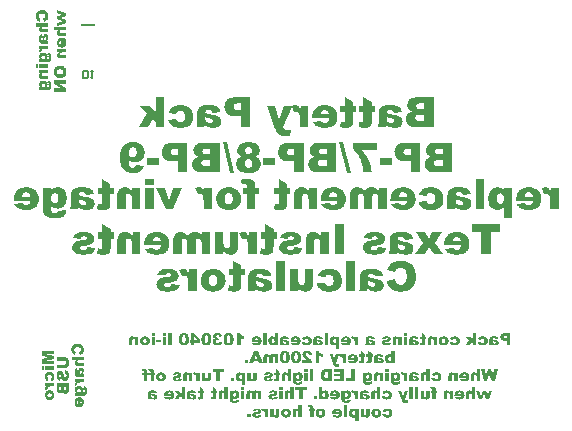
<source format=gbo>
G04*
G04 #@! TF.GenerationSoftware,Altium Limited,Altium Designer,24.0.1 (36)*
G04*
G04 Layer_Color=32896*
%FSLAX44Y44*%
%MOMM*%
G71*
G04*
G04 #@! TF.SameCoordinates,40904156-3D38-421D-9BDF-46F29154AA19*
G04*
G04*
G04 #@! TF.FilePolarity,Positive*
G04*
G01*
G75*
%ADD18C,0.1524*%
%ADD105R,1.2000X0.2000*%
G36*
X76858Y400775D02*
X77172Y400738D01*
X77469Y400701D01*
X77746Y400627D01*
X78006Y400571D01*
X78246Y400497D01*
X78450Y400423D01*
X78654Y400368D01*
X78820Y400294D01*
X78968Y400219D01*
X79079Y400164D01*
X79172Y400127D01*
X79246Y400090D01*
X79283Y400053D01*
X79302D01*
X79728Y399757D01*
X80079Y399460D01*
X80357Y399146D01*
X80598Y398868D01*
X80765Y398627D01*
X80894Y398423D01*
X80931Y398349D01*
X80968Y398294D01*
X80987Y398275D01*
Y398257D01*
X81135Y397831D01*
X81246Y397387D01*
X81339Y396923D01*
X81394Y396498D01*
X81413Y396294D01*
X81431Y396109D01*
Y395961D01*
X81450Y395812D01*
Y395535D01*
X81431Y395053D01*
X81394Y394609D01*
X81320Y394220D01*
X81246Y393905D01*
X81190Y393646D01*
X81116Y393442D01*
X81098Y393387D01*
X81079Y393331D01*
X81061Y393313D01*
Y393294D01*
X80894Y392980D01*
X80709Y392683D01*
X80524Y392443D01*
X80339Y392220D01*
X80154Y392054D01*
X80024Y391924D01*
X79931Y391832D01*
X79894Y391813D01*
X79580Y391591D01*
X79265Y391424D01*
X78950Y391258D01*
X78635Y391146D01*
X78376Y391035D01*
X78154Y390980D01*
X78080Y390961D01*
X78024Y390943D01*
X77987Y390924D01*
X77969D01*
X77117Y393665D01*
X77469Y393757D01*
X77765Y393868D01*
X78024Y393979D01*
X78228Y394090D01*
X78394Y394183D01*
X78506Y394276D01*
X78580Y394331D01*
X78598Y394350D01*
X78765Y394535D01*
X78894Y394757D01*
X78968Y394979D01*
X79043Y395201D01*
X79079Y395405D01*
X79098Y395572D01*
Y395720D01*
X79079Y396053D01*
X79005Y396331D01*
X78913Y396590D01*
X78783Y396794D01*
X78672Y396942D01*
X78580Y397072D01*
X78506Y397146D01*
X78487Y397164D01*
X78357Y397257D01*
X78209Y397331D01*
X77857Y397461D01*
X77469Y397535D01*
X77098Y397609D01*
X76746Y397646D01*
X76580D01*
X76450Y397664D01*
X76339D01*
X76247D01*
X76191D01*
X76172D01*
X75691Y397646D01*
X75284Y397590D01*
X74950Y397535D01*
X74673Y397442D01*
X74469Y397368D01*
X74302Y397312D01*
X74228Y397257D01*
X74191Y397238D01*
X74043Y397127D01*
X73895Y397016D01*
X73691Y396757D01*
X73524Y396479D01*
X73432Y396220D01*
X73358Y395979D01*
X73339Y395775D01*
X73321Y395720D01*
Y395442D01*
X73358Y395276D01*
X73376Y395127D01*
X73413Y394998D01*
X73450Y394905D01*
X73488Y394813D01*
X73506Y394776D01*
X73524Y394757D01*
X73691Y394498D01*
X73876Y394294D01*
X73950Y394220D01*
X74025Y394146D01*
X74061Y394128D01*
X74080Y394109D01*
X74173Y394053D01*
X74265Y393998D01*
X74487Y393887D01*
X74580Y393850D01*
X74673Y393813D01*
X74728Y393794D01*
X74747D01*
X74136Y391017D01*
X73839Y391128D01*
X73562Y391239D01*
X73321Y391369D01*
X73080Y391498D01*
X72858Y391628D01*
X72673Y391776D01*
X72488Y391906D01*
X72340Y392035D01*
X72191Y392165D01*
X72080Y392276D01*
X71969Y392387D01*
X71895Y392480D01*
X71821Y392554D01*
X71784Y392609D01*
X71747Y392646D01*
Y392665D01*
X71617Y392887D01*
X71488Y393109D01*
X71302Y393591D01*
X71154Y394090D01*
X71062Y394590D01*
X71025Y394813D01*
X71006Y395016D01*
X70988Y395201D01*
Y395368D01*
X70969Y395498D01*
Y395683D01*
X70988Y396127D01*
X71025Y396553D01*
X71099Y396942D01*
X71173Y397312D01*
X71284Y397646D01*
X71395Y397961D01*
X71525Y398257D01*
X71636Y398498D01*
X71765Y398738D01*
X71895Y398923D01*
X72006Y399090D01*
X72117Y399238D01*
X72191Y399331D01*
X72265Y399423D01*
X72302Y399460D01*
X72321Y399479D01*
X72580Y399720D01*
X72877Y399923D01*
X73173Y400090D01*
X73488Y400257D01*
X73821Y400386D01*
X74136Y400479D01*
X74450Y400571D01*
X74765Y400645D01*
X75061Y400701D01*
X75321Y400738D01*
X75561Y400775D01*
X75784Y400793D01*
X75950D01*
X76080Y400812D01*
X76154D01*
X76191D01*
X76858Y400775D01*
D02*
G37*
G36*
X96607Y398090D02*
Y395572D01*
X92200Y394128D01*
X96607Y392628D01*
Y390128D01*
X89256Y387406D01*
Y390128D01*
X93885Y391313D01*
X89256Y392868D01*
Y395405D01*
X93885Y396905D01*
X89256Y398090D01*
Y400812D01*
X96607Y398090D01*
D02*
G37*
G36*
X81283Y386776D02*
X77765D01*
X77413Y386758D01*
X77117Y386721D01*
X76876Y386684D01*
X76672Y386610D01*
X76543Y386554D01*
X76432Y386517D01*
X76376Y386480D01*
X76358Y386462D01*
X76228Y386332D01*
X76135Y386202D01*
X76061Y386054D01*
X76024Y385925D01*
X75987Y385814D01*
X75969Y385721D01*
Y385628D01*
X75987Y385462D01*
X76006Y385314D01*
X76061Y385202D01*
X76117Y385091D01*
X76172Y385017D01*
X76209Y384962D01*
X76247Y384925D01*
X76265Y384906D01*
X76395Y384814D01*
X76543Y384758D01*
X76858Y384684D01*
X77006Y384666D01*
X77135Y384647D01*
X77209D01*
X77246D01*
X81283D01*
Y381814D01*
X76617D01*
X76117Y381851D01*
X75672Y381925D01*
X75302Y382018D01*
X75006Y382147D01*
X74765Y382277D01*
X74598Y382369D01*
X74506Y382444D01*
X74469Y382481D01*
X74228Y382758D01*
X74061Y383036D01*
X73932Y383351D01*
X73858Y383629D01*
X73802Y383888D01*
X73784Y384110D01*
X73765Y384184D01*
Y384295D01*
X73784Y384573D01*
X73802Y384832D01*
X73839Y385073D01*
X73895Y385258D01*
X73950Y385425D01*
X73987Y385536D01*
X74006Y385628D01*
X74025Y385647D01*
X74136Y385851D01*
X74265Y386054D01*
X74413Y386240D01*
X74543Y386425D01*
X74673Y386573D01*
X74784Y386684D01*
X74858Y386758D01*
X74876Y386776D01*
X71136D01*
Y389591D01*
X81283D01*
Y386776D01*
D02*
G37*
G36*
X96607Y383777D02*
X93089D01*
X92737Y383758D01*
X92441Y383721D01*
X92200Y383684D01*
X91997Y383610D01*
X91867Y383555D01*
X91756Y383517D01*
X91700Y383480D01*
X91682Y383462D01*
X91552Y383332D01*
X91460Y383203D01*
X91386Y383055D01*
X91349Y382925D01*
X91312Y382814D01*
X91293Y382721D01*
Y382629D01*
X91312Y382462D01*
X91330Y382314D01*
X91386Y382203D01*
X91441Y382092D01*
X91497Y382018D01*
X91534Y381962D01*
X91571Y381925D01*
X91589Y381907D01*
X91719Y381814D01*
X91867Y381758D01*
X92182Y381684D01*
X92330Y381666D01*
X92460Y381647D01*
X92534D01*
X92571D01*
X96607D01*
Y378814D01*
X91941D01*
X91441Y378851D01*
X90997Y378925D01*
X90626Y379018D01*
X90330Y379148D01*
X90090Y379277D01*
X89923Y379370D01*
X89830Y379444D01*
X89793Y379481D01*
X89552Y379759D01*
X89386Y380036D01*
X89256Y380351D01*
X89182Y380629D01*
X89127Y380888D01*
X89108Y381110D01*
X89090Y381184D01*
Y381296D01*
X89108Y381573D01*
X89127Y381833D01*
X89164Y382073D01*
X89219Y382258D01*
X89275Y382425D01*
X89312Y382536D01*
X89330Y382629D01*
X89349Y382647D01*
X89460Y382851D01*
X89590Y383055D01*
X89738Y383240D01*
X89867Y383425D01*
X89997Y383573D01*
X90108Y383684D01*
X90182Y383758D01*
X90201Y383777D01*
X86460D01*
Y386591D01*
X96607D01*
Y383777D01*
D02*
G37*
G36*
X79672Y380444D02*
X79950Y380370D01*
X80209Y380277D01*
X80431Y380148D01*
X80616Y380018D01*
X80746Y379925D01*
X80820Y379851D01*
X80857Y379814D01*
X81061Y379537D01*
X81190Y379203D01*
X81301Y378870D01*
X81376Y378555D01*
X81413Y378259D01*
X81431Y378129D01*
Y378018D01*
X81450Y377925D01*
Y377796D01*
X81431Y377444D01*
X81394Y377111D01*
X81357Y376814D01*
X81301Y376555D01*
X81246Y376352D01*
X81190Y376185D01*
X81172Y376092D01*
X81153Y376055D01*
X81061Y375852D01*
X80931Y375667D01*
X80820Y375481D01*
X80690Y375315D01*
X80579Y375167D01*
X80487Y375055D01*
X80413Y374981D01*
X80394Y374963D01*
X80598Y374926D01*
X80746Y374889D01*
X80820Y374870D01*
X80857D01*
X80987Y374815D01*
X81116Y374741D01*
X81227Y374667D01*
X81264Y374648D01*
X81283D01*
Y372000D01*
X80987Y372148D01*
X80857Y372185D01*
X80746Y372222D01*
X80653Y372259D01*
X80598Y372278D01*
X80561Y372296D01*
X80542D01*
X80413Y372315D01*
X80283Y372333D01*
X80024Y372352D01*
X79913D01*
X79820D01*
X79746D01*
X79728D01*
X76487D01*
X76283D01*
X76098Y372389D01*
X75913Y372426D01*
X75746Y372463D01*
X75598Y372500D01*
X75487Y372537D01*
X75413Y372556D01*
X75395Y372574D01*
X75191Y372648D01*
X75006Y372741D01*
X74858Y372833D01*
X74728Y372926D01*
X74636Y373000D01*
X74562Y373074D01*
X74524Y373111D01*
X74506Y373130D01*
X74358Y373333D01*
X74228Y373556D01*
X74117Y373759D01*
X74043Y373963D01*
X73987Y374148D01*
X73950Y374296D01*
X73913Y374389D01*
Y374426D01*
X73858Y374722D01*
X73821Y375055D01*
X73802Y375407D01*
X73784Y375722D01*
X73765Y376018D01*
Y376759D01*
X73784Y377037D01*
X73802Y377277D01*
X73821Y377500D01*
X73858Y377685D01*
X73876Y377833D01*
X73895Y377907D01*
Y377944D01*
X73932Y378185D01*
X73987Y378388D01*
X74043Y378574D01*
X74099Y378722D01*
X74154Y378833D01*
X74191Y378925D01*
X74210Y378981D01*
X74228Y378999D01*
X74339Y379185D01*
X74469Y379351D01*
X74580Y379499D01*
X74691Y379610D01*
X74784Y379703D01*
X74858Y379777D01*
X74913Y379814D01*
X74932Y379833D01*
X75099Y379925D01*
X75284Y380018D01*
X75469Y380092D01*
X75635Y380148D01*
X75802Y380203D01*
X75932Y380222D01*
X76006Y380259D01*
X76043D01*
X76321Y377555D01*
X76154Y377500D01*
X76024Y377426D01*
X75913Y377351D01*
X75821Y377277D01*
X75746Y377222D01*
X75710Y377166D01*
X75672Y377148D01*
Y377129D01*
X75598Y376981D01*
X75543Y376814D01*
X75469Y376481D01*
Y376333D01*
X75450Y376203D01*
Y375907D01*
X75487Y375741D01*
X75524Y375611D01*
X75561Y375518D01*
X75598Y375426D01*
X75635Y375370D01*
X75654Y375352D01*
X75672Y375333D01*
X75765Y375259D01*
X75876Y375204D01*
X76098Y375130D01*
X76209D01*
X76302Y375111D01*
X76358D01*
X76376D01*
X76524Y375500D01*
X76580Y375667D01*
X76635Y375815D01*
X76672Y375944D01*
X76709Y376037D01*
X76728Y376111D01*
Y376129D01*
X76746Y376222D01*
X76783Y376352D01*
X76858Y376648D01*
X76932Y376981D01*
X77006Y377333D01*
X77061Y377648D01*
X77098Y377796D01*
X77117Y377925D01*
X77135Y378037D01*
X77154Y378111D01*
X77172Y378166D01*
Y378185D01*
X77228Y378425D01*
X77283Y378648D01*
X77413Y379018D01*
X77543Y379333D01*
X77672Y379592D01*
X77783Y379777D01*
X77876Y379907D01*
X77950Y379981D01*
X77969Y379999D01*
X78172Y380166D01*
X78413Y380277D01*
X78635Y380370D01*
X78857Y380425D01*
X79043Y380462D01*
X79191Y380481D01*
X79302D01*
X79320D01*
X79339D01*
X79672Y380444D01*
D02*
G37*
G36*
X93404Y377463D02*
X93793Y377388D01*
X94163Y377314D01*
X94459Y377203D01*
X94719Y377111D01*
X94904Y377018D01*
X94978Y377000D01*
X95033Y376963D01*
X95052Y376944D01*
X95070D01*
X95385Y376722D01*
X95645Y376500D01*
X95867Y376259D01*
X96052Y376037D01*
X96181Y375852D01*
X96292Y375685D01*
X96348Y375592D01*
X96367Y375555D01*
X96496Y375222D01*
X96607Y374852D01*
X96681Y374463D01*
X96718Y374093D01*
X96756Y373759D01*
Y373630D01*
X96774Y373500D01*
Y372944D01*
X96756Y372667D01*
X96737Y372389D01*
X96700Y372148D01*
X96663Y371908D01*
X96626Y371704D01*
X96570Y371519D01*
X96533Y371334D01*
X96496Y371185D01*
X96441Y371056D01*
X96404Y370945D01*
X96367Y370852D01*
X96330Y370778D01*
X96311Y370723D01*
X96292Y370704D01*
Y370686D01*
X96089Y370352D01*
X95848Y370056D01*
X95570Y369797D01*
X95311Y369575D01*
X95070Y369389D01*
X94885Y369241D01*
X94811Y369204D01*
X94756Y369167D01*
X94719Y369130D01*
X94700D01*
X94441Y371908D01*
X94571Y372000D01*
X94663Y372111D01*
X94756Y372185D01*
X94811Y372259D01*
X94904Y372370D01*
X94922Y372389D01*
Y372408D01*
X94996Y372556D01*
X95033Y372685D01*
X95107Y372926D01*
Y373037D01*
X95126Y373111D01*
Y373185D01*
X95107Y373426D01*
X95052Y373630D01*
X94978Y373815D01*
X94885Y373963D01*
X94793Y374093D01*
X94719Y374185D01*
X94663Y374241D01*
X94645Y374259D01*
X94496Y374352D01*
X94348Y374426D01*
X94015Y374537D01*
X93867Y374574D01*
X93737Y374593D01*
X93663Y374611D01*
X93626D01*
Y368964D01*
X93311D01*
X92793Y368982D01*
X92330Y369038D01*
X91941Y369112D01*
X91589Y369204D01*
X91330Y369297D01*
X91219Y369334D01*
X91126Y369371D01*
X91052Y369408D01*
X90997Y369426D01*
X90978Y369445D01*
X90960D01*
X90645Y369649D01*
X90367Y369871D01*
X90126Y370093D01*
X89923Y370334D01*
X89775Y370537D01*
X89664Y370704D01*
X89590Y370815D01*
X89571Y370834D01*
Y370852D01*
X89404Y371222D01*
X89293Y371630D01*
X89201Y372037D01*
X89145Y372426D01*
X89108Y372778D01*
Y372944D01*
X89090Y373074D01*
Y373333D01*
X89108Y373685D01*
X89127Y374019D01*
X89182Y374333D01*
X89256Y374630D01*
X89330Y374907D01*
X89423Y375148D01*
X89534Y375389D01*
X89627Y375592D01*
X89719Y375778D01*
X89830Y375926D01*
X89923Y376074D01*
X89997Y376185D01*
X90071Y376278D01*
X90108Y376333D01*
X90145Y376370D01*
X90163Y376389D01*
X90367Y376574D01*
X90589Y376740D01*
X90812Y376889D01*
X91052Y377018D01*
X91293Y377129D01*
X91515Y377222D01*
X91960Y377351D01*
X92163Y377388D01*
X92348Y377426D01*
X92534Y377444D01*
X92682Y377463D01*
X92793Y377481D01*
X92886D01*
X92941D01*
X92960D01*
X93404Y377463D01*
D02*
G37*
G36*
X81283Y367797D02*
X78820D01*
X78506D01*
X78209Y367778D01*
X77950Y367760D01*
X77709Y367723D01*
X77487Y367704D01*
X77283Y367667D01*
X77117Y367630D01*
X76950Y367575D01*
X76821Y367538D01*
X76709Y367501D01*
X76617Y367464D01*
X76543Y367445D01*
X76450Y367390D01*
X76413Y367371D01*
X76265Y367241D01*
X76154Y367093D01*
X76061Y366964D01*
X76006Y366815D01*
X75969Y366686D01*
X75950Y366593D01*
Y366390D01*
X75987Y366260D01*
X76061Y366001D01*
X76098Y365890D01*
X76135Y365797D01*
X76154Y365742D01*
X76172Y365723D01*
X74154Y364834D01*
X74025Y365112D01*
X73932Y365371D01*
X73858Y365593D01*
X73821Y365797D01*
X73784Y365964D01*
X73765Y366093D01*
Y366204D01*
X73784Y366427D01*
X73802Y366612D01*
X73858Y366797D01*
X73913Y366945D01*
X73969Y367056D01*
X74006Y367149D01*
X74043Y367204D01*
X74061Y367223D01*
X74191Y367371D01*
X74358Y367501D01*
X74710Y367760D01*
X74876Y367853D01*
X75006Y367926D01*
X75099Y367982D01*
X75135Y368001D01*
X73932D01*
Y370630D01*
X81283D01*
Y367797D01*
D02*
G37*
G36*
X96607Y364853D02*
X93089D01*
X92737Y364834D01*
X92441Y364797D01*
X92200Y364760D01*
X91997Y364686D01*
X91867Y364631D01*
X91756Y364594D01*
X91700Y364557D01*
X91682Y364538D01*
X91552Y364408D01*
X91460Y364279D01*
X91386Y364131D01*
X91349Y364001D01*
X91312Y363890D01*
X91293Y363797D01*
Y363705D01*
X91312Y363538D01*
X91330Y363390D01*
X91386Y363279D01*
X91441Y363168D01*
X91497Y363094D01*
X91534Y363038D01*
X91571Y363001D01*
X91589Y362983D01*
X91719Y362890D01*
X91867Y362835D01*
X92182Y362760D01*
X92330Y362742D01*
X92460Y362723D01*
X92534D01*
X92571D01*
X96607D01*
Y359890D01*
X91941D01*
X91441Y359927D01*
X90997Y360001D01*
X90626Y360094D01*
X90330Y360224D01*
X90090Y360353D01*
X89923Y360446D01*
X89830Y360520D01*
X89793Y360557D01*
X89552Y360835D01*
X89386Y361131D01*
X89256Y361427D01*
X89182Y361724D01*
X89127Y361983D01*
X89108Y362205D01*
X89090Y362279D01*
Y362390D01*
X89108Y362705D01*
X89145Y362983D01*
X89182Y363242D01*
X89238Y363464D01*
X89312Y363631D01*
X89349Y363760D01*
X89386Y363834D01*
X89404Y363871D01*
X89534Y364094D01*
X89701Y364297D01*
X89867Y364501D01*
X90052Y364686D01*
X90201Y364834D01*
X90330Y364945D01*
X90423Y365038D01*
X90460Y365056D01*
X89256D01*
Y367667D01*
X96607D01*
Y364853D01*
D02*
G37*
G36*
X77820Y364705D02*
X78302Y364631D01*
X78709Y364520D01*
X79061Y364408D01*
X79209Y364353D01*
X79339Y364297D01*
X79450Y364242D01*
X79542Y364186D01*
X79616Y364149D01*
X79672Y364112D01*
X79691Y364094D01*
X79709D01*
X79931Y363908D01*
X80135Y363723D01*
X80302Y363520D01*
X80450Y363334D01*
X80579Y363131D01*
X80672Y362927D01*
X80765Y362742D01*
X80820Y362557D01*
X80913Y362223D01*
X80950Y362075D01*
X80968Y361946D01*
X80987Y361853D01*
Y361705D01*
X80968Y361427D01*
X80931Y361168D01*
X80876Y360927D01*
X80820Y360705D01*
X80765Y360538D01*
X80709Y360390D01*
X80672Y360316D01*
X80653Y360279D01*
X80561Y360131D01*
X80450Y359983D01*
X80339Y359835D01*
X80209Y359705D01*
X80117Y359594D01*
X80024Y359520D01*
X79968Y359464D01*
X79950Y359446D01*
X81061D01*
X81339Y359464D01*
X81561Y359501D01*
X81746Y359538D01*
X81913Y359594D01*
X82024Y359668D01*
X82098Y359705D01*
X82153Y359742D01*
X82172Y359761D01*
X82283Y359890D01*
X82357Y360038D01*
X82431Y360187D01*
X82468Y360335D01*
X82487Y360464D01*
X82505Y360575D01*
Y360687D01*
X82487Y360853D01*
X82468Y361001D01*
X82431Y361131D01*
X82394Y361242D01*
X82357Y361335D01*
X82320Y361409D01*
X82283Y361446D01*
Y361464D01*
X82209Y361538D01*
X82135Y361612D01*
X81968Y361705D01*
X81894Y361742D01*
X81820Y361760D01*
X81783Y361779D01*
X81764D01*
X81450Y364520D01*
X81598D01*
X81709D01*
X81802D01*
X81820D01*
X82024Y364501D01*
X82209Y364482D01*
X82561Y364390D01*
X82875Y364260D01*
X83116Y364112D01*
X83320Y363964D01*
X83468Y363834D01*
X83560Y363742D01*
X83598Y363705D01*
X83709Y363538D01*
X83820Y363334D01*
X83912Y363112D01*
X83986Y362872D01*
X84097Y362372D01*
X84172Y361872D01*
X84209Y361631D01*
X84227Y361390D01*
X84246Y361186D01*
Y361001D01*
X84264Y360853D01*
Y360298D01*
X84227Y359983D01*
X84209Y359687D01*
X84172Y359427D01*
X84135Y359224D01*
X84116Y359076D01*
X84079Y358983D01*
Y358946D01*
X84005Y358668D01*
X83912Y358428D01*
X83838Y358224D01*
X83746Y358039D01*
X83653Y357891D01*
X83579Y357798D01*
X83542Y357724D01*
X83524Y357705D01*
X83375Y357520D01*
X83209Y357372D01*
X83024Y357224D01*
X82875Y357113D01*
X82727Y357020D01*
X82616Y356965D01*
X82524Y356928D01*
X82505Y356909D01*
X82264Y356817D01*
X82042Y356743D01*
X81820Y356687D01*
X81616Y356650D01*
X81450Y356631D01*
X81320Y356613D01*
X81246D01*
X81209D01*
X80876D01*
X73932D01*
Y359261D01*
X75024D01*
X74784Y359446D01*
X74598Y359631D01*
X74432Y359798D01*
X74284Y359964D01*
X74191Y360094D01*
X74117Y360205D01*
X74080Y360279D01*
X74061Y360298D01*
X73969Y360520D01*
X73895Y360761D01*
X73839Y361001D01*
X73802Y361223D01*
X73784Y361427D01*
X73765Y361575D01*
Y361724D01*
X73784Y361964D01*
X73802Y362205D01*
X73913Y362631D01*
X74043Y363001D01*
X74210Y363316D01*
X74376Y363575D01*
X74524Y363760D01*
X74580Y363816D01*
X74636Y363871D01*
X74654Y363890D01*
X74673Y363908D01*
X74858Y364057D01*
X75043Y364168D01*
X75469Y364371D01*
X75895Y364520D01*
X76321Y364612D01*
X76691Y364686D01*
X76858Y364705D01*
X77006D01*
X77117Y364723D01*
X77209D01*
X77265D01*
X77283D01*
X77820Y364705D01*
D02*
G37*
G36*
X81283Y351984D02*
X73932D01*
Y354798D01*
X81283D01*
Y351984D01*
D02*
G37*
G36*
X73062D02*
X71136D01*
Y354798D01*
X73062D01*
Y351984D01*
D02*
G37*
G36*
X92182Y353650D02*
X92756Y353576D01*
X93034Y353521D01*
X93274Y353465D01*
X93497Y353410D01*
X93700Y353335D01*
X93885Y353280D01*
X94052Y353224D01*
X94182Y353169D01*
X94293Y353113D01*
X94385Y353058D01*
X94459Y353039D01*
X94496Y353002D01*
X94515D01*
X94922Y352724D01*
X95274Y352410D01*
X95589Y352113D01*
X95811Y351817D01*
X95996Y351558D01*
X96126Y351354D01*
X96181Y351280D01*
X96219Y351225D01*
X96237Y351188D01*
Y351169D01*
X96422Y350725D01*
X96552Y350243D01*
X96644Y349780D01*
X96700Y349336D01*
X96737Y349114D01*
Y348928D01*
X96756Y348762D01*
X96774Y348614D01*
Y348336D01*
X96756Y347725D01*
X96681Y347169D01*
X96570Y346688D01*
X96515Y346484D01*
X96459Y346281D01*
X96404Y346096D01*
X96348Y345947D01*
X96292Y345818D01*
X96237Y345707D01*
X96200Y345614D01*
X96163Y345559D01*
X96144Y345522D01*
Y345503D01*
X95885Y345096D01*
X95607Y344762D01*
X95311Y344466D01*
X95033Y344225D01*
X94774Y344022D01*
X94571Y343892D01*
X94496Y343836D01*
X94441Y343799D01*
X94404Y343781D01*
X94385D01*
X93922Y343577D01*
X93441Y343429D01*
X92960Y343318D01*
X92497Y343244D01*
X92274Y343225D01*
X92089Y343207D01*
X91904Y343188D01*
X91756Y343170D01*
X91626D01*
X91534D01*
X91478D01*
X91460D01*
X91015Y343188D01*
X90589Y343225D01*
X90201Y343299D01*
X89830Y343392D01*
X89497Y343485D01*
X89182Y343614D01*
X88904Y343725D01*
X88645Y343855D01*
X88423Y343985D01*
X88219Y344114D01*
X88053Y344244D01*
X87905Y344336D01*
X87812Y344429D01*
X87719Y344503D01*
X87682Y344540D01*
X87664Y344559D01*
X87423Y344836D01*
X87219Y345114D01*
X87034Y345429D01*
X86868Y345744D01*
X86738Y346058D01*
X86627Y346392D01*
X86534Y346707D01*
X86460Y347021D01*
X86405Y347299D01*
X86368Y347577D01*
X86331Y347817D01*
X86312Y348040D01*
X86294Y348206D01*
Y348447D01*
X86312Y348891D01*
X86349Y349317D01*
X86423Y349725D01*
X86516Y350095D01*
X86608Y350447D01*
X86738Y350762D01*
X86849Y351058D01*
X86979Y351317D01*
X87108Y351539D01*
X87238Y351743D01*
X87367Y351910D01*
X87460Y352058D01*
X87553Y352169D01*
X87627Y352243D01*
X87664Y352299D01*
X87682Y352317D01*
X87960Y352558D01*
X88238Y352761D01*
X88553Y352947D01*
X88867Y353113D01*
X89201Y353243D01*
X89515Y353354D01*
X89830Y353447D01*
X90145Y353521D01*
X90423Y353576D01*
X90701Y353613D01*
X90941Y353650D01*
X91145Y353669D01*
X91312D01*
X91441Y353687D01*
X91515D01*
X91552D01*
X92182Y353650D01*
D02*
G37*
G36*
X81283Y347373D02*
X77765D01*
X77413Y347355D01*
X77117Y347318D01*
X76876Y347281D01*
X76672Y347206D01*
X76543Y347151D01*
X76432Y347114D01*
X76376Y347077D01*
X76358Y347058D01*
X76228Y346929D01*
X76135Y346799D01*
X76061Y346651D01*
X76024Y346521D01*
X75987Y346410D01*
X75969Y346318D01*
Y346225D01*
X75987Y346058D01*
X76006Y345910D01*
X76061Y345799D01*
X76117Y345688D01*
X76172Y345614D01*
X76209Y345559D01*
X76247Y345522D01*
X76265Y345503D01*
X76395Y345410D01*
X76543Y345355D01*
X76858Y345281D01*
X77006Y345262D01*
X77135Y345244D01*
X77209D01*
X77246D01*
X81283D01*
Y342411D01*
X76617D01*
X76117Y342448D01*
X75672Y342522D01*
X75302Y342614D01*
X75006Y342744D01*
X74765Y342874D01*
X74598Y342966D01*
X74506Y343040D01*
X74469Y343077D01*
X74228Y343355D01*
X74061Y343651D01*
X73932Y343947D01*
X73858Y344244D01*
X73802Y344503D01*
X73784Y344725D01*
X73765Y344799D01*
Y344910D01*
X73784Y345225D01*
X73821Y345503D01*
X73858Y345762D01*
X73913Y345984D01*
X73987Y346151D01*
X74025Y346281D01*
X74061Y346355D01*
X74080Y346392D01*
X74210Y346614D01*
X74376Y346818D01*
X74543Y347021D01*
X74728Y347206D01*
X74876Y347355D01*
X75006Y347466D01*
X75099Y347558D01*
X75135Y347577D01*
X73932D01*
Y350188D01*
X81283D01*
Y347373D01*
D02*
G37*
G36*
X77820Y341059D02*
X78302Y340985D01*
X78709Y340874D01*
X79061Y340763D01*
X79209Y340707D01*
X79339Y340652D01*
X79450Y340596D01*
X79542Y340541D01*
X79616Y340504D01*
X79672Y340466D01*
X79691Y340448D01*
X79709D01*
X79931Y340263D01*
X80135Y340078D01*
X80302Y339874D01*
X80450Y339689D01*
X80579Y339485D01*
X80672Y339281D01*
X80765Y339096D01*
X80820Y338911D01*
X80913Y338578D01*
X80950Y338430D01*
X80968Y338300D01*
X80987Y338207D01*
Y338059D01*
X80968Y337781D01*
X80931Y337522D01*
X80876Y337282D01*
X80820Y337059D01*
X80765Y336893D01*
X80709Y336745D01*
X80672Y336670D01*
X80653Y336633D01*
X80561Y336485D01*
X80450Y336337D01*
X80339Y336189D01*
X80209Y336059D01*
X80117Y335948D01*
X80024Y335874D01*
X79968Y335819D01*
X79950Y335800D01*
X81061D01*
X81339Y335819D01*
X81561Y335856D01*
X81746Y335893D01*
X81913Y335948D01*
X82024Y336022D01*
X82098Y336059D01*
X82153Y336096D01*
X82172Y336115D01*
X82283Y336245D01*
X82357Y336393D01*
X82431Y336541D01*
X82468Y336689D01*
X82487Y336819D01*
X82505Y336930D01*
Y337041D01*
X82487Y337207D01*
X82468Y337356D01*
X82431Y337485D01*
X82394Y337596D01*
X82357Y337689D01*
X82320Y337763D01*
X82283Y337800D01*
Y337819D01*
X82209Y337893D01*
X82135Y337967D01*
X81968Y338059D01*
X81894Y338096D01*
X81820Y338115D01*
X81783Y338133D01*
X81764D01*
X81450Y340874D01*
X81598D01*
X81709D01*
X81802D01*
X81820D01*
X82024Y340855D01*
X82209Y340837D01*
X82561Y340744D01*
X82875Y340615D01*
X83116Y340466D01*
X83320Y340318D01*
X83468Y340189D01*
X83560Y340096D01*
X83598Y340059D01*
X83709Y339892D01*
X83820Y339689D01*
X83912Y339467D01*
X83986Y339226D01*
X84097Y338726D01*
X84172Y338226D01*
X84209Y337985D01*
X84227Y337744D01*
X84246Y337541D01*
Y337356D01*
X84264Y337207D01*
Y336652D01*
X84227Y336337D01*
X84209Y336041D01*
X84172Y335782D01*
X84135Y335578D01*
X84116Y335430D01*
X84079Y335337D01*
Y335300D01*
X84005Y335023D01*
X83912Y334782D01*
X83838Y334578D01*
X83746Y334393D01*
X83653Y334245D01*
X83579Y334152D01*
X83542Y334078D01*
X83524Y334060D01*
X83375Y333875D01*
X83209Y333726D01*
X83024Y333578D01*
X82875Y333467D01*
X82727Y333375D01*
X82616Y333319D01*
X82524Y333282D01*
X82505Y333264D01*
X82264Y333171D01*
X82042Y333097D01*
X81820Y333041D01*
X81616Y333004D01*
X81450Y332986D01*
X81320Y332967D01*
X81246D01*
X81209D01*
X80876D01*
X73932D01*
Y335615D01*
X75024D01*
X74784Y335800D01*
X74598Y335985D01*
X74432Y336152D01*
X74284Y336319D01*
X74191Y336448D01*
X74117Y336559D01*
X74080Y336633D01*
X74061Y336652D01*
X73969Y336874D01*
X73895Y337115D01*
X73839Y337356D01*
X73802Y337578D01*
X73784Y337781D01*
X73765Y337930D01*
Y338078D01*
X73784Y338318D01*
X73802Y338559D01*
X73913Y338985D01*
X74043Y339355D01*
X74210Y339670D01*
X74376Y339929D01*
X74524Y340115D01*
X74580Y340170D01*
X74636Y340226D01*
X74654Y340244D01*
X74673Y340263D01*
X74858Y340411D01*
X75043Y340522D01*
X75469Y340726D01*
X75895Y340874D01*
X76321Y340966D01*
X76691Y341040D01*
X76858Y341059D01*
X77006D01*
X77117Y341077D01*
X77209D01*
X77265D01*
X77283D01*
X77820Y341059D01*
D02*
G37*
G36*
X96607Y338522D02*
X91015D01*
X96607Y334708D01*
Y331745D01*
X86460D01*
Y334708D01*
X92089D01*
X86460Y338559D01*
Y341466D01*
X96607D01*
Y338522D01*
D02*
G37*
G36*
X385396Y125194D02*
X382582D01*
Y127119D01*
X385396D01*
Y125194D01*
D02*
G37*
G36*
X181269D02*
X178455D01*
Y127119D01*
X181269D01*
Y125194D01*
D02*
G37*
G36*
X171826D02*
X169011D01*
Y127119D01*
X171826D01*
Y125194D01*
D02*
G37*
G36*
X225543Y127249D02*
X225820Y127231D01*
X226080Y127175D01*
X226320Y127119D01*
X226542Y127064D01*
X226746Y127008D01*
X226913Y126953D01*
X227079Y126879D01*
X227227Y126823D01*
X227339Y126768D01*
X227431Y126712D01*
X227524Y126656D01*
X227579Y126638D01*
X227598Y126601D01*
X227616D01*
X227950Y126323D01*
X228209Y126008D01*
X228431Y125675D01*
X228598Y125360D01*
X228727Y125083D01*
X228764Y124953D01*
X228820Y124842D01*
X228839Y124768D01*
X228857Y124694D01*
X228876Y124657D01*
Y124638D01*
X226209Y124175D01*
X226154Y124434D01*
X226098Y124657D01*
X226024Y124823D01*
X225968Y124971D01*
X225894Y125083D01*
X225857Y125157D01*
X225820Y125194D01*
X225802Y125212D01*
X225672Y125323D01*
X225543Y125397D01*
X225413Y125453D01*
X225283Y125490D01*
X225154Y125508D01*
X225061Y125527D01*
X224987D01*
X224802Y125508D01*
X224654Y125490D01*
X224524Y125434D01*
X224413Y125397D01*
X224320Y125342D01*
X224265Y125286D01*
X224228Y125268D01*
X224209Y125249D01*
X224117Y125138D01*
X224043Y125008D01*
X224006Y124897D01*
X223969Y124768D01*
X223950Y124675D01*
X223932Y124583D01*
Y124527D01*
Y124508D01*
X223950Y124342D01*
X223987Y124175D01*
X224061Y124027D01*
X224117Y123916D01*
X224191Y123805D01*
X224265Y123731D01*
X224302Y123694D01*
X224320Y123675D01*
X224469Y123564D01*
X224617Y123490D01*
X224783Y123416D01*
X224913Y123379D01*
X225043Y123361D01*
X225154Y123342D01*
X225357D01*
X225487Y123361D01*
X225617D01*
X225746Y121361D01*
X225543Y121416D01*
X225357Y121453D01*
X225209Y121490D01*
X225080Y121509D01*
X224968Y121527D01*
X224839D01*
X224617Y121509D01*
X224413Y121472D01*
X224246Y121398D01*
X224098Y121342D01*
X223987Y121268D01*
X223913Y121194D01*
X223857Y121157D01*
X223839Y121138D01*
X223709Y120972D01*
X223617Y120805D01*
X223561Y120620D01*
X223506Y120453D01*
X223487Y120287D01*
X223469Y120157D01*
Y120083D01*
Y120046D01*
X223487Y119805D01*
X223524Y119583D01*
X223598Y119379D01*
X223654Y119231D01*
X223728Y119102D01*
X223802Y119009D01*
X223839Y118954D01*
X223857Y118935D01*
X224006Y118805D01*
X224154Y118694D01*
X224320Y118620D01*
X224469Y118583D01*
X224598Y118546D01*
X224709Y118528D01*
X224802D01*
X225005Y118546D01*
X225172Y118583D01*
X225339Y118620D01*
X225469Y118694D01*
X225561Y118750D01*
X225654Y118787D01*
X225691Y118824D01*
X225709Y118842D01*
X225820Y118991D01*
X225931Y119176D01*
X226080Y119565D01*
X226135Y119750D01*
X226172Y119898D01*
X226209Y119991D01*
Y120028D01*
X229024Y119639D01*
X228913Y119305D01*
X228783Y118991D01*
X228672Y118731D01*
X228542Y118491D01*
X228431Y118306D01*
X228339Y118176D01*
X228265Y118102D01*
X228246Y118065D01*
X228042Y117843D01*
X227820Y117657D01*
X227598Y117491D01*
X227394Y117361D01*
X227209Y117250D01*
X227061Y117176D01*
X226968Y117139D01*
X226931Y117120D01*
X226598Y117009D01*
X226246Y116935D01*
X225876Y116880D01*
X225524Y116843D01*
X225228Y116824D01*
X225080D01*
X224968Y116806D01*
X224746D01*
X224246Y116824D01*
X223783Y116880D01*
X223395Y116935D01*
X223061Y117028D01*
X222802Y117102D01*
X222691Y117139D01*
X222617Y117157D01*
X222543Y117194D01*
X222487Y117213D01*
X222469Y117232D01*
X222450D01*
X222136Y117417D01*
X221876Y117620D01*
X221654Y117824D01*
X221450Y118028D01*
X221302Y118213D01*
X221210Y118361D01*
X221136Y118454D01*
X221117Y118491D01*
X220950Y118805D01*
X220839Y119102D01*
X220747Y119379D01*
X220691Y119657D01*
X220654Y119879D01*
X220636Y120046D01*
Y120157D01*
Y120176D01*
Y120194D01*
X220654Y120453D01*
X220673Y120676D01*
X220728Y120879D01*
X220784Y121064D01*
X220839Y121194D01*
X220876Y121305D01*
X220913Y121379D01*
X220932Y121398D01*
X221043Y121583D01*
X221173Y121749D01*
X221302Y121898D01*
X221432Y122009D01*
X221543Y122101D01*
X221635Y122175D01*
X221691Y122212D01*
X221710Y122231D01*
X221839Y122305D01*
X221987Y122361D01*
X222265Y122472D01*
X222395Y122509D01*
X222506Y122546D01*
X222580Y122564D01*
X222598D01*
X222339Y122712D01*
X222117Y122879D01*
X221932Y123046D01*
X221784Y123175D01*
X221673Y123305D01*
X221598Y123398D01*
X221543Y123472D01*
X221524Y123490D01*
X221395Y123694D01*
X221302Y123897D01*
X221247Y124101D01*
X221191Y124286D01*
X221173Y124434D01*
X221154Y124564D01*
Y124638D01*
Y124675D01*
X221173Y124879D01*
X221191Y125083D01*
X221284Y125453D01*
X221432Y125768D01*
X221598Y126027D01*
X221765Y126249D01*
X221895Y126416D01*
X222006Y126508D01*
X222024Y126545D01*
X222043D01*
X222228Y126675D01*
X222413Y126786D01*
X222876Y126971D01*
X223339Y127101D01*
X223820Y127193D01*
X224043Y127231D01*
X224246Y127249D01*
X224431Y127268D01*
X224598D01*
X224746Y127286D01*
X224932D01*
X225543Y127249D01*
D02*
G37*
G36*
X275945Y116972D02*
X273315D01*
Y118046D01*
X273112Y117806D01*
X272927Y117620D01*
X272741Y117454D01*
X272593Y117324D01*
X272464Y117232D01*
X272371Y117176D01*
X272316Y117139D01*
X272297Y117120D01*
X272056Y117009D01*
X271834Y116935D01*
X271593Y116880D01*
X271390Y116843D01*
X271204Y116824D01*
X271075Y116806D01*
X270945D01*
X270630Y116824D01*
X270334Y116880D01*
X270056Y116954D01*
X269834Y117028D01*
X269631Y117102D01*
X269501Y117176D01*
X269408Y117232D01*
X269371Y117250D01*
X269112Y117435D01*
X268908Y117657D01*
X268705Y117880D01*
X268557Y118102D01*
X268427Y118306D01*
X268334Y118472D01*
X268279Y118583D01*
X268260Y118602D01*
Y118620D01*
X268131Y118972D01*
X268020Y119342D01*
X267945Y119694D01*
X267908Y120028D01*
X267871Y120324D01*
Y120435D01*
X267853Y120546D01*
Y120639D01*
Y120694D01*
Y120731D01*
Y120750D01*
X267871Y121083D01*
X267890Y121379D01*
X267927Y121676D01*
X267983Y121935D01*
X268057Y122194D01*
X268131Y122416D01*
X268205Y122620D01*
X268297Y122805D01*
X268371Y122972D01*
X268464Y123101D01*
X268538Y123231D01*
X268594Y123323D01*
X268668Y123416D01*
X268705Y123472D01*
X268723Y123490D01*
X268742Y123509D01*
X268908Y123675D01*
X269094Y123842D01*
X269260Y123972D01*
X269464Y124083D01*
X269834Y124249D01*
X270186Y124360D01*
X270482Y124434D01*
X270630Y124453D01*
X270742Y124472D01*
X270834Y124490D01*
X271204D01*
X271427Y124453D01*
X271630Y124416D01*
X271797Y124379D01*
X271945Y124342D01*
X272056Y124305D01*
X272130Y124286D01*
X272149Y124268D01*
X272334Y124175D01*
X272519Y124064D01*
X272686Y123953D01*
X272815Y123860D01*
X272927Y123749D01*
X273019Y123675D01*
X273075Y123620D01*
X273093Y123601D01*
Y127119D01*
X275945D01*
Y116972D01*
D02*
G37*
G36*
X243985Y126934D02*
X244189Y126619D01*
X244392Y126342D01*
X244596Y126119D01*
X244781Y125916D01*
X244929Y125768D01*
X245022Y125694D01*
X245040Y125656D01*
X245059D01*
X245374Y125416D01*
X245744Y125212D01*
X246115Y125027D01*
X246466Y124860D01*
X246781Y124731D01*
X246929Y124675D01*
X247040Y124620D01*
X247151Y124601D01*
X247225Y124564D01*
X247262Y124545D01*
X247281D01*
Y122249D01*
X246929Y122361D01*
X246614Y122453D01*
X246355Y122564D01*
X246115Y122657D01*
X245929Y122731D01*
X245781Y122787D01*
X245707Y122823D01*
X245670Y122842D01*
X245429Y122972D01*
X245189Y123120D01*
X244948Y123268D01*
X244744Y123398D01*
X244578Y123527D01*
X244429Y123620D01*
X244355Y123694D01*
X244318Y123712D01*
Y116972D01*
X241467D01*
Y127286D01*
X243800D01*
X243985Y126934D01*
D02*
G37*
G36*
X459666Y124472D02*
X459907Y124453D01*
X460129Y124434D01*
X460314Y124397D01*
X460463Y124379D01*
X460537Y124360D01*
X460574D01*
X460814Y124323D01*
X461018Y124268D01*
X461203Y124212D01*
X461351Y124157D01*
X461463Y124101D01*
X461555Y124064D01*
X461611Y124046D01*
X461629Y124027D01*
X461814Y123916D01*
X461981Y123786D01*
X462129Y123675D01*
X462240Y123564D01*
X462333Y123472D01*
X462407Y123398D01*
X462444Y123342D01*
X462462Y123323D01*
X462555Y123157D01*
X462648Y122972D01*
X462722Y122787D01*
X462777Y122620D01*
X462833Y122453D01*
X462851Y122324D01*
X462888Y122249D01*
Y122212D01*
X460185Y121935D01*
X460129Y122101D01*
X460055Y122231D01*
X459981Y122342D01*
X459907Y122435D01*
X459852Y122509D01*
X459796Y122546D01*
X459777Y122583D01*
X459759D01*
X459611Y122657D01*
X459444Y122712D01*
X459111Y122787D01*
X458963D01*
X458833Y122805D01*
X458537D01*
X458370Y122768D01*
X458241Y122731D01*
X458148Y122694D01*
X458055Y122657D01*
X458000Y122620D01*
X457981Y122601D01*
X457963Y122583D01*
X457889Y122490D01*
X457833Y122379D01*
X457759Y122157D01*
Y122046D01*
X457741Y121953D01*
Y121898D01*
Y121879D01*
X458130Y121731D01*
X458296Y121676D01*
X458444Y121620D01*
X458574Y121583D01*
X458666Y121546D01*
X458741Y121527D01*
X458759D01*
X458852Y121509D01*
X458981Y121472D01*
X459278Y121398D01*
X459611Y121324D01*
X459963Y121250D01*
X460277Y121194D01*
X460426Y121157D01*
X460555Y121138D01*
X460666Y121120D01*
X460740Y121102D01*
X460796Y121083D01*
X460814D01*
X461055Y121027D01*
X461277Y120972D01*
X461648Y120842D01*
X461963Y120713D01*
X462222Y120583D01*
X462407Y120472D01*
X462537Y120379D01*
X462611Y120305D01*
X462629Y120287D01*
X462796Y120083D01*
X462907Y119842D01*
X462999Y119620D01*
X463055Y119398D01*
X463092Y119213D01*
X463111Y119065D01*
Y118954D01*
Y118935D01*
Y118917D01*
X463074Y118583D01*
X462999Y118306D01*
X462907Y118046D01*
X462777Y117824D01*
X462648Y117639D01*
X462555Y117509D01*
X462481Y117435D01*
X462444Y117398D01*
X462166Y117194D01*
X461833Y117065D01*
X461500Y116954D01*
X461185Y116880D01*
X460888Y116843D01*
X460759Y116824D01*
X460648D01*
X460555Y116806D01*
X460426D01*
X460074Y116824D01*
X459740Y116861D01*
X459444Y116898D01*
X459185Y116954D01*
X458981Y117009D01*
X458815Y117065D01*
X458722Y117083D01*
X458685Y117102D01*
X458481Y117194D01*
X458296Y117324D01*
X458111Y117435D01*
X457944Y117565D01*
X457796Y117676D01*
X457685Y117768D01*
X457611Y117843D01*
X457593Y117861D01*
X457556Y117657D01*
X457519Y117509D01*
X457500Y117435D01*
Y117398D01*
X457444Y117268D01*
X457370Y117139D01*
X457296Y117028D01*
X457278Y116991D01*
Y116972D01*
X454630D01*
X454778Y117268D01*
X454815Y117398D01*
X454852Y117509D01*
X454889Y117602D01*
X454908Y117657D01*
X454926Y117694D01*
Y117713D01*
X454945Y117843D01*
X454963Y117972D01*
X454982Y118231D01*
Y118343D01*
Y118435D01*
Y118509D01*
Y118528D01*
Y121768D01*
Y121972D01*
X455019Y122157D01*
X455056Y122342D01*
X455093Y122509D01*
X455130Y122657D01*
X455167Y122768D01*
X455185Y122842D01*
X455204Y122860D01*
X455278Y123064D01*
X455371Y123249D01*
X455463Y123398D01*
X455556Y123527D01*
X455630Y123620D01*
X455704Y123694D01*
X455741Y123731D01*
X455759Y123749D01*
X455963Y123897D01*
X456185Y124027D01*
X456389Y124138D01*
X456593Y124212D01*
X456778Y124268D01*
X456926Y124305D01*
X457019Y124342D01*
X457056D01*
X457352Y124397D01*
X457685Y124434D01*
X458037Y124453D01*
X458352Y124472D01*
X458648Y124490D01*
X459389D01*
X459666Y124472D01*
D02*
G37*
G36*
X391877D02*
X392118Y124453D01*
X392340Y124434D01*
X392525Y124397D01*
X392673Y124379D01*
X392747Y124360D01*
X392785D01*
X393025Y124323D01*
X393229Y124268D01*
X393414Y124212D01*
X393562Y124157D01*
X393673Y124101D01*
X393766Y124064D01*
X393821Y124046D01*
X393840Y124027D01*
X394025Y123916D01*
X394192Y123786D01*
X394340Y123675D01*
X394451Y123564D01*
X394543Y123472D01*
X394618Y123398D01*
X394655Y123342D01*
X394673Y123323D01*
X394766Y123157D01*
X394858Y122972D01*
X394932Y122787D01*
X394988Y122620D01*
X395043Y122453D01*
X395062Y122324D01*
X395099Y122249D01*
Y122212D01*
X392396Y121935D01*
X392340Y122101D01*
X392266Y122231D01*
X392192Y122342D01*
X392118Y122435D01*
X392062Y122509D01*
X392007Y122546D01*
X391988Y122583D01*
X391970D01*
X391822Y122657D01*
X391655Y122712D01*
X391322Y122787D01*
X391174D01*
X391044Y122805D01*
X390748D01*
X390581Y122768D01*
X390451Y122731D01*
X390359Y122694D01*
X390266Y122657D01*
X390211Y122620D01*
X390192Y122601D01*
X390174Y122583D01*
X390099Y122490D01*
X390044Y122379D01*
X389970Y122157D01*
Y122046D01*
X389951Y121953D01*
Y121898D01*
Y121879D01*
X390340Y121731D01*
X390507Y121676D01*
X390655Y121620D01*
X390785Y121583D01*
X390877Y121546D01*
X390951Y121527D01*
X390970D01*
X391062Y121509D01*
X391192Y121472D01*
X391488Y121398D01*
X391822Y121324D01*
X392173Y121250D01*
X392488Y121194D01*
X392636Y121157D01*
X392766Y121138D01*
X392877Y121120D01*
X392951Y121102D01*
X393007Y121083D01*
X393025D01*
X393266Y121027D01*
X393488Y120972D01*
X393858Y120842D01*
X394173Y120713D01*
X394432Y120583D01*
X394618Y120472D01*
X394747Y120379D01*
X394821Y120305D01*
X394840Y120287D01*
X395006Y120083D01*
X395117Y119842D01*
X395210Y119620D01*
X395266Y119398D01*
X395303Y119213D01*
X395321Y119065D01*
Y118954D01*
Y118935D01*
Y118917D01*
X395284Y118583D01*
X395210Y118306D01*
X395117Y118046D01*
X394988Y117824D01*
X394858Y117639D01*
X394766Y117509D01*
X394692Y117435D01*
X394655Y117398D01*
X394377Y117194D01*
X394044Y117065D01*
X393710Y116954D01*
X393396Y116880D01*
X393099Y116843D01*
X392970Y116824D01*
X392859D01*
X392766Y116806D01*
X392636D01*
X392285Y116824D01*
X391951Y116861D01*
X391655Y116898D01*
X391396Y116954D01*
X391192Y117009D01*
X391025Y117065D01*
X390933Y117083D01*
X390896Y117102D01*
X390692Y117194D01*
X390507Y117324D01*
X390322Y117435D01*
X390155Y117565D01*
X390007Y117676D01*
X389896Y117768D01*
X389822Y117843D01*
X389803Y117861D01*
X389766Y117657D01*
X389729Y117509D01*
X389711Y117435D01*
Y117398D01*
X389655Y117268D01*
X389581Y117139D01*
X389507Y117028D01*
X389488Y116991D01*
Y116972D01*
X386841D01*
X386989Y117268D01*
X387026Y117398D01*
X387063Y117509D01*
X387100Y117602D01*
X387118Y117657D01*
X387137Y117694D01*
Y117713D01*
X387155Y117843D01*
X387174Y117972D01*
X387192Y118231D01*
Y118343D01*
Y118435D01*
Y118509D01*
Y118528D01*
Y121768D01*
Y121972D01*
X387229Y122157D01*
X387267Y122342D01*
X387304Y122509D01*
X387341Y122657D01*
X387378Y122768D01*
X387396Y122842D01*
X387415Y122860D01*
X387489Y123064D01*
X387581Y123249D01*
X387674Y123398D01*
X387766Y123527D01*
X387840Y123620D01*
X387915Y123694D01*
X387952Y123731D01*
X387970Y123749D01*
X388174Y123897D01*
X388396Y124027D01*
X388600Y124138D01*
X388803Y124212D01*
X388989Y124268D01*
X389137Y124305D01*
X389229Y124342D01*
X389266D01*
X389563Y124397D01*
X389896Y124434D01*
X390248Y124453D01*
X390563Y124472D01*
X390859Y124490D01*
X391599D01*
X391877Y124472D01*
D02*
G37*
G36*
X354844D02*
X355085Y124453D01*
X355307Y124434D01*
X355492Y124397D01*
X355640Y124379D01*
X355714Y124360D01*
X355751D01*
X355992Y124323D01*
X356196Y124268D01*
X356381Y124212D01*
X356529Y124157D01*
X356640Y124101D01*
X356733Y124064D01*
X356788Y124046D01*
X356807Y124027D01*
X356992Y123916D01*
X357159Y123786D01*
X357307Y123675D01*
X357418Y123564D01*
X357510Y123472D01*
X357584Y123398D01*
X357621Y123342D01*
X357640Y123323D01*
X357733Y123157D01*
X357825Y122972D01*
X357899Y122787D01*
X357955Y122620D01*
X358010Y122453D01*
X358029Y122324D01*
X358066Y122249D01*
Y122212D01*
X355362Y121935D01*
X355307Y122101D01*
X355233Y122231D01*
X355159Y122342D01*
X355085Y122435D01*
X355029Y122509D01*
X354974Y122546D01*
X354955Y122583D01*
X354936D01*
X354788Y122657D01*
X354622Y122712D01*
X354288Y122787D01*
X354140D01*
X354011Y122805D01*
X353714D01*
X353548Y122768D01*
X353418Y122731D01*
X353326Y122694D01*
X353233Y122657D01*
X353177Y122620D01*
X353159Y122601D01*
X353140Y122583D01*
X353066Y122490D01*
X353011Y122379D01*
X352937Y122157D01*
Y122046D01*
X352918Y121953D01*
Y121898D01*
Y121879D01*
X353307Y121731D01*
X353474Y121676D01*
X353622Y121620D01*
X353751Y121583D01*
X353844Y121546D01*
X353918Y121527D01*
X353937D01*
X354029Y121509D01*
X354159Y121472D01*
X354455Y121398D01*
X354788Y121324D01*
X355140Y121250D01*
X355455Y121194D01*
X355603Y121157D01*
X355733Y121138D01*
X355844Y121120D01*
X355918Y121102D01*
X355974Y121083D01*
X355992D01*
X356233Y121027D01*
X356455Y120972D01*
X356825Y120842D01*
X357140Y120713D01*
X357399Y120583D01*
X357584Y120472D01*
X357714Y120379D01*
X357788Y120305D01*
X357807Y120287D01*
X357973Y120083D01*
X358084Y119842D01*
X358177Y119620D01*
X358232Y119398D01*
X358270Y119213D01*
X358288Y119065D01*
Y118954D01*
Y118935D01*
Y118917D01*
X358251Y118583D01*
X358177Y118306D01*
X358084Y118046D01*
X357955Y117824D01*
X357825Y117639D01*
X357733Y117509D01*
X357659Y117435D01*
X357621Y117398D01*
X357344Y117194D01*
X357010Y117065D01*
X356677Y116954D01*
X356362Y116880D01*
X356066Y116843D01*
X355936Y116824D01*
X355825D01*
X355733Y116806D01*
X355603D01*
X355251Y116824D01*
X354918Y116861D01*
X354622Y116898D01*
X354362Y116954D01*
X354159Y117009D01*
X353992Y117065D01*
X353900Y117083D01*
X353863Y117102D01*
X353659Y117194D01*
X353474Y117324D01*
X353288Y117435D01*
X353122Y117565D01*
X352974Y117676D01*
X352863Y117768D01*
X352789Y117843D01*
X352770Y117861D01*
X352733Y117657D01*
X352696Y117509D01*
X352677Y117435D01*
Y117398D01*
X352622Y117268D01*
X352548Y117139D01*
X352474Y117028D01*
X352455Y116991D01*
Y116972D01*
X349807D01*
X349956Y117268D01*
X349993Y117398D01*
X350030Y117509D01*
X350067Y117602D01*
X350085Y117657D01*
X350104Y117694D01*
Y117713D01*
X350122Y117843D01*
X350141Y117972D01*
X350159Y118231D01*
Y118343D01*
Y118435D01*
Y118509D01*
Y118528D01*
Y121768D01*
Y121972D01*
X350196Y122157D01*
X350233Y122342D01*
X350270Y122509D01*
X350307Y122657D01*
X350344Y122768D01*
X350363Y122842D01*
X350381Y122860D01*
X350456Y123064D01*
X350548Y123249D01*
X350641Y123398D01*
X350733Y123527D01*
X350807Y123620D01*
X350881Y123694D01*
X350918Y123731D01*
X350937Y123749D01*
X351141Y123897D01*
X351363Y124027D01*
X351567Y124138D01*
X351770Y124212D01*
X351955Y124268D01*
X352104Y124305D01*
X352196Y124342D01*
X352233D01*
X352529Y124397D01*
X352863Y124434D01*
X353214Y124453D01*
X353529Y124472D01*
X353825Y124490D01*
X354566D01*
X354844Y124472D01*
D02*
G37*
G36*
X310719D02*
X310960Y124453D01*
X311182Y124434D01*
X311367Y124397D01*
X311515Y124379D01*
X311589Y124360D01*
X311626D01*
X311867Y124323D01*
X312071Y124268D01*
X312256Y124212D01*
X312404Y124157D01*
X312515Y124101D01*
X312608Y124064D01*
X312663Y124046D01*
X312682Y124027D01*
X312867Y123916D01*
X313034Y123786D01*
X313182Y123675D01*
X313293Y123564D01*
X313385Y123472D01*
X313459Y123398D01*
X313496Y123342D01*
X313515Y123323D01*
X313608Y123157D01*
X313700Y122972D01*
X313774Y122787D01*
X313830Y122620D01*
X313885Y122453D01*
X313904Y122324D01*
X313941Y122249D01*
Y122212D01*
X311237Y121935D01*
X311182Y122101D01*
X311108Y122231D01*
X311034Y122342D01*
X310960Y122435D01*
X310904Y122509D01*
X310849Y122546D01*
X310830Y122583D01*
X310812D01*
X310663Y122657D01*
X310497Y122712D01*
X310163Y122787D01*
X310015D01*
X309886Y122805D01*
X309589D01*
X309423Y122768D01*
X309293Y122731D01*
X309200Y122694D01*
X309108Y122657D01*
X309052Y122620D01*
X309034Y122601D01*
X309015Y122583D01*
X308941Y122490D01*
X308886Y122379D01*
X308812Y122157D01*
Y122046D01*
X308793Y121953D01*
Y121898D01*
Y121879D01*
X309182Y121731D01*
X309349Y121676D01*
X309497Y121620D01*
X309626Y121583D01*
X309719Y121546D01*
X309793Y121527D01*
X309812D01*
X309904Y121509D01*
X310034Y121472D01*
X310330Y121398D01*
X310663Y121324D01*
X311015Y121250D01*
X311330Y121194D01*
X311478Y121157D01*
X311608Y121138D01*
X311719Y121120D01*
X311793Y121102D01*
X311848Y121083D01*
X311867D01*
X312108Y121027D01*
X312330Y120972D01*
X312700Y120842D01*
X313015Y120713D01*
X313274Y120583D01*
X313459Y120472D01*
X313589Y120379D01*
X313663Y120305D01*
X313682Y120287D01*
X313848Y120083D01*
X313959Y119842D01*
X314052Y119620D01*
X314107Y119398D01*
X314144Y119213D01*
X314163Y119065D01*
Y118954D01*
Y118935D01*
Y118917D01*
X314126Y118583D01*
X314052Y118306D01*
X313959Y118046D01*
X313830Y117824D01*
X313700Y117639D01*
X313608Y117509D01*
X313533Y117435D01*
X313496Y117398D01*
X313219Y117194D01*
X312885Y117065D01*
X312552Y116954D01*
X312237Y116880D01*
X311941Y116843D01*
X311811Y116824D01*
X311700D01*
X311608Y116806D01*
X311478D01*
X311126Y116824D01*
X310793Y116861D01*
X310497Y116898D01*
X310238Y116954D01*
X310034Y117009D01*
X309867Y117065D01*
X309774Y117083D01*
X309737Y117102D01*
X309534Y117194D01*
X309349Y117324D01*
X309163Y117435D01*
X308997Y117565D01*
X308849Y117676D01*
X308738Y117768D01*
X308664Y117843D01*
X308645Y117861D01*
X308608Y117657D01*
X308571Y117509D01*
X308552Y117435D01*
Y117398D01*
X308497Y117268D01*
X308423Y117139D01*
X308349Y117028D01*
X308330Y116991D01*
Y116972D01*
X305682D01*
X305830Y117268D01*
X305868Y117398D01*
X305905Y117509D01*
X305942Y117602D01*
X305960Y117657D01*
X305979Y117694D01*
Y117713D01*
X305997Y117843D01*
X306016Y117972D01*
X306034Y118231D01*
Y118343D01*
Y118435D01*
Y118509D01*
Y118528D01*
Y121768D01*
Y121972D01*
X306071Y122157D01*
X306108Y122342D01*
X306145Y122509D01*
X306182Y122657D01*
X306219Y122768D01*
X306238Y122842D01*
X306256Y122860D01*
X306331Y123064D01*
X306423Y123249D01*
X306516Y123398D01*
X306608Y123527D01*
X306682Y123620D01*
X306756Y123694D01*
X306793Y123731D01*
X306812Y123749D01*
X307016Y123897D01*
X307238Y124027D01*
X307441Y124138D01*
X307645Y124212D01*
X307830Y124268D01*
X307978Y124305D01*
X308071Y124342D01*
X308108D01*
X308404Y124397D01*
X308738Y124434D01*
X309089Y124453D01*
X309404Y124472D01*
X309701Y124490D01*
X310441D01*
X310719Y124472D01*
D02*
G37*
G36*
X282333D02*
X282574Y124453D01*
X282796Y124434D01*
X282981Y124397D01*
X283129Y124379D01*
X283203Y124360D01*
X283240D01*
X283481Y124323D01*
X283685Y124268D01*
X283870Y124212D01*
X284018Y124157D01*
X284129Y124101D01*
X284222Y124064D01*
X284277Y124046D01*
X284296Y124027D01*
X284481Y123916D01*
X284648Y123786D01*
X284796Y123675D01*
X284907Y123564D01*
X284999Y123472D01*
X285073Y123398D01*
X285110Y123342D01*
X285129Y123323D01*
X285222Y123157D01*
X285314Y122972D01*
X285388Y122787D01*
X285444Y122620D01*
X285499Y122453D01*
X285518Y122324D01*
X285555Y122249D01*
Y122212D01*
X282851Y121935D01*
X282796Y122101D01*
X282722Y122231D01*
X282648Y122342D01*
X282574Y122435D01*
X282518Y122509D01*
X282463Y122546D01*
X282444Y122583D01*
X282425D01*
X282277Y122657D01*
X282111Y122712D01*
X281777Y122787D01*
X281629D01*
X281500Y122805D01*
X281203D01*
X281037Y122768D01*
X280907Y122731D01*
X280815Y122694D01*
X280722Y122657D01*
X280666Y122620D01*
X280648Y122601D01*
X280629Y122583D01*
X280555Y122490D01*
X280500Y122379D01*
X280426Y122157D01*
Y122046D01*
X280407Y121953D01*
Y121898D01*
Y121879D01*
X280796Y121731D01*
X280963Y121676D01*
X281111Y121620D01*
X281241Y121583D01*
X281333Y121546D01*
X281407Y121527D01*
X281426D01*
X281518Y121509D01*
X281648Y121472D01*
X281944Y121398D01*
X282277Y121324D01*
X282629Y121250D01*
X282944Y121194D01*
X283092Y121157D01*
X283222Y121138D01*
X283333Y121120D01*
X283407Y121102D01*
X283463Y121083D01*
X283481D01*
X283722Y121027D01*
X283944Y120972D01*
X284314Y120842D01*
X284629Y120713D01*
X284888Y120583D01*
X285073Y120472D01*
X285203Y120379D01*
X285277Y120305D01*
X285296Y120287D01*
X285462Y120083D01*
X285573Y119842D01*
X285666Y119620D01*
X285721Y119398D01*
X285758Y119213D01*
X285777Y119065D01*
Y118954D01*
Y118935D01*
Y118917D01*
X285740Y118583D01*
X285666Y118306D01*
X285573Y118046D01*
X285444Y117824D01*
X285314Y117639D01*
X285222Y117509D01*
X285147Y117435D01*
X285110Y117398D01*
X284833Y117194D01*
X284499Y117065D01*
X284166Y116954D01*
X283851Y116880D01*
X283555Y116843D01*
X283425Y116824D01*
X283314D01*
X283222Y116806D01*
X283092D01*
X282740Y116824D01*
X282407Y116861D01*
X282111Y116898D01*
X281852Y116954D01*
X281648Y117009D01*
X281481Y117065D01*
X281389Y117083D01*
X281352Y117102D01*
X281148Y117194D01*
X280963Y117324D01*
X280777Y117435D01*
X280611Y117565D01*
X280463Y117676D01*
X280352Y117768D01*
X280278Y117843D01*
X280259Y117861D01*
X280222Y117657D01*
X280185Y117509D01*
X280166Y117435D01*
Y117398D01*
X280111Y117268D01*
X280037Y117139D01*
X279963Y117028D01*
X279944Y116991D01*
Y116972D01*
X277296D01*
X277445Y117268D01*
X277482Y117398D01*
X277519Y117509D01*
X277556Y117602D01*
X277574Y117657D01*
X277593Y117694D01*
Y117713D01*
X277611Y117843D01*
X277630Y117972D01*
X277648Y118231D01*
Y118343D01*
Y118435D01*
Y118509D01*
Y118528D01*
Y121768D01*
Y121972D01*
X277685Y122157D01*
X277722Y122342D01*
X277759Y122509D01*
X277796Y122657D01*
X277833Y122768D01*
X277852Y122842D01*
X277870Y122860D01*
X277945Y123064D01*
X278037Y123249D01*
X278130Y123398D01*
X278222Y123527D01*
X278296Y123620D01*
X278370Y123694D01*
X278407Y123731D01*
X278426Y123749D01*
X278630Y123897D01*
X278852Y124027D01*
X279056Y124138D01*
X279259Y124212D01*
X279444Y124268D01*
X279592Y124305D01*
X279685Y124342D01*
X279722D01*
X280018Y124397D01*
X280352Y124434D01*
X280704Y124453D01*
X281018Y124472D01*
X281315Y124490D01*
X282055D01*
X282333Y124472D01*
D02*
G37*
G36*
X443835Y116972D02*
X440946D01*
Y118879D01*
X439909Y119898D01*
X438409Y116972D01*
X435224D01*
X438021Y121731D01*
X435373Y124323D01*
X438854D01*
X440946Y121898D01*
Y127119D01*
X443835D01*
Y116972D01*
D02*
G37*
G36*
X177196Y119583D02*
X173104D01*
Y121768D01*
X177196D01*
Y119583D01*
D02*
G37*
G36*
X400691Y125656D02*
Y124323D01*
X401728D01*
Y122268D01*
X400691D01*
Y119676D01*
X400672Y119250D01*
X400654Y118879D01*
X400617Y118565D01*
X400580Y118306D01*
X400543Y118120D01*
X400506Y117991D01*
X400469Y117898D01*
Y117880D01*
X400376Y117694D01*
X400247Y117528D01*
X400135Y117380D01*
X400006Y117268D01*
X399895Y117176D01*
X399802Y117120D01*
X399747Y117083D01*
X399728Y117065D01*
X399524Y116972D01*
X399265Y116917D01*
X399025Y116861D01*
X398765Y116843D01*
X398525Y116824D01*
X398339Y116806D01*
X398173D01*
X397821Y116824D01*
X397488Y116843D01*
X397154Y116880D01*
X396858Y116917D01*
X396599Y116954D01*
X396395Y116991D01*
X396321Y117009D01*
X396266Y117028D01*
X396210D01*
X396432Y118972D01*
X396636Y118917D01*
X396803Y118879D01*
X396951Y118842D01*
X397080Y118824D01*
X397173D01*
X397247Y118805D01*
X397303D01*
X397414Y118824D01*
X397525Y118842D01*
X397673Y118917D01*
X397747Y118991D01*
X397784Y119028D01*
X397803Y119102D01*
X397821Y119194D01*
X397840Y119398D01*
X397858Y119490D01*
Y119583D01*
Y119639D01*
Y119657D01*
Y122268D01*
X396303D01*
Y124323D01*
X397858D01*
Y127119D01*
X400691Y125656D01*
D02*
G37*
G36*
X449816Y124472D02*
X450223Y124434D01*
X450593Y124379D01*
X450890Y124323D01*
X451130Y124249D01*
X451315Y124194D01*
X451427Y124157D01*
X451445Y124138D01*
X451464D01*
X451649Y124046D01*
X451834Y123953D01*
X452019Y123842D01*
X452167Y123731D01*
X452297Y123638D01*
X452389Y123564D01*
X452463Y123509D01*
X452482Y123490D01*
X452649Y123323D01*
X452797Y123138D01*
X452945Y122972D01*
X453056Y122823D01*
X453149Y122694D01*
X453204Y122583D01*
X453241Y122509D01*
X453260Y122490D01*
X453389Y122194D01*
X453482Y121879D01*
X453537Y121564D01*
X453574Y121268D01*
X453611Y121009D01*
X453630Y120787D01*
Y120713D01*
Y120657D01*
Y120620D01*
Y120602D01*
X453611Y120213D01*
X453574Y119879D01*
X453537Y119583D01*
X453463Y119324D01*
X453408Y119120D01*
X453371Y118991D01*
X453334Y118898D01*
X453315Y118861D01*
X453186Y118620D01*
X453037Y118417D01*
X452908Y118213D01*
X452760Y118046D01*
X452630Y117898D01*
X452537Y117806D01*
X452463Y117731D01*
X452445Y117713D01*
X452223Y117546D01*
X452001Y117398D01*
X451778Y117287D01*
X451575Y117176D01*
X451390Y117102D01*
X451241Y117046D01*
X451149Y117028D01*
X451112Y117009D01*
X450797Y116935D01*
X450464Y116898D01*
X450149Y116861D01*
X449834Y116824D01*
X449556D01*
X449334Y116806D01*
X449149D01*
X448723Y116824D01*
X448334Y116861D01*
X448001Y116917D01*
X447705Y116972D01*
X447482Y117028D01*
X447316Y117083D01*
X447205Y117120D01*
X447168Y117139D01*
X446890Y117268D01*
X446631Y117435D01*
X446409Y117583D01*
X446223Y117731D01*
X446075Y117880D01*
X445964Y117991D01*
X445890Y118065D01*
X445872Y118083D01*
X445686Y118324D01*
X445538Y118583D01*
X445409Y118824D01*
X445298Y119065D01*
X445224Y119268D01*
X445168Y119416D01*
X445149Y119528D01*
X445131Y119565D01*
X447816Y119861D01*
X447890Y119657D01*
X447982Y119472D01*
X448093Y119324D01*
X448186Y119213D01*
X448260Y119102D01*
X448334Y119046D01*
X448371Y119009D01*
X448390Y118991D01*
X448538Y118898D01*
X448686Y118824D01*
X448853Y118787D01*
X448982Y118750D01*
X449112Y118731D01*
X449223Y118713D01*
X449316D01*
X449556Y118731D01*
X449760Y118787D01*
X449945Y118861D01*
X450112Y118954D01*
X450242Y119028D01*
X450334Y119102D01*
X450390Y119157D01*
X450408Y119176D01*
X450556Y119361D01*
X450649Y119583D01*
X450723Y119805D01*
X450778Y120028D01*
X450816Y120231D01*
X450834Y120398D01*
Y120509D01*
Y120527D01*
Y120546D01*
X450816Y120898D01*
X450760Y121213D01*
X450704Y121472D01*
X450612Y121694D01*
X450538Y121861D01*
X450482Y121972D01*
X450427Y122046D01*
X450408Y122064D01*
X450242Y122231D01*
X450056Y122361D01*
X449871Y122435D01*
X449686Y122509D01*
X449519Y122546D01*
X449390Y122564D01*
X449279D01*
X449075Y122546D01*
X448908Y122527D01*
X448760Y122490D01*
X448630Y122435D01*
X448519Y122379D01*
X448445Y122342D01*
X448408Y122324D01*
X448390Y122305D01*
X448279Y122212D01*
X448168Y122101D01*
X448038Y121861D01*
X447982Y121768D01*
X447945Y121676D01*
X447927Y121620D01*
Y121601D01*
X445279Y121953D01*
X445446Y122398D01*
X445649Y122768D01*
X445872Y123101D01*
X446094Y123361D01*
X446297Y123564D01*
X446464Y123731D01*
X446575Y123805D01*
X446594Y123842D01*
X446612D01*
X446797Y123953D01*
X447001Y124064D01*
X447445Y124212D01*
X447890Y124323D01*
X448334Y124416D01*
X448538Y124434D01*
X448742Y124453D01*
X448908Y124472D01*
X449056D01*
X449186Y124490D01*
X449353D01*
X449816Y124472D01*
D02*
G37*
G36*
X426170D02*
X426577Y124434D01*
X426948Y124379D01*
X427244Y124323D01*
X427485Y124249D01*
X427670Y124194D01*
X427781Y124157D01*
X427799Y124138D01*
X427818D01*
X428003Y124046D01*
X428188Y123953D01*
X428373Y123842D01*
X428521Y123731D01*
X428651Y123638D01*
X428744Y123564D01*
X428818Y123509D01*
X428836Y123490D01*
X429003Y123323D01*
X429151Y123138D01*
X429299Y122972D01*
X429410Y122823D01*
X429503Y122694D01*
X429558Y122583D01*
X429595Y122509D01*
X429614Y122490D01*
X429744Y122194D01*
X429836Y121879D01*
X429892Y121564D01*
X429929Y121268D01*
X429966Y121009D01*
X429984Y120787D01*
Y120713D01*
Y120657D01*
Y120620D01*
Y120602D01*
X429966Y120213D01*
X429929Y119879D01*
X429892Y119583D01*
X429818Y119324D01*
X429762Y119120D01*
X429725Y118991D01*
X429688Y118898D01*
X429669Y118861D01*
X429540Y118620D01*
X429392Y118417D01*
X429262Y118213D01*
X429114Y118046D01*
X428984Y117898D01*
X428892Y117806D01*
X428818Y117731D01*
X428799Y117713D01*
X428577Y117546D01*
X428355Y117398D01*
X428133Y117287D01*
X427929Y117176D01*
X427744Y117102D01*
X427596Y117046D01*
X427503Y117028D01*
X427466Y117009D01*
X427151Y116935D01*
X426818Y116898D01*
X426503Y116861D01*
X426188Y116824D01*
X425911D01*
X425689Y116806D01*
X425503D01*
X425077Y116824D01*
X424689Y116861D01*
X424355Y116917D01*
X424059Y116972D01*
X423837Y117028D01*
X423670Y117083D01*
X423559Y117120D01*
X423522Y117139D01*
X423244Y117268D01*
X422985Y117435D01*
X422763Y117583D01*
X422578Y117731D01*
X422430Y117880D01*
X422318Y117991D01*
X422244Y118065D01*
X422226Y118083D01*
X422041Y118324D01*
X421893Y118583D01*
X421763Y118824D01*
X421652Y119065D01*
X421578Y119268D01*
X421522Y119416D01*
X421504Y119528D01*
X421485Y119565D01*
X424170Y119861D01*
X424244Y119657D01*
X424337Y119472D01*
X424448Y119324D01*
X424540Y119213D01*
X424614Y119102D01*
X424689Y119046D01*
X424726Y119009D01*
X424744Y118991D01*
X424892Y118898D01*
X425040Y118824D01*
X425207Y118787D01*
X425337Y118750D01*
X425466Y118731D01*
X425577Y118713D01*
X425670D01*
X425911Y118731D01*
X426114Y118787D01*
X426300Y118861D01*
X426466Y118954D01*
X426596Y119028D01*
X426688Y119102D01*
X426744Y119157D01*
X426762Y119176D01*
X426911Y119361D01*
X427003Y119583D01*
X427077Y119805D01*
X427133Y120028D01*
X427170Y120231D01*
X427188Y120398D01*
Y120509D01*
Y120527D01*
Y120546D01*
X427170Y120898D01*
X427114Y121213D01*
X427059Y121472D01*
X426966Y121694D01*
X426892Y121861D01*
X426837Y121972D01*
X426781Y122046D01*
X426762Y122064D01*
X426596Y122231D01*
X426411Y122361D01*
X426225Y122435D01*
X426040Y122509D01*
X425874Y122546D01*
X425744Y122564D01*
X425633D01*
X425429Y122546D01*
X425263Y122527D01*
X425114Y122490D01*
X424985Y122435D01*
X424874Y122379D01*
X424800Y122342D01*
X424763Y122324D01*
X424744Y122305D01*
X424633Y122212D01*
X424522Y122101D01*
X424392Y121861D01*
X424337Y121768D01*
X424300Y121676D01*
X424281Y121620D01*
Y121601D01*
X421633Y121953D01*
X421800Y122398D01*
X422004Y122768D01*
X422226Y123101D01*
X422448Y123361D01*
X422652Y123564D01*
X422818Y123731D01*
X422929Y123805D01*
X422948Y123842D01*
X422966D01*
X423152Y123953D01*
X423355Y124064D01*
X423800Y124212D01*
X424244Y124323D01*
X424689Y124416D01*
X424892Y124434D01*
X425096Y124453D01*
X425263Y124472D01*
X425411D01*
X425540Y124490D01*
X425707D01*
X426170Y124472D01*
D02*
G37*
G36*
X300868D02*
X301275Y124434D01*
X301646Y124379D01*
X301942Y124323D01*
X302183Y124249D01*
X302368Y124194D01*
X302479Y124157D01*
X302498Y124138D01*
X302516D01*
X302701Y124046D01*
X302886Y123953D01*
X303071Y123842D01*
X303220Y123731D01*
X303349Y123638D01*
X303442Y123564D01*
X303516Y123509D01*
X303534Y123490D01*
X303701Y123323D01*
X303849Y123138D01*
X303997Y122972D01*
X304109Y122823D01*
X304201Y122694D01*
X304257Y122583D01*
X304294Y122509D01*
X304312Y122490D01*
X304442Y122194D01*
X304534Y121879D01*
X304590Y121564D01*
X304627Y121268D01*
X304664Y121009D01*
X304683Y120787D01*
Y120713D01*
Y120657D01*
Y120620D01*
Y120602D01*
X304664Y120213D01*
X304627Y119879D01*
X304590Y119583D01*
X304516Y119324D01*
X304460Y119120D01*
X304423Y118991D01*
X304386Y118898D01*
X304368Y118861D01*
X304238Y118620D01*
X304090Y118417D01*
X303960Y118213D01*
X303812Y118046D01*
X303683Y117898D01*
X303590Y117806D01*
X303516Y117731D01*
X303497Y117713D01*
X303275Y117546D01*
X303053Y117398D01*
X302831Y117287D01*
X302627Y117176D01*
X302442Y117102D01*
X302294Y117046D01*
X302201Y117028D01*
X302164Y117009D01*
X301849Y116935D01*
X301516Y116898D01*
X301201Y116861D01*
X300887Y116824D01*
X300609D01*
X300387Y116806D01*
X300201D01*
X299776Y116824D01*
X299387Y116861D01*
X299053Y116917D01*
X298757Y116972D01*
X298535Y117028D01*
X298368Y117083D01*
X298257Y117120D01*
X298220Y117139D01*
X297942Y117268D01*
X297683Y117435D01*
X297461Y117583D01*
X297276Y117731D01*
X297128Y117880D01*
X297017Y117991D01*
X296943Y118065D01*
X296924Y118083D01*
X296739Y118324D01*
X296591Y118583D01*
X296461Y118824D01*
X296350Y119065D01*
X296276Y119268D01*
X296220Y119416D01*
X296202Y119528D01*
X296183Y119565D01*
X298868Y119861D01*
X298942Y119657D01*
X299035Y119472D01*
X299146Y119324D01*
X299239Y119213D01*
X299313Y119102D01*
X299387Y119046D01*
X299424Y119009D01*
X299442Y118991D01*
X299590Y118898D01*
X299739Y118824D01*
X299905Y118787D01*
X300035Y118750D01*
X300164Y118731D01*
X300275Y118713D01*
X300368D01*
X300609Y118731D01*
X300812Y118787D01*
X300998Y118861D01*
X301164Y118954D01*
X301294Y119028D01*
X301387Y119102D01*
X301442Y119157D01*
X301461Y119176D01*
X301609Y119361D01*
X301701Y119583D01*
X301775Y119805D01*
X301831Y120028D01*
X301868Y120231D01*
X301887Y120398D01*
Y120509D01*
Y120527D01*
Y120546D01*
X301868Y120898D01*
X301812Y121213D01*
X301757Y121472D01*
X301664Y121694D01*
X301590Y121861D01*
X301535Y121972D01*
X301479Y122046D01*
X301461Y122064D01*
X301294Y122231D01*
X301109Y122361D01*
X300924Y122435D01*
X300738Y122509D01*
X300572Y122546D01*
X300442Y122564D01*
X300331D01*
X300127Y122546D01*
X299961Y122527D01*
X299813Y122490D01*
X299683Y122435D01*
X299572Y122379D01*
X299498Y122342D01*
X299461Y122324D01*
X299442Y122305D01*
X299331Y122212D01*
X299220Y122101D01*
X299090Y121861D01*
X299035Y121768D01*
X298998Y121676D01*
X298979Y121620D01*
Y121601D01*
X296332Y121953D01*
X296498Y122398D01*
X296702Y122768D01*
X296924Y123101D01*
X297146Y123361D01*
X297350Y123564D01*
X297516Y123731D01*
X297628Y123805D01*
X297646Y123842D01*
X297665D01*
X297850Y123953D01*
X298053Y124064D01*
X298498Y124212D01*
X298942Y124323D01*
X299387Y124416D01*
X299590Y124434D01*
X299794Y124453D01*
X299961Y124472D01*
X300109D01*
X300238Y124490D01*
X300405D01*
X300868Y124472D01*
D02*
G37*
G36*
X334013D02*
X334346Y124453D01*
X334661Y124397D01*
X334957Y124323D01*
X335235Y124249D01*
X335476Y124157D01*
X335716Y124046D01*
X335920Y123953D01*
X336105Y123860D01*
X336253Y123749D01*
X336401Y123657D01*
X336512Y123583D01*
X336605Y123509D01*
X336661Y123472D01*
X336698Y123435D01*
X336716Y123416D01*
X336901Y123212D01*
X337068Y122990D01*
X337216Y122768D01*
X337346Y122527D01*
X337457Y122287D01*
X337549Y122064D01*
X337679Y121620D01*
X337716Y121416D01*
X337753Y121231D01*
X337772Y121046D01*
X337790Y120898D01*
X337809Y120787D01*
Y120694D01*
Y120639D01*
Y120620D01*
X337790Y120176D01*
X337716Y119787D01*
X337642Y119416D01*
X337531Y119120D01*
X337438Y118861D01*
X337346Y118676D01*
X337327Y118602D01*
X337290Y118546D01*
X337272Y118528D01*
Y118509D01*
X337049Y118194D01*
X336827Y117935D01*
X336587Y117713D01*
X336364Y117528D01*
X336179Y117398D01*
X336013Y117287D01*
X335920Y117232D01*
X335883Y117213D01*
X335550Y117083D01*
X335179Y116972D01*
X334790Y116898D01*
X334420Y116861D01*
X334087Y116824D01*
X333957D01*
X333828Y116806D01*
X333272D01*
X332994Y116824D01*
X332717Y116843D01*
X332476Y116880D01*
X332235Y116917D01*
X332032Y116954D01*
X331846Y117009D01*
X331661Y117046D01*
X331513Y117083D01*
X331383Y117139D01*
X331272Y117176D01*
X331180Y117213D01*
X331106Y117250D01*
X331050Y117268D01*
X331032Y117287D01*
X331013D01*
X330680Y117491D01*
X330383Y117731D01*
X330124Y118009D01*
X329902Y118268D01*
X329717Y118509D01*
X329569Y118694D01*
X329532Y118768D01*
X329495Y118824D01*
X329458Y118861D01*
Y118879D01*
X332235Y119139D01*
X332328Y119009D01*
X332439Y118917D01*
X332513Y118824D01*
X332587Y118768D01*
X332698Y118676D01*
X332717Y118657D01*
X332735D01*
X332883Y118583D01*
X333013Y118546D01*
X333254Y118472D01*
X333365D01*
X333439Y118454D01*
X333513D01*
X333754Y118472D01*
X333957Y118528D01*
X334142Y118602D01*
X334291Y118694D01*
X334420Y118787D01*
X334513Y118861D01*
X334568Y118917D01*
X334587Y118935D01*
X334679Y119083D01*
X334753Y119231D01*
X334865Y119565D01*
X334902Y119713D01*
X334920Y119842D01*
X334939Y119916D01*
Y119953D01*
X329291D01*
Y120268D01*
X329310Y120787D01*
X329365Y121250D01*
X329439Y121638D01*
X329532Y121990D01*
X329624Y122249D01*
X329661Y122361D01*
X329698Y122453D01*
X329735Y122527D01*
X329754Y122583D01*
X329772Y122601D01*
Y122620D01*
X329976Y122935D01*
X330198Y123212D01*
X330420Y123453D01*
X330661Y123657D01*
X330865Y123805D01*
X331032Y123916D01*
X331143Y123990D01*
X331161Y124009D01*
X331180D01*
X331550Y124175D01*
X331957Y124286D01*
X332365Y124379D01*
X332754Y124434D01*
X333106Y124472D01*
X333272D01*
X333402Y124490D01*
X333661D01*
X334013Y124472D01*
D02*
G37*
G36*
X291443D02*
X291776Y124453D01*
X292091Y124397D01*
X292388Y124323D01*
X292665Y124249D01*
X292906Y124157D01*
X293147Y124046D01*
X293350Y123953D01*
X293535Y123860D01*
X293684Y123749D01*
X293832Y123657D01*
X293943Y123583D01*
X294035Y123509D01*
X294091Y123472D01*
X294128Y123435D01*
X294146Y123416D01*
X294332Y123212D01*
X294498Y122990D01*
X294646Y122768D01*
X294776Y122527D01*
X294887Y122287D01*
X294980Y122064D01*
X295109Y121620D01*
X295146Y121416D01*
X295184Y121231D01*
X295202Y121046D01*
X295221Y120898D01*
X295239Y120787D01*
Y120694D01*
Y120639D01*
Y120620D01*
X295221Y120176D01*
X295146Y119787D01*
X295072Y119416D01*
X294961Y119120D01*
X294869Y118861D01*
X294776Y118676D01*
X294758Y118602D01*
X294720Y118546D01*
X294702Y118528D01*
Y118509D01*
X294480Y118194D01*
X294258Y117935D01*
X294017Y117713D01*
X293795Y117528D01*
X293610Y117398D01*
X293443Y117287D01*
X293350Y117232D01*
X293313Y117213D01*
X292980Y117083D01*
X292610Y116972D01*
X292221Y116898D01*
X291850Y116861D01*
X291517Y116824D01*
X291388D01*
X291258Y116806D01*
X290702D01*
X290425Y116824D01*
X290147Y116843D01*
X289906Y116880D01*
X289666Y116917D01*
X289462Y116954D01*
X289277Y117009D01*
X289091Y117046D01*
X288943Y117083D01*
X288814Y117139D01*
X288703Y117176D01*
X288610Y117213D01*
X288536Y117250D01*
X288480Y117268D01*
X288462Y117287D01*
X288443D01*
X288110Y117491D01*
X287814Y117731D01*
X287555Y118009D01*
X287332Y118268D01*
X287147Y118509D01*
X286999Y118694D01*
X286962Y118768D01*
X286925Y118824D01*
X286888Y118861D01*
Y118879D01*
X289666Y119139D01*
X289758Y119009D01*
X289869Y118917D01*
X289943Y118824D01*
X290017Y118768D01*
X290128Y118676D01*
X290147Y118657D01*
X290166D01*
X290314Y118583D01*
X290443Y118546D01*
X290684Y118472D01*
X290795D01*
X290869Y118454D01*
X290943D01*
X291184Y118472D01*
X291388Y118528D01*
X291573Y118602D01*
X291721Y118694D01*
X291850Y118787D01*
X291943Y118861D01*
X291999Y118917D01*
X292017Y118935D01*
X292110Y119083D01*
X292184Y119231D01*
X292295Y119565D01*
X292332Y119713D01*
X292350Y119842D01*
X292369Y119916D01*
Y119953D01*
X286721D01*
Y120268D01*
X286740Y120787D01*
X286795Y121250D01*
X286870Y121638D01*
X286962Y121990D01*
X287055Y122249D01*
X287092Y122361D01*
X287129Y122453D01*
X287166Y122527D01*
X287184Y122583D01*
X287203Y122601D01*
Y122620D01*
X287407Y122935D01*
X287629Y123212D01*
X287851Y123453D01*
X288092Y123657D01*
X288295Y123805D01*
X288462Y123916D01*
X288573Y123990D01*
X288591Y124009D01*
X288610D01*
X288980Y124175D01*
X289388Y124286D01*
X289795Y124379D01*
X290184Y124434D01*
X290536Y124472D01*
X290702D01*
X290832Y124490D01*
X291091D01*
X291443Y124472D01*
D02*
G37*
G36*
X258335D02*
X258669Y124453D01*
X258983Y124397D01*
X259280Y124323D01*
X259557Y124249D01*
X259798Y124157D01*
X260039Y124046D01*
X260243Y123953D01*
X260428Y123860D01*
X260576Y123749D01*
X260724Y123657D01*
X260835Y123583D01*
X260928Y123509D01*
X260983Y123472D01*
X261020Y123435D01*
X261039Y123416D01*
X261224Y123212D01*
X261391Y122990D01*
X261539Y122768D01*
X261668Y122527D01*
X261779Y122287D01*
X261872Y122064D01*
X262002Y121620D01*
X262039Y121416D01*
X262076Y121231D01*
X262094Y121046D01*
X262113Y120898D01*
X262131Y120787D01*
Y120694D01*
Y120639D01*
Y120620D01*
X262113Y120176D01*
X262039Y119787D01*
X261965Y119416D01*
X261854Y119120D01*
X261761Y118861D01*
X261668Y118676D01*
X261650Y118602D01*
X261613Y118546D01*
X261594Y118528D01*
Y118509D01*
X261372Y118194D01*
X261150Y117935D01*
X260909Y117713D01*
X260687Y117528D01*
X260502Y117398D01*
X260335Y117287D01*
X260243Y117232D01*
X260206Y117213D01*
X259872Y117083D01*
X259502Y116972D01*
X259113Y116898D01*
X258743Y116861D01*
X258410Y116824D01*
X258280D01*
X258150Y116806D01*
X257595D01*
X257317Y116824D01*
X257039Y116843D01*
X256798Y116880D01*
X256558Y116917D01*
X256354Y116954D01*
X256169Y117009D01*
X255984Y117046D01*
X255836Y117083D01*
X255706Y117139D01*
X255595Y117176D01*
X255502Y117213D01*
X255428Y117250D01*
X255373Y117268D01*
X255354Y117287D01*
X255336D01*
X255002Y117491D01*
X254706Y117731D01*
X254447Y118009D01*
X254225Y118268D01*
X254040Y118509D01*
X253891Y118694D01*
X253854Y118768D01*
X253817Y118824D01*
X253780Y118861D01*
Y118879D01*
X256558Y119139D01*
X256650Y119009D01*
X256761Y118917D01*
X256836Y118824D01*
X256910Y118768D01*
X257021Y118676D01*
X257039Y118657D01*
X257058D01*
X257206Y118583D01*
X257335Y118546D01*
X257576Y118472D01*
X257687D01*
X257761Y118454D01*
X257836D01*
X258076Y118472D01*
X258280Y118528D01*
X258465Y118602D01*
X258613Y118694D01*
X258743Y118787D01*
X258835Y118861D01*
X258891Y118917D01*
X258909Y118935D01*
X259002Y119083D01*
X259076Y119231D01*
X259187Y119565D01*
X259224Y119713D01*
X259243Y119842D01*
X259261Y119916D01*
Y119953D01*
X253614D01*
Y120268D01*
X253632Y120787D01*
X253688Y121250D01*
X253762Y121638D01*
X253854Y121990D01*
X253947Y122249D01*
X253984Y122361D01*
X254021Y122453D01*
X254058Y122527D01*
X254077Y122583D01*
X254095Y122601D01*
Y122620D01*
X254299Y122935D01*
X254521Y123212D01*
X254743Y123453D01*
X254984Y123657D01*
X255188Y123805D01*
X255354Y123916D01*
X255465Y123990D01*
X255484Y124009D01*
X255502D01*
X255873Y124175D01*
X256280Y124286D01*
X256687Y124379D01*
X257076Y124434D01*
X257428Y124472D01*
X257595D01*
X257724Y124490D01*
X257984D01*
X258335Y124472D01*
D02*
G37*
G36*
X472832Y116972D02*
X469684D01*
Y120750D01*
X467980D01*
X467629Y120768D01*
X467314Y120787D01*
X467018Y120824D01*
X466740Y120879D01*
X466480Y120953D01*
X466240Y121027D01*
X466036Y121102D01*
X465851Y121175D01*
X465684Y121250D01*
X465536Y121324D01*
X465425Y121398D01*
X465314Y121472D01*
X465240Y121527D01*
X465184Y121564D01*
X465166Y121601D01*
X465147D01*
X464981Y121768D01*
X464832Y121953D01*
X464721Y122138D01*
X464610Y122342D01*
X464444Y122749D01*
X464333Y123138D01*
X464277Y123472D01*
X464240Y123620D01*
Y123749D01*
X464221Y123860D01*
Y123934D01*
Y123990D01*
Y124009D01*
Y124286D01*
X464258Y124527D01*
X464351Y124990D01*
X464499Y125379D01*
X464647Y125712D01*
X464795Y125971D01*
X464944Y126157D01*
X464999Y126212D01*
X465036Y126268D01*
X465055Y126305D01*
X465073D01*
X465240Y126453D01*
X465425Y126582D01*
X465832Y126768D01*
X466258Y126916D01*
X466666Y127027D01*
X467036Y127082D01*
X467203Y127101D01*
X467351D01*
X467462Y127119D01*
X472832D01*
Y116972D01*
D02*
G37*
G36*
X405765Y124472D02*
X406042Y124434D01*
X406302Y124397D01*
X406524Y124342D01*
X406690Y124268D01*
X406820Y124231D01*
X406894Y124194D01*
X406931Y124175D01*
X407153Y124046D01*
X407357Y123879D01*
X407561Y123712D01*
X407746Y123527D01*
X407894Y123379D01*
X408005Y123249D01*
X408098Y123157D01*
X408116Y123120D01*
Y124323D01*
X410727D01*
Y116972D01*
X407912D01*
Y120490D01*
X407894Y120842D01*
X407857Y121138D01*
X407820Y121379D01*
X407746Y121583D01*
X407690Y121713D01*
X407653Y121824D01*
X407616Y121879D01*
X407598Y121898D01*
X407468Y122027D01*
X407338Y122120D01*
X407190Y122194D01*
X407061Y122231D01*
X406950Y122268D01*
X406857Y122287D01*
X406764D01*
X406598Y122268D01*
X406450Y122249D01*
X406339Y122194D01*
X406227Y122138D01*
X406153Y122083D01*
X406098Y122046D01*
X406061Y122009D01*
X406042Y121990D01*
X405950Y121861D01*
X405894Y121713D01*
X405820Y121398D01*
X405802Y121250D01*
X405783Y121120D01*
Y121046D01*
Y121009D01*
Y116972D01*
X402950D01*
Y121638D01*
X402987Y122138D01*
X403061Y122583D01*
X403154Y122953D01*
X403283Y123249D01*
X403413Y123490D01*
X403506Y123657D01*
X403580Y123749D01*
X403617Y123786D01*
X403894Y124027D01*
X404191Y124194D01*
X404487Y124323D01*
X404783Y124397D01*
X405042Y124453D01*
X405265Y124472D01*
X405339Y124490D01*
X405450D01*
X405765Y124472D01*
D02*
G37*
G36*
X385396Y116972D02*
X382582D01*
Y124323D01*
X385396D01*
Y116972D01*
D02*
G37*
G36*
X375823Y124472D02*
X376101Y124434D01*
X376360Y124397D01*
X376582Y124342D01*
X376749Y124268D01*
X376879Y124231D01*
X376953Y124194D01*
X376990Y124175D01*
X377212Y124046D01*
X377416Y123879D01*
X377619Y123712D01*
X377804Y123527D01*
X377953Y123379D01*
X378064Y123249D01*
X378156Y123157D01*
X378175Y123120D01*
Y124323D01*
X380786D01*
Y116972D01*
X377971D01*
Y120490D01*
X377953Y120842D01*
X377916Y121138D01*
X377879Y121379D01*
X377804Y121583D01*
X377749Y121713D01*
X377712Y121824D01*
X377675Y121879D01*
X377656Y121898D01*
X377527Y122027D01*
X377397Y122120D01*
X377249Y122194D01*
X377119Y122231D01*
X377008Y122268D01*
X376916Y122287D01*
X376823D01*
X376656Y122268D01*
X376508Y122249D01*
X376397Y122194D01*
X376286Y122138D01*
X376212Y122083D01*
X376157Y122046D01*
X376119Y122009D01*
X376101Y121990D01*
X376008Y121861D01*
X375953Y121713D01*
X375879Y121398D01*
X375860Y121250D01*
X375842Y121120D01*
Y121046D01*
Y121009D01*
Y116972D01*
X373009D01*
Y121638D01*
X373046Y122138D01*
X373120Y122583D01*
X373212Y122953D01*
X373342Y123249D01*
X373472Y123490D01*
X373564Y123657D01*
X373638Y123749D01*
X373675Y123786D01*
X373953Y124027D01*
X374249Y124194D01*
X374546Y124323D01*
X374842Y124397D01*
X375101Y124453D01*
X375323Y124472D01*
X375397Y124490D01*
X375508D01*
X375823Y124472D01*
D02*
G37*
G36*
X339512D02*
X339697Y124453D01*
X339883Y124397D01*
X340031Y124342D01*
X340142Y124286D01*
X340234Y124249D01*
X340290Y124212D01*
X340308Y124194D01*
X340457Y124064D01*
X340586Y123897D01*
X340845Y123546D01*
X340938Y123379D01*
X341012Y123249D01*
X341068Y123157D01*
X341086Y123120D01*
Y124323D01*
X343716D01*
Y116972D01*
X340882D01*
Y119435D01*
Y119750D01*
X340864Y120046D01*
X340845Y120305D01*
X340808Y120546D01*
X340790Y120768D01*
X340753Y120972D01*
X340716Y121138D01*
X340660Y121305D01*
X340623Y121435D01*
X340586Y121546D01*
X340549Y121638D01*
X340531Y121713D01*
X340475Y121805D01*
X340457Y121842D01*
X340327Y121990D01*
X340179Y122101D01*
X340049Y122194D01*
X339901Y122249D01*
X339771Y122287D01*
X339679Y122305D01*
X339475D01*
X339346Y122268D01*
X339086Y122194D01*
X338975Y122157D01*
X338883Y122120D01*
X338827Y122101D01*
X338809Y122083D01*
X337920Y124101D01*
X338198Y124231D01*
X338457Y124323D01*
X338679Y124397D01*
X338883Y124434D01*
X339049Y124472D01*
X339179Y124490D01*
X339290D01*
X339512Y124472D01*
D02*
G37*
G36*
X318440Y116972D02*
X315607D01*
Y127119D01*
X318440D01*
Y116972D01*
D02*
G37*
G36*
X266409D02*
X263576D01*
Y127119D01*
X266409D01*
Y116972D01*
D02*
G37*
G36*
X210303Y121175D02*
Y118861D01*
X205156D01*
Y116972D01*
X202693D01*
Y118861D01*
X201415D01*
Y121046D01*
X202693D01*
Y127286D01*
X205156D01*
X210303Y121175D01*
D02*
G37*
G36*
X186010Y116972D02*
X183176D01*
Y127119D01*
X186010D01*
Y116972D01*
D02*
G37*
G36*
X181269D02*
X178455D01*
Y124323D01*
X181269D01*
Y116972D01*
D02*
G37*
G36*
X171826D02*
X169011D01*
Y124323D01*
X171826D01*
Y116972D01*
D02*
G37*
G36*
X152791Y124472D02*
X153069Y124434D01*
X153328Y124397D01*
X153550Y124342D01*
X153717Y124268D01*
X153846Y124231D01*
X153920Y124194D01*
X153957Y124175D01*
X154179Y124046D01*
X154383Y123879D01*
X154587Y123712D01*
X154772Y123527D01*
X154920Y123379D01*
X155031Y123249D01*
X155124Y123157D01*
X155142Y123120D01*
Y124323D01*
X157753D01*
Y116972D01*
X154939D01*
Y120490D01*
X154920Y120842D01*
X154883Y121138D01*
X154846Y121379D01*
X154772Y121583D01*
X154717Y121713D01*
X154679Y121824D01*
X154642Y121879D01*
X154624Y121898D01*
X154494Y122027D01*
X154365Y122120D01*
X154217Y122194D01*
X154087Y122231D01*
X153976Y122268D01*
X153883Y122287D01*
X153791D01*
X153624Y122268D01*
X153476Y122249D01*
X153365Y122194D01*
X153254Y122138D01*
X153180Y122083D01*
X153124Y122046D01*
X153087Y122009D01*
X153069Y121990D01*
X152976Y121861D01*
X152920Y121713D01*
X152846Y121398D01*
X152828Y121250D01*
X152809Y121120D01*
Y121046D01*
Y121009D01*
Y116972D01*
X149976D01*
Y121638D01*
X150013Y122138D01*
X150087Y122583D01*
X150180Y122953D01*
X150310Y123249D01*
X150439Y123490D01*
X150532Y123657D01*
X150606Y123749D01*
X150643Y123786D01*
X150921Y124027D01*
X151217Y124194D01*
X151513Y124323D01*
X151809Y124397D01*
X152069Y124453D01*
X152291Y124472D01*
X152365Y124490D01*
X152476D01*
X152791Y124472D01*
D02*
G37*
G36*
X416689D02*
X417023Y124434D01*
X417337Y124397D01*
X417634Y124323D01*
X417911Y124231D01*
X418171Y124138D01*
X418393Y124046D01*
X418597Y123953D01*
X418782Y123842D01*
X418948Y123749D01*
X419096Y123657D01*
X419208Y123564D01*
X419300Y123490D01*
X419356Y123453D01*
X419393Y123416D01*
X419411Y123398D01*
X419615Y123194D01*
X419782Y122972D01*
X419930Y122731D01*
X420059Y122509D01*
X420171Y122268D01*
X420263Y122046D01*
X420393Y121601D01*
X420448Y121398D01*
X420485Y121213D01*
X420504Y121046D01*
X420522Y120898D01*
X420541Y120787D01*
Y120694D01*
Y120639D01*
Y120620D01*
X420522Y120287D01*
X420485Y119972D01*
X420411Y119676D01*
X420337Y119398D01*
X420226Y119139D01*
X420115Y118898D01*
X420004Y118676D01*
X419874Y118472D01*
X419745Y118306D01*
X419633Y118139D01*
X419522Y118009D01*
X419411Y117898D01*
X419337Y117806D01*
X419263Y117750D01*
X419226Y117713D01*
X419208Y117694D01*
X419004Y117546D01*
X418763Y117398D01*
X418300Y117176D01*
X417819Y117028D01*
X417356Y116917D01*
X417152Y116880D01*
X416949Y116861D01*
X416782Y116824D01*
X416634D01*
X416504Y116806D01*
X416338D01*
X415967Y116824D01*
X415634Y116861D01*
X415301Y116898D01*
X415004Y116972D01*
X414727Y117046D01*
X414467Y117139D01*
X414227Y117250D01*
X414023Y117343D01*
X413838Y117435D01*
X413671Y117546D01*
X413523Y117639D01*
X413412Y117713D01*
X413319Y117787D01*
X413264Y117843D01*
X413227Y117861D01*
X413208Y117880D01*
X413005Y118083D01*
X412838Y118306D01*
X412690Y118546D01*
X412560Y118768D01*
X412449Y119009D01*
X412356Y119231D01*
X412227Y119676D01*
X412171Y119879D01*
X412134Y120064D01*
X412116Y120231D01*
X412097Y120379D01*
X412079Y120490D01*
Y120583D01*
Y120639D01*
Y120657D01*
X412097Y120935D01*
X412116Y121194D01*
X412227Y121694D01*
X412375Y122120D01*
X412542Y122490D01*
X412634Y122657D01*
X412708Y122787D01*
X412782Y122916D01*
X412856Y123009D01*
X412912Y123083D01*
X412968Y123157D01*
X412986Y123175D01*
X413005Y123194D01*
X413227Y123416D01*
X413467Y123620D01*
X413727Y123786D01*
X414005Y123953D01*
X414282Y124064D01*
X414560Y124175D01*
X414838Y124268D01*
X415097Y124323D01*
X415338Y124379D01*
X415578Y124416D01*
X415801Y124453D01*
X415967Y124472D01*
X416134Y124490D01*
X416338D01*
X416689Y124472D01*
D02*
G37*
G36*
X368380D02*
X368787Y124453D01*
X369120Y124397D01*
X369398Y124360D01*
X369639Y124305D01*
X369805Y124249D01*
X369898Y124231D01*
X369935Y124212D01*
X370194Y124101D01*
X370435Y123990D01*
X370620Y123860D01*
X370787Y123731D01*
X370935Y123620D01*
X371027Y123527D01*
X371083Y123453D01*
X371101Y123435D01*
X371231Y123231D01*
X371342Y123027D01*
X371416Y122805D01*
X371453Y122620D01*
X371490Y122435D01*
X371509Y122305D01*
Y122212D01*
Y122175D01*
X371490Y121935D01*
X371453Y121713D01*
X371379Y121527D01*
X371305Y121342D01*
X371250Y121213D01*
X371176Y121102D01*
X371139Y121027D01*
X371120Y121009D01*
X370972Y120824D01*
X370805Y120676D01*
X370657Y120546D01*
X370509Y120453D01*
X370379Y120361D01*
X370268Y120305D01*
X370194Y120287D01*
X370176Y120268D01*
X370065Y120231D01*
X369916Y120176D01*
X369620Y120102D01*
X369268Y120028D01*
X368935Y119953D01*
X368620Y119879D01*
X368472Y119861D01*
X368361Y119824D01*
X368269Y119805D01*
X368176D01*
X368139Y119787D01*
X368120D01*
X367787Y119731D01*
X367509Y119676D01*
X367306Y119620D01*
X367158Y119583D01*
X367046Y119546D01*
X366972Y119509D01*
X366935Y119490D01*
X366917D01*
X366806Y119416D01*
X366732Y119342D01*
X366676Y119268D01*
X366639Y119194D01*
X366602Y119083D01*
Y119046D01*
Y119028D01*
X366620Y118935D01*
X366639Y118842D01*
X366732Y118694D01*
X366824Y118620D01*
X366843Y118583D01*
X366861D01*
X366991Y118509D01*
X367120Y118454D01*
X367398Y118379D01*
X367528Y118361D01*
X367639Y118343D01*
X367732D01*
X367917Y118361D01*
X368083Y118379D01*
X368231Y118417D01*
X368343Y118454D01*
X368435Y118491D01*
X368509Y118509D01*
X368546Y118546D01*
X368565D01*
X368676Y118639D01*
X368768Y118750D01*
X368898Y119009D01*
X368954Y119120D01*
X368991Y119194D01*
X369028Y119268D01*
Y119287D01*
X371824Y119028D01*
X371713Y118657D01*
X371546Y118324D01*
X371379Y118028D01*
X371194Y117806D01*
X371009Y117620D01*
X370861Y117491D01*
X370768Y117398D01*
X370731Y117380D01*
X370564Y117287D01*
X370361Y117194D01*
X369916Y117046D01*
X369454Y116954D01*
X368972Y116880D01*
X368750Y116861D01*
X368546Y116843D01*
X368361Y116824D01*
X368194D01*
X368046Y116806D01*
X367861D01*
X367361Y116824D01*
X366917Y116861D01*
X366528Y116917D01*
X366213Y116991D01*
X365954Y117046D01*
X365769Y117102D01*
X365658Y117139D01*
X365621Y117157D01*
X365324Y117306D01*
X365084Y117454D01*
X364861Y117620D01*
X364695Y117768D01*
X364565Y117898D01*
X364473Y118009D01*
X364417Y118083D01*
X364398Y118102D01*
X364269Y118324D01*
X364176Y118546D01*
X364102Y118768D01*
X364065Y118954D01*
X364028Y119120D01*
X364010Y119231D01*
Y119324D01*
Y119342D01*
X364028Y119565D01*
X364065Y119787D01*
X364121Y119991D01*
X364195Y120157D01*
X364269Y120287D01*
X364324Y120398D01*
X364361Y120472D01*
X364380Y120490D01*
X364528Y120676D01*
X364695Y120842D01*
X364880Y120990D01*
X365047Y121102D01*
X365195Y121194D01*
X365324Y121250D01*
X365398Y121287D01*
X365435Y121305D01*
X365713Y121416D01*
X366046Y121509D01*
X366398Y121583D01*
X366732Y121638D01*
X367046Y121694D01*
X367176Y121713D01*
X367306Y121731D01*
X367398D01*
X367472Y121749D01*
X367528D01*
X367843Y121787D01*
X368102Y121842D01*
X368324Y121879D01*
X368472Y121916D01*
X368602Y121953D01*
X368676Y121990D01*
X368713Y122009D01*
X368731D01*
X368824Y122064D01*
X368880Y122120D01*
X368954Y122268D01*
X368991Y122379D01*
Y122398D01*
Y122416D01*
X368972Y122509D01*
X368954Y122583D01*
X368880Y122712D01*
X368824Y122787D01*
X368787Y122823D01*
X368694Y122879D01*
X368583Y122935D01*
X368343Y122990D01*
X368250Y123009D01*
X367917D01*
X367750Y122972D01*
X367620Y122935D01*
X367491Y122898D01*
X367398Y122860D01*
X367324Y122823D01*
X367287Y122805D01*
X367269Y122787D01*
X367120Y122638D01*
X367009Y122472D01*
X366972Y122398D01*
X366935Y122324D01*
X366917Y122287D01*
Y122268D01*
X364250Y122527D01*
X364361Y122787D01*
X364473Y123009D01*
X364602Y123194D01*
X364713Y123361D01*
X364806Y123490D01*
X364880Y123583D01*
X364935Y123638D01*
X364954Y123657D01*
X365121Y123805D01*
X365306Y123934D01*
X365472Y124046D01*
X365639Y124138D01*
X365787Y124194D01*
X365898Y124249D01*
X365972Y124286D01*
X366009D01*
X366269Y124360D01*
X366565Y124397D01*
X366880Y124434D01*
X367195Y124472D01*
X367491D01*
X367602Y124490D01*
X367935D01*
X368380Y124472D01*
D02*
G37*
G36*
X234579Y127268D02*
X234949Y127231D01*
X235282Y127175D01*
X235597Y127101D01*
X235875Y127008D01*
X236134Y126916D01*
X236375Y126805D01*
X236578Y126712D01*
X236764Y126601D01*
X236930Y126490D01*
X237060Y126397D01*
X237171Y126305D01*
X237264Y126231D01*
X237319Y126175D01*
X237356Y126138D01*
X237375Y126119D01*
X237560Y125879D01*
X237708Y125619D01*
X237856Y125323D01*
X237967Y125008D01*
X238152Y124342D01*
X238282Y123675D01*
X238319Y123361D01*
X238356Y123064D01*
X238375Y122787D01*
X238393Y122546D01*
X238412Y122361D01*
Y122212D01*
Y122120D01*
Y122083D01*
X238393Y121657D01*
X238375Y121250D01*
X238337Y120879D01*
X238300Y120564D01*
X238263Y120287D01*
X238245Y120083D01*
X238226Y120009D01*
X238208Y119953D01*
Y119935D01*
Y119916D01*
X238134Y119583D01*
X238041Y119268D01*
X237949Y119009D01*
X237856Y118805D01*
X237782Y118620D01*
X237708Y118509D01*
X237671Y118417D01*
X237652Y118398D01*
X237449Y118120D01*
X237227Y117880D01*
X237023Y117676D01*
X236801Y117509D01*
X236634Y117380D01*
X236486Y117287D01*
X236393Y117232D01*
X236356Y117213D01*
X236041Y117083D01*
X235690Y116972D01*
X235338Y116898D01*
X235005Y116861D01*
X234708Y116824D01*
X234597D01*
X234486Y116806D01*
X234264D01*
X233857Y116824D01*
X233468Y116861D01*
X233116Y116917D01*
X232801Y117009D01*
X232505Y117102D01*
X232246Y117213D01*
X232005Y117324D01*
X231801Y117454D01*
X231616Y117565D01*
X231468Y117676D01*
X231338Y117787D01*
X231227Y117880D01*
X231134Y117972D01*
X231079Y118028D01*
X231061Y118065D01*
X231042Y118083D01*
X230875Y118343D01*
X230727Y118620D01*
X230598Y118935D01*
X230487Y119250D01*
X230320Y119916D01*
X230209Y120583D01*
X230172Y120898D01*
X230153Y121175D01*
X230135Y121435D01*
X230116Y121676D01*
X230098Y121861D01*
Y121990D01*
Y122083D01*
Y122120D01*
X230116Y122564D01*
X230135Y123009D01*
X230190Y123398D01*
X230246Y123749D01*
X230301Y124046D01*
X230320Y124175D01*
X230338Y124268D01*
X230357Y124360D01*
X230375Y124416D01*
X230394Y124453D01*
Y124472D01*
X230449Y124694D01*
X230523Y124879D01*
X230579Y125064D01*
X230635Y125212D01*
X230690Y125342D01*
X230746Y125434D01*
X230764Y125490D01*
X230783Y125508D01*
X230986Y125842D01*
X231098Y125990D01*
X231209Y126101D01*
X231301Y126212D01*
X231375Y126286D01*
X231431Y126342D01*
X231449Y126360D01*
X231616Y126508D01*
X231783Y126638D01*
X231968Y126749D01*
X232134Y126842D01*
X232283Y126916D01*
X232412Y126990D01*
X232486Y127008D01*
X232523Y127027D01*
X232782Y127119D01*
X233060Y127175D01*
X233338Y127231D01*
X233597Y127249D01*
X233838Y127268D01*
X234023Y127286D01*
X234190D01*
X234579Y127268D01*
D02*
G37*
G36*
X215655D02*
X216025Y127231D01*
X216358Y127175D01*
X216673Y127101D01*
X216951Y127008D01*
X217210Y126916D01*
X217451Y126805D01*
X217654Y126712D01*
X217840Y126601D01*
X218006Y126490D01*
X218136Y126397D01*
X218247Y126305D01*
X218340Y126231D01*
X218395Y126175D01*
X218432Y126138D01*
X218451Y126119D01*
X218636Y125879D01*
X218784Y125619D01*
X218932Y125323D01*
X219043Y125008D01*
X219228Y124342D01*
X219358Y123675D01*
X219395Y123361D01*
X219432Y123064D01*
X219451Y122787D01*
X219469Y122546D01*
X219488Y122361D01*
Y122212D01*
Y122120D01*
Y122083D01*
X219469Y121657D01*
X219451Y121250D01*
X219414Y120879D01*
X219377Y120564D01*
X219340Y120287D01*
X219321Y120083D01*
X219302Y120009D01*
X219284Y119953D01*
Y119935D01*
Y119916D01*
X219210Y119583D01*
X219117Y119268D01*
X219025Y119009D01*
X218932Y118805D01*
X218858Y118620D01*
X218784Y118509D01*
X218747Y118417D01*
X218728Y118398D01*
X218525Y118120D01*
X218302Y117880D01*
X218099Y117676D01*
X217877Y117509D01*
X217710Y117380D01*
X217562Y117287D01*
X217469Y117232D01*
X217432Y117213D01*
X217118Y117083D01*
X216766Y116972D01*
X216414Y116898D01*
X216080Y116861D01*
X215784Y116824D01*
X215673D01*
X215562Y116806D01*
X215340D01*
X214932Y116824D01*
X214544Y116861D01*
X214192Y116917D01*
X213877Y117009D01*
X213581Y117102D01*
X213322Y117213D01*
X213081Y117324D01*
X212877Y117454D01*
X212692Y117565D01*
X212544Y117676D01*
X212414Y117787D01*
X212303Y117880D01*
X212211Y117972D01*
X212155Y118028D01*
X212136Y118065D01*
X212118Y118083D01*
X211951Y118343D01*
X211803Y118620D01*
X211674Y118935D01*
X211562Y119250D01*
X211396Y119916D01*
X211285Y120583D01*
X211248Y120898D01*
X211229Y121175D01*
X211211Y121435D01*
X211192Y121676D01*
X211174Y121861D01*
Y121990D01*
Y122083D01*
Y122120D01*
X211192Y122564D01*
X211211Y123009D01*
X211266Y123398D01*
X211322Y123749D01*
X211377Y124046D01*
X211396Y124175D01*
X211414Y124268D01*
X211433Y124360D01*
X211451Y124416D01*
X211470Y124453D01*
Y124472D01*
X211525Y124694D01*
X211600Y124879D01*
X211655Y125064D01*
X211711Y125212D01*
X211766Y125342D01*
X211822Y125434D01*
X211840Y125490D01*
X211859Y125508D01*
X212062Y125842D01*
X212174Y125990D01*
X212285Y126101D01*
X212377Y126212D01*
X212451Y126286D01*
X212507Y126342D01*
X212525Y126360D01*
X212692Y126508D01*
X212859Y126638D01*
X213044Y126749D01*
X213211Y126842D01*
X213359Y126916D01*
X213488Y126990D01*
X213562Y127008D01*
X213599Y127027D01*
X213859Y127119D01*
X214136Y127175D01*
X214414Y127231D01*
X214673Y127249D01*
X214914Y127268D01*
X215099Y127286D01*
X215266D01*
X215655Y127268D01*
D02*
G37*
G36*
X196731D02*
X197101Y127231D01*
X197434Y127175D01*
X197749Y127101D01*
X198027Y127008D01*
X198286Y126916D01*
X198527Y126805D01*
X198731Y126712D01*
X198916Y126601D01*
X199082Y126490D01*
X199212Y126397D01*
X199323Y126305D01*
X199416Y126231D01*
X199471Y126175D01*
X199508Y126138D01*
X199527Y126119D01*
X199712Y125879D01*
X199860Y125619D01*
X200008Y125323D01*
X200119Y125008D01*
X200304Y124342D01*
X200434Y123675D01*
X200471Y123361D01*
X200508Y123064D01*
X200527Y122787D01*
X200545Y122546D01*
X200564Y122361D01*
Y122212D01*
Y122120D01*
Y122083D01*
X200545Y121657D01*
X200527Y121250D01*
X200490Y120879D01*
X200452Y120564D01*
X200415Y120287D01*
X200397Y120083D01*
X200378Y120009D01*
X200360Y119953D01*
Y119935D01*
Y119916D01*
X200286Y119583D01*
X200193Y119268D01*
X200101Y119009D01*
X200008Y118805D01*
X199934Y118620D01*
X199860Y118509D01*
X199823Y118417D01*
X199804Y118398D01*
X199601Y118120D01*
X199379Y117880D01*
X199175Y117676D01*
X198953Y117509D01*
X198786Y117380D01*
X198638Y117287D01*
X198545Y117232D01*
X198508Y117213D01*
X198193Y117083D01*
X197842Y116972D01*
X197490Y116898D01*
X197157Y116861D01*
X196860Y116824D01*
X196749D01*
X196638Y116806D01*
X196416D01*
X196008Y116824D01*
X195620Y116861D01*
X195268Y116917D01*
X194953Y117009D01*
X194657Y117102D01*
X194398Y117213D01*
X194157Y117324D01*
X193953Y117454D01*
X193768Y117565D01*
X193620Y117676D01*
X193490Y117787D01*
X193379Y117880D01*
X193287Y117972D01*
X193231Y118028D01*
X193213Y118065D01*
X193194Y118083D01*
X193027Y118343D01*
X192879Y118620D01*
X192750Y118935D01*
X192638Y119250D01*
X192472Y119916D01*
X192361Y120583D01*
X192324Y120898D01*
X192305Y121175D01*
X192287Y121435D01*
X192268Y121676D01*
X192250Y121861D01*
Y121990D01*
Y122083D01*
Y122120D01*
X192268Y122564D01*
X192287Y123009D01*
X192342Y123398D01*
X192398Y123749D01*
X192453Y124046D01*
X192472Y124175D01*
X192490Y124268D01*
X192509Y124360D01*
X192527Y124416D01*
X192546Y124453D01*
Y124472D01*
X192602Y124694D01*
X192676Y124879D01*
X192731Y125064D01*
X192787Y125212D01*
X192842Y125342D01*
X192898Y125434D01*
X192916Y125490D01*
X192935Y125508D01*
X193139Y125842D01*
X193250Y125990D01*
X193361Y126101D01*
X193453Y126212D01*
X193527Y126286D01*
X193583Y126342D01*
X193601Y126360D01*
X193768Y126508D01*
X193935Y126638D01*
X194120Y126749D01*
X194286Y126842D01*
X194435Y126916D01*
X194564Y126990D01*
X194638Y127008D01*
X194675Y127027D01*
X194935Y127119D01*
X195212Y127175D01*
X195490Y127231D01*
X195749Y127249D01*
X195990Y127268D01*
X196175Y127286D01*
X196342D01*
X196731Y127268D01*
D02*
G37*
G36*
X163716Y124472D02*
X164049Y124434D01*
X164364Y124397D01*
X164660Y124323D01*
X164938Y124231D01*
X165197Y124138D01*
X165419Y124046D01*
X165623Y123953D01*
X165808Y123842D01*
X165975Y123749D01*
X166123Y123657D01*
X166234Y123564D01*
X166326Y123490D01*
X166382Y123453D01*
X166419Y123416D01*
X166437Y123398D01*
X166641Y123194D01*
X166808Y122972D01*
X166956Y122731D01*
X167086Y122509D01*
X167197Y122268D01*
X167289Y122046D01*
X167419Y121601D01*
X167474Y121398D01*
X167512Y121213D01*
X167530Y121046D01*
X167549Y120898D01*
X167567Y120787D01*
Y120694D01*
Y120639D01*
Y120620D01*
X167549Y120287D01*
X167512Y119972D01*
X167437Y119676D01*
X167363Y119398D01*
X167252Y119139D01*
X167141Y118898D01*
X167030Y118676D01*
X166901Y118472D01*
X166771Y118306D01*
X166660Y118139D01*
X166549Y118009D01*
X166437Y117898D01*
X166364Y117806D01*
X166289Y117750D01*
X166252Y117713D01*
X166234Y117694D01*
X166030Y117546D01*
X165790Y117398D01*
X165326Y117176D01*
X164845Y117028D01*
X164382Y116917D01*
X164179Y116880D01*
X163975Y116861D01*
X163808Y116824D01*
X163660D01*
X163530Y116806D01*
X163364D01*
X162994Y116824D01*
X162660Y116861D01*
X162327Y116898D01*
X162031Y116972D01*
X161753Y117046D01*
X161494Y117139D01*
X161253Y117250D01*
X161049Y117343D01*
X160864Y117435D01*
X160697Y117546D01*
X160549Y117639D01*
X160438Y117713D01*
X160346Y117787D01*
X160290Y117843D01*
X160253Y117861D01*
X160235Y117880D01*
X160031Y118083D01*
X159864Y118306D01*
X159716Y118546D01*
X159586Y118768D01*
X159475Y119009D01*
X159383Y119231D01*
X159253Y119676D01*
X159198Y119879D01*
X159160Y120064D01*
X159142Y120231D01*
X159123Y120379D01*
X159105Y120490D01*
Y120583D01*
Y120639D01*
Y120657D01*
X159123Y120935D01*
X159142Y121194D01*
X159253Y121694D01*
X159401Y122120D01*
X159568Y122490D01*
X159661Y122657D01*
X159734Y122787D01*
X159809Y122916D01*
X159883Y123009D01*
X159938Y123083D01*
X159994Y123157D01*
X160012Y123175D01*
X160031Y123194D01*
X160253Y123416D01*
X160494Y123620D01*
X160753Y123786D01*
X161031Y123953D01*
X161308Y124064D01*
X161586Y124175D01*
X161864Y124268D01*
X162123Y124323D01*
X162364Y124379D01*
X162605Y124416D01*
X162827Y124453D01*
X162994Y124472D01*
X163160Y124490D01*
X163364D01*
X163716Y124472D01*
D02*
G37*
G36*
X323255D02*
X323495Y124434D01*
X323736Y124379D01*
X323940Y124323D01*
X324106Y124268D01*
X324236Y124212D01*
X324310Y124175D01*
X324347Y124157D01*
X324514Y124046D01*
X324699Y123916D01*
X324866Y123749D01*
X325014Y123601D01*
X325143Y123453D01*
X325254Y123342D01*
X325328Y123268D01*
X325347Y123231D01*
Y124323D01*
X327976D01*
Y114176D01*
X325125D01*
Y117676D01*
X324958Y117528D01*
X324810Y117398D01*
X324643Y117287D01*
X324495Y117194D01*
X324366Y117120D01*
X324273Y117065D01*
X324199Y117046D01*
X324180Y117028D01*
X323977Y116954D01*
X323773Y116898D01*
X323569Y116861D01*
X323384Y116843D01*
X323236Y116824D01*
X323106Y116806D01*
X322995D01*
X322755Y116824D01*
X322514Y116843D01*
X322070Y116954D01*
X321699Y117102D01*
X321384Y117287D01*
X321125Y117472D01*
X320922Y117620D01*
X320866Y117676D01*
X320810Y117731D01*
X320792Y117750D01*
X320773Y117768D01*
X320625Y117954D01*
X320477Y118157D01*
X320255Y118620D01*
X320107Y119083D01*
X319996Y119528D01*
X319959Y119731D01*
X319922Y119935D01*
X319903Y120102D01*
Y120268D01*
X319885Y120398D01*
Y120490D01*
Y120546D01*
Y120564D01*
Y120879D01*
X319922Y121157D01*
X320014Y121713D01*
X320144Y122175D01*
X320218Y122398D01*
X320292Y122583D01*
X320366Y122768D01*
X320440Y122916D01*
X320514Y123046D01*
X320570Y123157D01*
X320625Y123249D01*
X320662Y123305D01*
X320681Y123342D01*
X320699Y123361D01*
X320848Y123564D01*
X321033Y123731D01*
X321199Y123879D01*
X321384Y124009D01*
X321588Y124120D01*
X321773Y124212D01*
X322144Y124342D01*
X322458Y124434D01*
X322607Y124453D01*
X322736Y124472D01*
X322829Y124490D01*
X322977D01*
X323255Y124472D01*
D02*
G37*
G36*
X329569Y109332D02*
X329754Y109314D01*
X329939Y109258D01*
X330087Y109203D01*
X330198Y109147D01*
X330291Y109110D01*
X330346Y109073D01*
X330365Y109055D01*
X330513Y108925D01*
X330643Y108758D01*
X330902Y108406D01*
X330995Y108240D01*
X331069Y108110D01*
X331124Y108018D01*
X331143Y107981D01*
Y109184D01*
X333772D01*
Y101833D01*
X330939D01*
Y104296D01*
Y104611D01*
X330920Y104907D01*
X330902Y105166D01*
X330865Y105407D01*
X330846Y105629D01*
X330809Y105833D01*
X330772Y105999D01*
X330717Y106166D01*
X330680Y106296D01*
X330643Y106407D01*
X330606Y106499D01*
X330587Y106573D01*
X330532Y106666D01*
X330513Y106703D01*
X330383Y106851D01*
X330235Y106962D01*
X330106Y107055D01*
X329958Y107110D01*
X329828Y107147D01*
X329735Y107166D01*
X329532D01*
X329402Y107129D01*
X329143Y107055D01*
X329032Y107018D01*
X328939Y106981D01*
X328884Y106962D01*
X328865Y106944D01*
X328109Y108660D01*
X325254Y101833D01*
X325328Y101629D01*
X325421Y101463D01*
X325514Y101333D01*
X325588Y101222D01*
X325662Y101130D01*
X325717Y101074D01*
X325754Y101055D01*
X325773Y101037D01*
X325902Y100963D01*
X326032Y100907D01*
X326291Y100833D01*
X326421Y100815D01*
X326495Y100796D01*
X326588D01*
X326865Y100815D01*
X327106Y100833D01*
X327347Y100870D01*
X327532Y100907D01*
X327699Y100944D01*
X327828Y100963D01*
X327902Y101000D01*
X327939D01*
X327717Y99019D01*
X327273Y98963D01*
X326884Y98926D01*
X326569Y98889D01*
X326310Y98870D01*
X326106D01*
X325958Y98852D01*
X325569D01*
X325310Y98889D01*
X324847Y98963D01*
X324477Y99056D01*
X324162Y99185D01*
X323921Y99315D01*
X323736Y99407D01*
X323643Y99481D01*
X323606Y99518D01*
X323514Y99611D01*
X323421Y99741D01*
X323236Y100000D01*
X323051Y100296D01*
X322903Y100611D01*
X322773Y100889D01*
X322681Y101111D01*
X322644Y101203D01*
X322607Y101278D01*
X322588Y101315D01*
Y101333D01*
X319662Y109184D01*
X322440D01*
X323847Y104277D01*
X325365Y109184D01*
X328328D01*
X328296Y109106D01*
X328513Y109184D01*
X328736Y109258D01*
X328939Y109295D01*
X329106Y109332D01*
X329235Y109351D01*
X329347D01*
X329569Y109332D01*
D02*
G37*
G36*
X301350Y112128D02*
X301794Y112091D01*
X302183Y112036D01*
X302498Y111962D01*
X302757Y111888D01*
X302942Y111832D01*
X303053Y111795D01*
X303071Y111777D01*
X303090D01*
X303386Y111628D01*
X303627Y111462D01*
X303849Y111295D01*
X304016Y111128D01*
X304164Y110980D01*
X304275Y110869D01*
X304331Y110795D01*
X304349Y110758D01*
X304497Y110480D01*
X304627Y110184D01*
X304720Y109888D01*
X304812Y109592D01*
X304868Y109314D01*
X304905Y109110D01*
X304923Y109017D01*
X304942Y108962D01*
Y108925D01*
Y108906D01*
X302109Y108684D01*
X302053Y108981D01*
X301998Y109221D01*
X301924Y109425D01*
X301849Y109592D01*
X301775Y109721D01*
X301720Y109814D01*
X301683Y109851D01*
X301664Y109869D01*
X301516Y109980D01*
X301368Y110073D01*
X301220Y110128D01*
X301090Y110184D01*
X300961Y110203D01*
X300868Y110221D01*
X300776D01*
X300590Y110203D01*
X300424Y110166D01*
X300275Y110110D01*
X300146Y110055D01*
X300035Y109999D01*
X299961Y109943D01*
X299924Y109906D01*
X299905Y109888D01*
X299794Y109758D01*
X299701Y109629D01*
X299646Y109499D01*
X299590Y109369D01*
X299572Y109258D01*
X299553Y109166D01*
Y109110D01*
Y109092D01*
X299572Y108925D01*
X299609Y108777D01*
X299664Y108610D01*
X299720Y108481D01*
X299794Y108351D01*
X299850Y108258D01*
X299887Y108203D01*
X299905Y108184D01*
X299979Y108092D01*
X300072Y107981D01*
X300294Y107758D01*
X300572Y107536D01*
X300831Y107296D01*
X301090Y107092D01*
X301294Y106925D01*
X301387Y106870D01*
X301442Y106814D01*
X301479Y106796D01*
X301498Y106777D01*
X301868Y106499D01*
X302201Y106240D01*
X302516Y105981D01*
X302794Y105740D01*
X303053Y105499D01*
X303275Y105296D01*
X303479Y105092D01*
X303645Y104907D01*
X303794Y104740D01*
X303942Y104592D01*
X304034Y104462D01*
X304127Y104370D01*
X304201Y104277D01*
X304238Y104222D01*
X304257Y104185D01*
X304275Y104166D01*
X304516Y103759D01*
X304720Y103333D01*
X304868Y102944D01*
X304979Y102592D01*
X305071Y102277D01*
X305090Y102148D01*
X305108Y102037D01*
X305127Y101963D01*
X305145Y101889D01*
Y101852D01*
Y101833D01*
X296665D01*
Y104129D01*
X301090D01*
X300812Y104370D01*
X300609Y104574D01*
X300535Y104629D01*
X300479Y104685D01*
X300442Y104703D01*
X300424Y104722D01*
X300294Y104833D01*
X300127Y104962D01*
X299924Y105092D01*
X299739Y105222D01*
X299553Y105351D01*
X299405Y105462D01*
X299313Y105536D01*
X299276Y105555D01*
X299016Y105740D01*
X298776Y105925D01*
X298554Y106110D01*
X298350Y106277D01*
X298183Y106444D01*
X298016Y106592D01*
X297739Y106870D01*
X297535Y107092D01*
X297405Y107259D01*
X297313Y107370D01*
X297294Y107407D01*
X297109Y107721D01*
X296980Y108036D01*
X296868Y108351D01*
X296813Y108610D01*
X296776Y108851D01*
X296739Y109036D01*
Y109092D01*
Y109147D01*
Y109166D01*
Y109184D01*
X296757Y109499D01*
X296813Y109795D01*
X296887Y110073D01*
X296980Y110295D01*
X297072Y110499D01*
X297146Y110628D01*
X297202Y110721D01*
X297220Y110758D01*
X297405Y110999D01*
X297628Y111221D01*
X297850Y111388D01*
X298053Y111536D01*
X298239Y111647D01*
X298405Y111740D01*
X298498Y111777D01*
X298516Y111795D01*
X298535D01*
X298868Y111906D01*
X299239Y111999D01*
X299627Y112054D01*
X299998Y112110D01*
X300331Y112128D01*
X300479D01*
X300609Y112147D01*
X300849D01*
X301350Y112128D01*
D02*
G37*
G36*
X374768Y101833D02*
X372138D01*
Y102907D01*
X371935Y102666D01*
X371750Y102481D01*
X371564Y102315D01*
X371416Y102185D01*
X371287Y102092D01*
X371194Y102037D01*
X371139Y102000D01*
X371120Y101981D01*
X370879Y101870D01*
X370657Y101796D01*
X370416Y101741D01*
X370213Y101704D01*
X370028Y101685D01*
X369898Y101666D01*
X369768D01*
X369454Y101685D01*
X369157Y101741D01*
X368880Y101815D01*
X368657Y101889D01*
X368454Y101963D01*
X368324Y102037D01*
X368231Y102092D01*
X368194Y102111D01*
X367935Y102296D01*
X367732Y102518D01*
X367528Y102740D01*
X367380Y102963D01*
X367250Y103166D01*
X367158Y103333D01*
X367102Y103444D01*
X367083Y103463D01*
Y103481D01*
X366954Y103833D01*
X366843Y104203D01*
X366769Y104555D01*
X366732Y104888D01*
X366695Y105185D01*
Y105296D01*
X366676Y105407D01*
Y105499D01*
Y105555D01*
Y105592D01*
Y105611D01*
X366695Y105944D01*
X366713Y106240D01*
X366750Y106536D01*
X366806Y106796D01*
X366880Y107055D01*
X366954Y107277D01*
X367028Y107481D01*
X367120Y107666D01*
X367195Y107832D01*
X367287Y107962D01*
X367361Y108092D01*
X367417Y108184D01*
X367491Y108277D01*
X367528Y108332D01*
X367546Y108351D01*
X367565Y108370D01*
X367732Y108536D01*
X367917Y108703D01*
X368083Y108832D01*
X368287Y108944D01*
X368657Y109110D01*
X369009Y109221D01*
X369305Y109295D01*
X369454Y109314D01*
X369565Y109332D01*
X369657Y109351D01*
X370028D01*
X370250Y109314D01*
X370453Y109277D01*
X370620Y109240D01*
X370768Y109203D01*
X370879Y109166D01*
X370953Y109147D01*
X370972Y109129D01*
X371157Y109036D01*
X371342Y108925D01*
X371509Y108814D01*
X371638Y108721D01*
X371750Y108610D01*
X371842Y108536D01*
X371898Y108481D01*
X371916Y108462D01*
Y111980D01*
X374768D01*
Y101833D01*
D02*
G37*
G36*
X271371Y109332D02*
X271649Y109314D01*
X271890Y109258D01*
X272093Y109203D01*
X272260Y109147D01*
X272371Y109110D01*
X272464Y109073D01*
X272482Y109055D01*
X272704Y108925D01*
X272908Y108795D01*
X273093Y108629D01*
X273278Y108462D01*
X273426Y108332D01*
X273538Y108203D01*
X273612Y108129D01*
X273630Y108092D01*
Y109184D01*
X276259D01*
Y101833D01*
X273426D01*
Y105573D01*
X273408Y105870D01*
X273371Y106110D01*
X273334Y106314D01*
X273278Y106481D01*
X273223Y106610D01*
X273167Y106703D01*
X273149Y106758D01*
X273130Y106777D01*
X273001Y106907D01*
X272871Y106999D01*
X272741Y107055D01*
X272612Y107110D01*
X272482Y107129D01*
X272390Y107147D01*
X272316D01*
X272112Y107110D01*
X271945Y107055D01*
X271834Y106999D01*
X271815Y106962D01*
X271797D01*
X271649Y106814D01*
X271556Y106684D01*
X271501Y106573D01*
X271482Y106536D01*
Y106518D01*
X271464Y106444D01*
X271445Y106351D01*
X271427Y106129D01*
Y106036D01*
Y105944D01*
Y105888D01*
Y105870D01*
Y101833D01*
X268594D01*
Y105629D01*
X268575Y105907D01*
X268538Y106147D01*
X268501Y106351D01*
X268445Y106499D01*
X268390Y106629D01*
X268334Y106703D01*
X268316Y106758D01*
X268297Y106777D01*
X268186Y106907D01*
X268038Y106999D01*
X267908Y107055D01*
X267779Y107110D01*
X267668Y107129D01*
X267575Y107147D01*
X267501D01*
X267353Y107129D01*
X267205Y107092D01*
X267094Y107018D01*
X266983Y106962D01*
X266909Y106888D01*
X266853Y106814D01*
X266816Y106777D01*
X266798Y106758D01*
X266723Y106666D01*
X266686Y106536D01*
X266612Y106296D01*
Y106185D01*
X266594Y106092D01*
Y106036D01*
Y106018D01*
Y101833D01*
X263761D01*
Y106444D01*
Y106721D01*
X263798Y106962D01*
X263872Y107425D01*
X263965Y107795D01*
X264094Y108110D01*
X264224Y108351D01*
X264316Y108518D01*
X264390Y108610D01*
X264427Y108647D01*
X264705Y108888D01*
X265001Y109055D01*
X265298Y109184D01*
X265594Y109258D01*
X265872Y109314D01*
X266075Y109332D01*
X266168Y109351D01*
X266279D01*
X266575Y109332D01*
X266835Y109314D01*
X267075Y109258D01*
X267260Y109221D01*
X267427Y109166D01*
X267557Y109110D01*
X267631Y109092D01*
X267649Y109073D01*
X267853Y108962D01*
X268057Y108814D01*
X268260Y108647D01*
X268445Y108481D01*
X268612Y108332D01*
X268742Y108203D01*
X268816Y108129D01*
X268853Y108092D01*
X268983Y108314D01*
X269112Y108499D01*
X269260Y108666D01*
X269390Y108795D01*
X269501Y108906D01*
X269594Y108981D01*
X269668Y109017D01*
X269686Y109036D01*
X269890Y109147D01*
X270112Y109221D01*
X270353Y109277D01*
X270575Y109314D01*
X270779Y109332D01*
X270927Y109351D01*
X271075D01*
X271371Y109332D01*
D02*
G37*
G36*
X310515Y111795D02*
X310719Y111480D01*
X310923Y111202D01*
X311126Y110980D01*
X311311Y110777D01*
X311460Y110628D01*
X311552Y110554D01*
X311571Y110517D01*
X311589D01*
X311904Y110277D01*
X312274Y110073D01*
X312645Y109888D01*
X312996Y109721D01*
X313311Y109592D01*
X313459Y109536D01*
X313570Y109480D01*
X313682Y109462D01*
X313756Y109425D01*
X313793Y109406D01*
X313811D01*
Y107110D01*
X313459Y107221D01*
X313145Y107314D01*
X312885Y107425D01*
X312645Y107518D01*
X312459Y107592D01*
X312311Y107647D01*
X312237Y107684D01*
X312200Y107703D01*
X311959Y107832D01*
X311719Y107981D01*
X311478Y108129D01*
X311274Y108258D01*
X311108Y108388D01*
X310960Y108481D01*
X310886Y108555D01*
X310849Y108573D01*
Y101833D01*
X307997D01*
Y112147D01*
X310330D01*
X310515Y111795D01*
D02*
G37*
G36*
X362232Y109332D02*
X362473Y109314D01*
X362695Y109295D01*
X362880Y109258D01*
X363028Y109240D01*
X363102Y109221D01*
X363139D01*
X363380Y109184D01*
X363584Y109129D01*
X363769Y109073D01*
X363917Y109017D01*
X364028Y108962D01*
X364121Y108925D01*
X364176Y108906D01*
X364195Y108888D01*
X364380Y108777D01*
X364547Y108647D01*
X364695Y108536D01*
X364806Y108425D01*
X364898Y108332D01*
X364972Y108258D01*
X365010Y108203D01*
X365028Y108184D01*
X365121Y108018D01*
X365213Y107832D01*
X365287Y107647D01*
X365343Y107481D01*
X365398Y107314D01*
X365417Y107184D01*
X365454Y107110D01*
Y107073D01*
X362751Y106796D01*
X362695Y106962D01*
X362621Y107092D01*
X362547Y107203D01*
X362473Y107296D01*
X362417Y107370D01*
X362362Y107407D01*
X362343Y107444D01*
X362325D01*
X362177Y107518D01*
X362010Y107573D01*
X361677Y107647D01*
X361528D01*
X361399Y107666D01*
X361103D01*
X360936Y107629D01*
X360806Y107592D01*
X360714Y107555D01*
X360621Y107518D01*
X360566Y107481D01*
X360547Y107462D01*
X360528Y107444D01*
X360454Y107351D01*
X360399Y107240D01*
X360325Y107018D01*
Y106907D01*
X360306Y106814D01*
Y106758D01*
Y106740D01*
X360695Y106592D01*
X360862Y106536D01*
X361010Y106481D01*
X361140Y106444D01*
X361232Y106407D01*
X361306Y106388D01*
X361325D01*
X361417Y106370D01*
X361547Y106333D01*
X361843Y106259D01*
X362177Y106185D01*
X362528Y106110D01*
X362843Y106055D01*
X362991Y106018D01*
X363121Y105999D01*
X363232Y105981D01*
X363306Y105962D01*
X363362Y105944D01*
X363380D01*
X363621Y105888D01*
X363843Y105833D01*
X364213Y105703D01*
X364528Y105573D01*
X364787Y105444D01*
X364972Y105333D01*
X365102Y105240D01*
X365176Y105166D01*
X365195Y105148D01*
X365361Y104944D01*
X365472Y104703D01*
X365565Y104481D01*
X365621Y104259D01*
X365658Y104074D01*
X365676Y103926D01*
Y103814D01*
Y103796D01*
Y103777D01*
X365639Y103444D01*
X365565Y103166D01*
X365472Y102907D01*
X365343Y102685D01*
X365213Y102500D01*
X365121Y102370D01*
X365047Y102296D01*
X365010Y102259D01*
X364732Y102055D01*
X364398Y101926D01*
X364065Y101815D01*
X363750Y101741D01*
X363454Y101704D01*
X363325Y101685D01*
X363213D01*
X363121Y101666D01*
X362991D01*
X362639Y101685D01*
X362306Y101722D01*
X362010Y101759D01*
X361751Y101815D01*
X361547Y101870D01*
X361380Y101926D01*
X361288Y101944D01*
X361251Y101963D01*
X361047Y102055D01*
X360862Y102185D01*
X360677Y102296D01*
X360510Y102426D01*
X360362Y102537D01*
X360251Y102629D01*
X360177Y102703D01*
X360158Y102722D01*
X360121Y102518D01*
X360084Y102370D01*
X360066Y102296D01*
Y102259D01*
X360010Y102129D01*
X359936Y102000D01*
X359862Y101889D01*
X359843Y101852D01*
Y101833D01*
X357196D01*
X357344Y102129D01*
X357381Y102259D01*
X357418Y102370D01*
X357455Y102463D01*
X357473Y102518D01*
X357492Y102555D01*
Y102574D01*
X357510Y102703D01*
X357529Y102833D01*
X357547Y103092D01*
Y103203D01*
Y103296D01*
Y103370D01*
Y103389D01*
Y106629D01*
Y106833D01*
X357584Y107018D01*
X357621Y107203D01*
X357659Y107370D01*
X357696Y107518D01*
X357733Y107629D01*
X357751Y107703D01*
X357770Y107721D01*
X357844Y107925D01*
X357936Y108110D01*
X358029Y108258D01*
X358121Y108388D01*
X358195Y108481D01*
X358270Y108555D01*
X358307Y108592D01*
X358325Y108610D01*
X358529Y108758D01*
X358751Y108888D01*
X358955Y108999D01*
X359158Y109073D01*
X359343Y109129D01*
X359492Y109166D01*
X359584Y109203D01*
X359621D01*
X359917Y109258D01*
X360251Y109295D01*
X360603Y109314D01*
X360917Y109332D01*
X361214Y109351D01*
X361954D01*
X362232Y109332D01*
D02*
G37*
G36*
X355288Y110517D02*
Y109184D01*
X356325D01*
Y107129D01*
X355288D01*
Y104537D01*
X355270Y104111D01*
X355251Y103740D01*
X355214Y103426D01*
X355177Y103166D01*
X355140Y102981D01*
X355103Y102851D01*
X355066Y102759D01*
Y102740D01*
X354974Y102555D01*
X354844Y102389D01*
X354733Y102240D01*
X354603Y102129D01*
X354492Y102037D01*
X354399Y101981D01*
X354344Y101944D01*
X354325Y101926D01*
X354122Y101833D01*
X353863Y101777D01*
X353622Y101722D01*
X353363Y101704D01*
X353122Y101685D01*
X352937Y101666D01*
X352770D01*
X352418Y101685D01*
X352085Y101704D01*
X351752Y101741D01*
X351455Y101777D01*
X351196Y101815D01*
X350993Y101852D01*
X350918Y101870D01*
X350863Y101889D01*
X350807D01*
X351030Y103833D01*
X351233Y103777D01*
X351400Y103740D01*
X351548Y103703D01*
X351678Y103685D01*
X351770D01*
X351844Y103666D01*
X351900D01*
X352011Y103685D01*
X352122Y103703D01*
X352270Y103777D01*
X352344Y103851D01*
X352381Y103888D01*
X352400Y103962D01*
X352418Y104055D01*
X352437Y104259D01*
X352455Y104351D01*
Y104444D01*
Y104500D01*
Y104518D01*
Y107129D01*
X350900D01*
Y109184D01*
X352455D01*
Y111980D01*
X355288Y110517D01*
D02*
G37*
G36*
X348993D02*
Y109184D01*
X350030D01*
Y107129D01*
X348993D01*
Y104537D01*
X348974Y104111D01*
X348956Y103740D01*
X348919Y103426D01*
X348882Y103166D01*
X348845Y102981D01*
X348807Y102851D01*
X348770Y102759D01*
Y102740D01*
X348678Y102555D01*
X348548Y102389D01*
X348437Y102240D01*
X348308Y102129D01*
X348196Y102037D01*
X348104Y101981D01*
X348048Y101944D01*
X348030Y101926D01*
X347826Y101833D01*
X347567Y101777D01*
X347326Y101722D01*
X347067Y101704D01*
X346826Y101685D01*
X346641Y101666D01*
X346474D01*
X346123Y101685D01*
X345789Y101704D01*
X345456Y101741D01*
X345160Y101777D01*
X344901Y101815D01*
X344697Y101852D01*
X344623Y101870D01*
X344567Y101889D01*
X344512D01*
X344734Y103833D01*
X344938Y103777D01*
X345104Y103740D01*
X345252Y103703D01*
X345382Y103685D01*
X345475D01*
X345549Y103666D01*
X345604D01*
X345715Y103685D01*
X345826Y103703D01*
X345975Y103777D01*
X346049Y103851D01*
X346086Y103888D01*
X346104Y103962D01*
X346123Y104055D01*
X346141Y104259D01*
X346160Y104351D01*
Y104444D01*
Y104500D01*
Y104518D01*
Y107129D01*
X344604D01*
Y109184D01*
X346160D01*
Y111980D01*
X348993Y110517D01*
D02*
G37*
G36*
X339827Y109332D02*
X340160Y109314D01*
X340475Y109258D01*
X340771Y109184D01*
X341049Y109110D01*
X341290Y109017D01*
X341530Y108906D01*
X341734Y108814D01*
X341919Y108721D01*
X342067Y108610D01*
X342216Y108518D01*
X342327Y108443D01*
X342419Y108370D01*
X342475Y108332D01*
X342512Y108295D01*
X342530Y108277D01*
X342716Y108073D01*
X342882Y107851D01*
X343030Y107629D01*
X343160Y107388D01*
X343271Y107147D01*
X343364Y106925D01*
X343493Y106481D01*
X343530Y106277D01*
X343567Y106092D01*
X343586Y105907D01*
X343604Y105759D01*
X343623Y105647D01*
Y105555D01*
Y105499D01*
Y105481D01*
X343604Y105036D01*
X343530Y104648D01*
X343456Y104277D01*
X343345Y103981D01*
X343253Y103722D01*
X343160Y103537D01*
X343142Y103463D01*
X343104Y103407D01*
X343086Y103389D01*
Y103370D01*
X342864Y103055D01*
X342641Y102796D01*
X342401Y102574D01*
X342179Y102389D01*
X341993Y102259D01*
X341827Y102148D01*
X341734Y102092D01*
X341697Y102074D01*
X341364Y101944D01*
X340993Y101833D01*
X340605Y101759D01*
X340234Y101722D01*
X339901Y101685D01*
X339771D01*
X339642Y101666D01*
X339086D01*
X338809Y101685D01*
X338531Y101704D01*
X338290Y101741D01*
X338049Y101777D01*
X337846Y101815D01*
X337660Y101870D01*
X337475Y101907D01*
X337327Y101944D01*
X337198Y102000D01*
X337086Y102037D01*
X336994Y102074D01*
X336920Y102111D01*
X336864Y102129D01*
X336846Y102148D01*
X336827D01*
X336494Y102352D01*
X336198Y102592D01*
X335938Y102870D01*
X335716Y103129D01*
X335531Y103370D01*
X335383Y103555D01*
X335346Y103629D01*
X335309Y103685D01*
X335272Y103722D01*
Y103740D01*
X338049Y104000D01*
X338142Y103870D01*
X338253Y103777D01*
X338327Y103685D01*
X338401Y103629D01*
X338512Y103537D01*
X338531Y103518D01*
X338549D01*
X338698Y103444D01*
X338827Y103407D01*
X339068Y103333D01*
X339179D01*
X339253Y103314D01*
X339327D01*
X339568Y103333D01*
X339771Y103389D01*
X339957Y103463D01*
X340105Y103555D01*
X340234Y103648D01*
X340327Y103722D01*
X340382Y103777D01*
X340401Y103796D01*
X340494Y103944D01*
X340568Y104092D01*
X340679Y104425D01*
X340716Y104574D01*
X340734Y104703D01*
X340753Y104777D01*
Y104814D01*
X335105D01*
Y105129D01*
X335124Y105647D01*
X335179Y106110D01*
X335253Y106499D01*
X335346Y106851D01*
X335438Y107110D01*
X335476Y107221D01*
X335513Y107314D01*
X335550Y107388D01*
X335568Y107444D01*
X335587Y107462D01*
Y107481D01*
X335790Y107795D01*
X336013Y108073D01*
X336235Y108314D01*
X336475Y108518D01*
X336679Y108666D01*
X336846Y108777D01*
X336957Y108851D01*
X336975Y108869D01*
X336994D01*
X337364Y109036D01*
X337772Y109147D01*
X338179Y109240D01*
X338568Y109295D01*
X338920Y109332D01*
X339086D01*
X339216Y109351D01*
X339475D01*
X339827Y109332D01*
D02*
G37*
G36*
X262927Y101833D02*
X259724D01*
X259224Y103500D01*
X255669D01*
X255169Y101833D01*
X251873D01*
X255688Y111980D01*
X259132D01*
X262927Y101833D01*
D02*
G37*
G36*
X251058D02*
X248040D01*
Y104666D01*
X251058D01*
Y101833D01*
D02*
G37*
G36*
X291647Y112128D02*
X292017Y112091D01*
X292350Y112036D01*
X292665Y111962D01*
X292943Y111869D01*
X293202Y111777D01*
X293443Y111665D01*
X293647Y111573D01*
X293832Y111462D01*
X293998Y111351D01*
X294128Y111258D01*
X294239Y111166D01*
X294332Y111091D01*
X294387Y111036D01*
X294424Y110999D01*
X294443Y110980D01*
X294628Y110740D01*
X294776Y110480D01*
X294924Y110184D01*
X295035Y109869D01*
X295221Y109203D01*
X295350Y108536D01*
X295387Y108221D01*
X295424Y107925D01*
X295443Y107647D01*
X295461Y107407D01*
X295480Y107221D01*
Y107073D01*
Y106981D01*
Y106944D01*
X295461Y106518D01*
X295443Y106110D01*
X295406Y105740D01*
X295369Y105425D01*
X295332Y105148D01*
X295313Y104944D01*
X295295Y104870D01*
X295276Y104814D01*
Y104796D01*
Y104777D01*
X295202Y104444D01*
X295109Y104129D01*
X295017Y103870D01*
X294924Y103666D01*
X294850Y103481D01*
X294776Y103370D01*
X294739Y103277D01*
X294720Y103259D01*
X294517Y102981D01*
X294295Y102740D01*
X294091Y102537D01*
X293869Y102370D01*
X293702Y102240D01*
X293554Y102148D01*
X293461Y102092D01*
X293424Y102074D01*
X293110Y101944D01*
X292758Y101833D01*
X292406Y101759D01*
X292073Y101722D01*
X291776Y101685D01*
X291665D01*
X291554Y101666D01*
X291332D01*
X290925Y101685D01*
X290536Y101722D01*
X290184Y101777D01*
X289869Y101870D01*
X289573Y101963D01*
X289314Y102074D01*
X289073Y102185D01*
X288869Y102315D01*
X288684Y102426D01*
X288536Y102537D01*
X288406Y102648D01*
X288295Y102740D01*
X288203Y102833D01*
X288147Y102888D01*
X288129Y102926D01*
X288110Y102944D01*
X287943Y103203D01*
X287795Y103481D01*
X287666Y103796D01*
X287555Y104111D01*
X287388Y104777D01*
X287277Y105444D01*
X287240Y105759D01*
X287221Y106036D01*
X287203Y106296D01*
X287184Y106536D01*
X287166Y106721D01*
Y106851D01*
Y106944D01*
Y106981D01*
X287184Y107425D01*
X287203Y107870D01*
X287258Y108258D01*
X287314Y108610D01*
X287369Y108906D01*
X287388Y109036D01*
X287407Y109129D01*
X287425Y109221D01*
X287444Y109277D01*
X287462Y109314D01*
Y109332D01*
X287518Y109555D01*
X287592Y109740D01*
X287647Y109925D01*
X287703Y110073D01*
X287758Y110203D01*
X287814Y110295D01*
X287832Y110351D01*
X287851Y110369D01*
X288055Y110702D01*
X288166Y110851D01*
X288277Y110962D01*
X288369Y111073D01*
X288443Y111147D01*
X288499Y111202D01*
X288517Y111221D01*
X288684Y111369D01*
X288851Y111499D01*
X289036Y111610D01*
X289203Y111702D01*
X289351Y111777D01*
X289480Y111851D01*
X289554Y111869D01*
X289591Y111888D01*
X289851Y111980D01*
X290128Y112036D01*
X290406Y112091D01*
X290665Y112110D01*
X290906Y112128D01*
X291091Y112147D01*
X291258D01*
X291647Y112128D01*
D02*
G37*
G36*
X282185D02*
X282555Y112091D01*
X282888Y112036D01*
X283203Y111962D01*
X283481Y111869D01*
X283740Y111777D01*
X283981Y111665D01*
X284185Y111573D01*
X284370Y111462D01*
X284536Y111351D01*
X284666Y111258D01*
X284777Y111166D01*
X284870Y111091D01*
X284925Y111036D01*
X284962Y110999D01*
X284981Y110980D01*
X285166Y110740D01*
X285314Y110480D01*
X285462Y110184D01*
X285573Y109869D01*
X285758Y109203D01*
X285888Y108536D01*
X285925Y108221D01*
X285962Y107925D01*
X285981Y107647D01*
X285999Y107407D01*
X286018Y107221D01*
Y107073D01*
Y106981D01*
Y106944D01*
X285999Y106518D01*
X285981Y106110D01*
X285944Y105740D01*
X285907Y105425D01*
X285870Y105148D01*
X285851Y104944D01*
X285833Y104870D01*
X285814Y104814D01*
Y104796D01*
Y104777D01*
X285740Y104444D01*
X285647Y104129D01*
X285555Y103870D01*
X285462Y103666D01*
X285388Y103481D01*
X285314Y103370D01*
X285277Y103277D01*
X285259Y103259D01*
X285055Y102981D01*
X284833Y102740D01*
X284629Y102537D01*
X284407Y102370D01*
X284240Y102240D01*
X284092Y102148D01*
X283999Y102092D01*
X283962Y102074D01*
X283648Y101944D01*
X283296Y101833D01*
X282944Y101759D01*
X282611Y101722D01*
X282314Y101685D01*
X282203D01*
X282092Y101666D01*
X281870D01*
X281463Y101685D01*
X281074Y101722D01*
X280722Y101777D01*
X280407Y101870D01*
X280111Y101963D01*
X279852Y102074D01*
X279611Y102185D01*
X279407Y102315D01*
X279222Y102426D01*
X279074Y102537D01*
X278944Y102648D01*
X278833Y102740D01*
X278741Y102833D01*
X278685Y102888D01*
X278667Y102926D01*
X278648Y102944D01*
X278482Y103203D01*
X278333Y103481D01*
X278204Y103796D01*
X278093Y104111D01*
X277926Y104777D01*
X277815Y105444D01*
X277778Y105759D01*
X277759Y106036D01*
X277741Y106296D01*
X277722Y106536D01*
X277704Y106721D01*
Y106851D01*
Y106944D01*
Y106981D01*
X277722Y107425D01*
X277741Y107870D01*
X277796Y108258D01*
X277852Y108610D01*
X277908Y108906D01*
X277926Y109036D01*
X277945Y109129D01*
X277963Y109221D01*
X277981Y109277D01*
X278000Y109314D01*
Y109332D01*
X278056Y109555D01*
X278130Y109740D01*
X278185Y109925D01*
X278241Y110073D01*
X278296Y110203D01*
X278352Y110295D01*
X278370Y110351D01*
X278389Y110369D01*
X278593Y110702D01*
X278704Y110851D01*
X278815Y110962D01*
X278907Y111073D01*
X278981Y111147D01*
X279037Y111202D01*
X279056Y111221D01*
X279222Y111369D01*
X279389Y111499D01*
X279574Y111610D01*
X279741Y111702D01*
X279889Y111777D01*
X280018Y111851D01*
X280092Y111869D01*
X280130Y111888D01*
X280389Y111980D01*
X280666Y112036D01*
X280944Y112091D01*
X281203Y112110D01*
X281444Y112128D01*
X281629Y112147D01*
X281796D01*
X282185Y112128D01*
D02*
G37*
G36*
X369731Y94730D02*
X366917D01*
Y96656D01*
X369731D01*
Y94730D01*
D02*
G37*
G36*
X301183D02*
X298368D01*
Y96656D01*
X301183D01*
Y94730D01*
D02*
G37*
G36*
X447094Y86509D02*
X444279D01*
Y90027D01*
X444261Y90379D01*
X444224Y90675D01*
X444187Y90916D01*
X444113Y91119D01*
X444057Y91249D01*
X444020Y91360D01*
X443983Y91416D01*
X443964Y91434D01*
X443835Y91564D01*
X443705Y91656D01*
X443557Y91730D01*
X443427Y91768D01*
X443316Y91805D01*
X443224Y91823D01*
X443131D01*
X442964Y91805D01*
X442816Y91786D01*
X442705Y91730D01*
X442594Y91675D01*
X442520Y91619D01*
X442464Y91582D01*
X442427Y91545D01*
X442409Y91527D01*
X442316Y91397D01*
X442261Y91249D01*
X442187Y90934D01*
X442168Y90786D01*
X442150Y90656D01*
Y90582D01*
Y90545D01*
Y86509D01*
X439317D01*
Y91175D01*
X439354Y91675D01*
X439428Y92119D01*
X439520Y92490D01*
X439650Y92786D01*
X439780Y93027D01*
X439872Y93193D01*
X439946Y93286D01*
X439983Y93323D01*
X440261Y93564D01*
X440539Y93730D01*
X440854Y93860D01*
X441131Y93934D01*
X441390Y93989D01*
X441613Y94008D01*
X441687Y94026D01*
X441798D01*
X442076Y94008D01*
X442335Y93989D01*
X442576Y93952D01*
X442761Y93897D01*
X442927Y93841D01*
X443038Y93804D01*
X443131Y93786D01*
X443150Y93767D01*
X443353Y93656D01*
X443557Y93527D01*
X443742Y93378D01*
X443927Y93249D01*
X444075Y93119D01*
X444187Y93008D01*
X444261Y92934D01*
X444279Y92915D01*
Y96656D01*
X447094D01*
Y86509D01*
D02*
G37*
G36*
X404524D02*
X401710D01*
Y90027D01*
X401691Y90379D01*
X401654Y90675D01*
X401617Y90916D01*
X401543Y91119D01*
X401487Y91249D01*
X401450Y91360D01*
X401413Y91416D01*
X401395Y91434D01*
X401265Y91564D01*
X401135Y91656D01*
X400987Y91730D01*
X400858Y91768D01*
X400747Y91805D01*
X400654Y91823D01*
X400561D01*
X400395Y91805D01*
X400247Y91786D01*
X400135Y91730D01*
X400024Y91675D01*
X399950Y91619D01*
X399895Y91582D01*
X399858Y91545D01*
X399839Y91527D01*
X399747Y91397D01*
X399691Y91249D01*
X399617Y90934D01*
X399599Y90786D01*
X399580Y90656D01*
Y90582D01*
Y90545D01*
Y86509D01*
X396747D01*
Y91175D01*
X396784Y91675D01*
X396858Y92119D01*
X396951Y92490D01*
X397080Y92786D01*
X397210Y93027D01*
X397303Y93193D01*
X397377Y93286D01*
X397414Y93323D01*
X397691Y93564D01*
X397969Y93730D01*
X398284Y93860D01*
X398562Y93934D01*
X398821Y93989D01*
X399043Y94008D01*
X399117Y94026D01*
X399228D01*
X399506Y94008D01*
X399765Y93989D01*
X400006Y93952D01*
X400191Y93897D01*
X400358Y93841D01*
X400469Y93804D01*
X400561Y93786D01*
X400580Y93767D01*
X400784Y93656D01*
X400987Y93527D01*
X401172Y93378D01*
X401358Y93249D01*
X401506Y93119D01*
X401617Y93008D01*
X401691Y92934D01*
X401710Y92915D01*
Y96656D01*
X404524D01*
Y86509D01*
D02*
G37*
G36*
X287110D02*
X284296D01*
Y90027D01*
X284277Y90379D01*
X284240Y90675D01*
X284203Y90916D01*
X284129Y91119D01*
X284074Y91249D01*
X284037Y91360D01*
X283999Y91416D01*
X283981Y91434D01*
X283851Y91564D01*
X283722Y91656D01*
X283574Y91730D01*
X283444Y91768D01*
X283333Y91805D01*
X283240Y91823D01*
X283148D01*
X282981Y91805D01*
X282833Y91786D01*
X282722Y91730D01*
X282611Y91675D01*
X282537Y91619D01*
X282481Y91582D01*
X282444Y91545D01*
X282425Y91527D01*
X282333Y91397D01*
X282277Y91249D01*
X282203Y90934D01*
X282185Y90786D01*
X282166Y90656D01*
Y90582D01*
Y90545D01*
Y86509D01*
X279333D01*
Y91175D01*
X279370Y91675D01*
X279444Y92119D01*
X279537Y92490D01*
X279667Y92786D01*
X279796Y93027D01*
X279889Y93193D01*
X279963Y93286D01*
X280000Y93323D01*
X280278Y93564D01*
X280555Y93730D01*
X280870Y93860D01*
X281148Y93934D01*
X281407Y93989D01*
X281629Y94008D01*
X281703Y94026D01*
X281814D01*
X282092Y94008D01*
X282351Y93989D01*
X282592Y93952D01*
X282777Y93897D01*
X282944Y93841D01*
X283055Y93804D01*
X283148Y93786D01*
X283166Y93767D01*
X283370Y93656D01*
X283574Y93527D01*
X283759Y93378D01*
X283944Y93249D01*
X284092Y93119D01*
X284203Y93008D01*
X284277Y92934D01*
X284296Y92915D01*
Y96656D01*
X287110D01*
Y86509D01*
D02*
G37*
G36*
X376897Y94008D02*
X377138Y93989D01*
X377564Y93878D01*
X377934Y93749D01*
X378249Y93582D01*
X378508Y93415D01*
X378693Y93267D01*
X378749Y93212D01*
X378804Y93156D01*
X378823Y93138D01*
X378842Y93119D01*
X378990Y92934D01*
X379101Y92749D01*
X379304Y92323D01*
X379453Y91897D01*
X379545Y91471D01*
X379619Y91101D01*
X379638Y90934D01*
Y90786D01*
X379656Y90675D01*
Y90582D01*
Y90527D01*
Y90508D01*
X379638Y89971D01*
X379564Y89490D01*
X379453Y89083D01*
X379341Y88731D01*
X379286Y88583D01*
X379230Y88453D01*
X379175Y88342D01*
X379119Y88249D01*
X379082Y88175D01*
X379045Y88120D01*
X379027Y88101D01*
Y88083D01*
X378842Y87860D01*
X378656Y87657D01*
X378453Y87490D01*
X378267Y87342D01*
X378064Y87212D01*
X377860Y87120D01*
X377675Y87027D01*
X377490Y86972D01*
X377156Y86879D01*
X377008Y86842D01*
X376879Y86824D01*
X376786Y86805D01*
X376638D01*
X376360Y86824D01*
X376101Y86861D01*
X375860Y86916D01*
X375638Y86972D01*
X375471Y87027D01*
X375323Y87083D01*
X375249Y87120D01*
X375212Y87138D01*
X375064Y87231D01*
X374916Y87342D01*
X374768Y87453D01*
X374638Y87583D01*
X374527Y87675D01*
X374453Y87768D01*
X374398Y87823D01*
X374379Y87842D01*
Y86731D01*
X374398Y86453D01*
X374435Y86231D01*
X374472Y86046D01*
X374527Y85879D01*
X374601Y85768D01*
X374638Y85694D01*
X374675Y85639D01*
X374694Y85620D01*
X374823Y85509D01*
X374972Y85435D01*
X375120Y85361D01*
X375268Y85324D01*
X375397Y85305D01*
X375508Y85287D01*
X375620D01*
X375786Y85305D01*
X375934Y85324D01*
X376064Y85361D01*
X376175Y85398D01*
X376268Y85435D01*
X376342Y85472D01*
X376379Y85509D01*
X376397D01*
X376471Y85583D01*
X376545Y85657D01*
X376638Y85824D01*
X376675Y85898D01*
X376693Y85972D01*
X376712Y86009D01*
Y86027D01*
X379453Y86342D01*
Y86194D01*
Y86083D01*
Y85990D01*
Y85972D01*
X379434Y85768D01*
X379416Y85583D01*
X379323Y85231D01*
X379193Y84916D01*
X379045Y84676D01*
X378897Y84472D01*
X378767Y84324D01*
X378675Y84231D01*
X378638Y84194D01*
X378471Y84083D01*
X378267Y83972D01*
X378045Y83879D01*
X377804Y83805D01*
X377305Y83694D01*
X376805Y83620D01*
X376564Y83583D01*
X376323Y83565D01*
X376119Y83546D01*
X375934D01*
X375786Y83528D01*
X375231D01*
X374916Y83565D01*
X374620Y83583D01*
X374360Y83620D01*
X374157Y83657D01*
X374009Y83676D01*
X373916Y83713D01*
X373879D01*
X373601Y83787D01*
X373360Y83879D01*
X373157Y83954D01*
X372972Y84046D01*
X372824Y84139D01*
X372731Y84213D01*
X372657Y84250D01*
X372638Y84268D01*
X372453Y84416D01*
X372305Y84583D01*
X372157Y84768D01*
X372046Y84916D01*
X371953Y85064D01*
X371898Y85176D01*
X371861Y85268D01*
X371842Y85287D01*
X371750Y85527D01*
X371675Y85750D01*
X371620Y85972D01*
X371583Y86175D01*
X371564Y86342D01*
X371546Y86472D01*
Y86546D01*
Y86583D01*
Y86916D01*
Y93860D01*
X374194D01*
Y92767D01*
X374379Y93008D01*
X374564Y93193D01*
X374731Y93360D01*
X374897Y93508D01*
X375027Y93601D01*
X375138Y93675D01*
X375212Y93712D01*
X375231Y93730D01*
X375453Y93823D01*
X375694Y93897D01*
X375934Y93952D01*
X376157Y93989D01*
X376360Y94008D01*
X376508Y94026D01*
X376656D01*
X376897Y94008D01*
D02*
G37*
G36*
X353251D02*
X353492Y93989D01*
X353918Y93878D01*
X354288Y93749D01*
X354603Y93582D01*
X354863Y93415D01*
X355048Y93267D01*
X355103Y93212D01*
X355159Y93156D01*
X355177Y93138D01*
X355196Y93119D01*
X355344Y92934D01*
X355455Y92749D01*
X355659Y92323D01*
X355807Y91897D01*
X355899Y91471D01*
X355974Y91101D01*
X355992Y90934D01*
Y90786D01*
X356011Y90675D01*
Y90582D01*
Y90527D01*
Y90508D01*
X355992Y89971D01*
X355918Y89490D01*
X355807Y89083D01*
X355696Y88731D01*
X355640Y88583D01*
X355585Y88453D01*
X355529Y88342D01*
X355474Y88249D01*
X355437Y88175D01*
X355399Y88120D01*
X355381Y88101D01*
Y88083D01*
X355196Y87860D01*
X355011Y87657D01*
X354807Y87490D01*
X354622Y87342D01*
X354418Y87212D01*
X354214Y87120D01*
X354029Y87027D01*
X353844Y86972D01*
X353511Y86879D01*
X353363Y86842D01*
X353233Y86824D01*
X353140Y86805D01*
X352992D01*
X352715Y86824D01*
X352455Y86861D01*
X352215Y86916D01*
X351992Y86972D01*
X351826Y87027D01*
X351678Y87083D01*
X351604Y87120D01*
X351567Y87138D01*
X351418Y87231D01*
X351270Y87342D01*
X351122Y87453D01*
X350993Y87583D01*
X350881Y87675D01*
X350807Y87768D01*
X350752Y87823D01*
X350733Y87842D01*
Y86731D01*
X350752Y86453D01*
X350789Y86231D01*
X350826Y86046D01*
X350881Y85879D01*
X350956Y85768D01*
X350993Y85694D01*
X351030Y85639D01*
X351048Y85620D01*
X351178Y85509D01*
X351326Y85435D01*
X351474Y85361D01*
X351622Y85324D01*
X351752Y85305D01*
X351863Y85287D01*
X351974D01*
X352141Y85305D01*
X352289Y85324D01*
X352418Y85361D01*
X352529Y85398D01*
X352622Y85435D01*
X352696Y85472D01*
X352733Y85509D01*
X352752D01*
X352826Y85583D01*
X352900Y85657D01*
X352992Y85824D01*
X353029Y85898D01*
X353048Y85972D01*
X353066Y86009D01*
Y86027D01*
X355807Y86342D01*
Y86194D01*
Y86083D01*
Y85990D01*
Y85972D01*
X355788Y85768D01*
X355770Y85583D01*
X355677Y85231D01*
X355548Y84916D01*
X355399Y84676D01*
X355251Y84472D01*
X355122Y84324D01*
X355029Y84231D01*
X354992Y84194D01*
X354825Y84083D01*
X354622Y83972D01*
X354399Y83879D01*
X354159Y83805D01*
X353659Y83694D01*
X353159Y83620D01*
X352918Y83583D01*
X352677Y83565D01*
X352474Y83546D01*
X352289D01*
X352141Y83528D01*
X351585D01*
X351270Y83565D01*
X350974Y83583D01*
X350715Y83620D01*
X350511Y83657D01*
X350363Y83676D01*
X350270Y83713D01*
X350233D01*
X349956Y83787D01*
X349715Y83879D01*
X349511Y83954D01*
X349326Y84046D01*
X349178Y84139D01*
X349085Y84213D01*
X349011Y84250D01*
X348993Y84268D01*
X348807Y84416D01*
X348659Y84583D01*
X348511Y84768D01*
X348400Y84916D01*
X348308Y85064D01*
X348252Y85176D01*
X348215Y85268D01*
X348196Y85287D01*
X348104Y85527D01*
X348030Y85750D01*
X347974Y85972D01*
X347937Y86175D01*
X347919Y86342D01*
X347900Y86472D01*
Y86546D01*
Y86583D01*
Y86916D01*
Y93860D01*
X350548D01*
Y92767D01*
X350733Y93008D01*
X350918Y93193D01*
X351085Y93360D01*
X351252Y93508D01*
X351381Y93601D01*
X351492Y93675D01*
X351567Y93712D01*
X351585Y93730D01*
X351807Y93823D01*
X352048Y93897D01*
X352289Y93952D01*
X352511Y93989D01*
X352715Y94008D01*
X352863Y94026D01*
X353011D01*
X353251Y94008D01*
D02*
G37*
G36*
X294165D02*
X294406Y93989D01*
X294832Y93878D01*
X295202Y93749D01*
X295517Y93582D01*
X295776Y93415D01*
X295961Y93267D01*
X296017Y93212D01*
X296072Y93156D01*
X296091Y93138D01*
X296109Y93119D01*
X296257Y92934D01*
X296369Y92749D01*
X296572Y92323D01*
X296720Y91897D01*
X296813Y91471D01*
X296887Y91101D01*
X296905Y90934D01*
Y90786D01*
X296924Y90675D01*
Y90582D01*
Y90527D01*
Y90508D01*
X296905Y89971D01*
X296831Y89490D01*
X296720Y89083D01*
X296609Y88731D01*
X296554Y88583D01*
X296498Y88453D01*
X296443Y88342D01*
X296387Y88249D01*
X296350Y88175D01*
X296313Y88120D01*
X296294Y88101D01*
Y88083D01*
X296109Y87860D01*
X295924Y87657D01*
X295720Y87490D01*
X295535Y87342D01*
X295332Y87212D01*
X295128Y87120D01*
X294943Y87027D01*
X294758Y86972D01*
X294424Y86879D01*
X294276Y86842D01*
X294146Y86824D01*
X294054Y86805D01*
X293906D01*
X293628Y86824D01*
X293369Y86861D01*
X293128Y86916D01*
X292906Y86972D01*
X292739Y87027D01*
X292591Y87083D01*
X292517Y87120D01*
X292480Y87138D01*
X292332Y87231D01*
X292184Y87342D01*
X292036Y87453D01*
X291906Y87583D01*
X291795Y87675D01*
X291721Y87768D01*
X291665Y87823D01*
X291647Y87842D01*
Y86731D01*
X291665Y86453D01*
X291702Y86231D01*
X291739Y86046D01*
X291795Y85879D01*
X291869Y85768D01*
X291906Y85694D01*
X291943Y85639D01*
X291962Y85620D01*
X292091Y85509D01*
X292239Y85435D01*
X292388Y85361D01*
X292536Y85324D01*
X292665Y85305D01*
X292776Y85287D01*
X292887D01*
X293054Y85305D01*
X293202Y85324D01*
X293332Y85361D01*
X293443Y85398D01*
X293535Y85435D01*
X293610Y85472D01*
X293647Y85509D01*
X293665D01*
X293739Y85583D01*
X293813Y85657D01*
X293906Y85824D01*
X293943Y85898D01*
X293961Y85972D01*
X293980Y86009D01*
Y86027D01*
X296720Y86342D01*
Y86194D01*
Y86083D01*
Y85990D01*
Y85972D01*
X296702Y85768D01*
X296683Y85583D01*
X296591Y85231D01*
X296461Y84916D01*
X296313Y84676D01*
X296165Y84472D01*
X296035Y84324D01*
X295943Y84231D01*
X295906Y84194D01*
X295739Y84083D01*
X295535Y83972D01*
X295313Y83879D01*
X295072Y83805D01*
X294572Y83694D01*
X294072Y83620D01*
X293832Y83583D01*
X293591Y83565D01*
X293387Y83546D01*
X293202D01*
X293054Y83528D01*
X292499D01*
X292184Y83565D01*
X291887Y83583D01*
X291628Y83620D01*
X291425Y83657D01*
X291276Y83676D01*
X291184Y83713D01*
X291147D01*
X290869Y83787D01*
X290628Y83879D01*
X290425Y83954D01*
X290240Y84046D01*
X290091Y84139D01*
X289999Y84213D01*
X289925Y84250D01*
X289906Y84268D01*
X289721Y84416D01*
X289573Y84583D01*
X289425Y84768D01*
X289314Y84916D01*
X289221Y85064D01*
X289166Y85176D01*
X289128Y85268D01*
X289110Y85287D01*
X289017Y85527D01*
X288943Y85750D01*
X288888Y85972D01*
X288851Y86175D01*
X288832Y86342D01*
X288814Y86472D01*
Y86546D01*
Y86583D01*
Y86916D01*
Y93860D01*
X291462D01*
Y92767D01*
X291647Y93008D01*
X291832Y93193D01*
X291999Y93360D01*
X292165Y93508D01*
X292295Y93601D01*
X292406Y93675D01*
X292480Y93712D01*
X292499Y93730D01*
X292721Y93823D01*
X292962Y93897D01*
X293202Y93952D01*
X293424Y93989D01*
X293628Y94008D01*
X293776Y94026D01*
X293924D01*
X294165Y94008D01*
D02*
G37*
G36*
X391970D02*
X392210Y93989D01*
X392433Y93971D01*
X392618Y93934D01*
X392766Y93915D01*
X392840Y93897D01*
X392877D01*
X393118Y93860D01*
X393321Y93804D01*
X393507Y93749D01*
X393655Y93693D01*
X393766Y93638D01*
X393858Y93601D01*
X393914Y93582D01*
X393932Y93564D01*
X394118Y93453D01*
X394284Y93323D01*
X394432Y93212D01*
X394543Y93101D01*
X394636Y93008D01*
X394710Y92934D01*
X394747Y92879D01*
X394766Y92860D01*
X394858Y92693D01*
X394951Y92508D01*
X395025Y92323D01*
X395080Y92156D01*
X395136Y91990D01*
X395155Y91860D01*
X395192Y91786D01*
Y91749D01*
X392488Y91471D01*
X392433Y91638D01*
X392359Y91768D01*
X392285Y91879D01*
X392210Y91971D01*
X392155Y92045D01*
X392099Y92082D01*
X392081Y92119D01*
X392062D01*
X391914Y92193D01*
X391748Y92249D01*
X391414Y92323D01*
X391266D01*
X391137Y92341D01*
X390840D01*
X390674Y92304D01*
X390544Y92267D01*
X390451Y92230D01*
X390359Y92193D01*
X390303Y92156D01*
X390285Y92138D01*
X390266Y92119D01*
X390192Y92027D01*
X390137Y91916D01*
X390062Y91693D01*
Y91582D01*
X390044Y91490D01*
Y91434D01*
Y91416D01*
X390433Y91267D01*
X390600Y91212D01*
X390748Y91156D01*
X390877Y91119D01*
X390970Y91082D01*
X391044Y91064D01*
X391062D01*
X391155Y91045D01*
X391285Y91008D01*
X391581Y90934D01*
X391914Y90860D01*
X392266Y90786D01*
X392581Y90731D01*
X392729Y90694D01*
X392859Y90675D01*
X392970Y90656D01*
X393044Y90638D01*
X393099Y90619D01*
X393118D01*
X393358Y90564D01*
X393581Y90508D01*
X393951Y90379D01*
X394266Y90249D01*
X394525Y90119D01*
X394710Y90008D01*
X394840Y89916D01*
X394914Y89842D01*
X394932Y89823D01*
X395099Y89620D01*
X395210Y89379D01*
X395303Y89157D01*
X395358Y88934D01*
X395395Y88749D01*
X395414Y88601D01*
Y88490D01*
Y88471D01*
Y88453D01*
X395377Y88120D01*
X395303Y87842D01*
X395210Y87583D01*
X395080Y87360D01*
X394951Y87175D01*
X394858Y87046D01*
X394784Y86972D01*
X394747Y86935D01*
X394469Y86731D01*
X394136Y86601D01*
X393803Y86490D01*
X393488Y86416D01*
X393192Y86379D01*
X393062Y86361D01*
X392951D01*
X392859Y86342D01*
X392729D01*
X392377Y86361D01*
X392044Y86398D01*
X391748Y86435D01*
X391488Y86490D01*
X391285Y86546D01*
X391118Y86601D01*
X391025Y86620D01*
X390988Y86638D01*
X390785Y86731D01*
X390600Y86861D01*
X390414Y86972D01*
X390248Y87101D01*
X390099Y87212D01*
X389989Y87305D01*
X389914Y87379D01*
X389896Y87398D01*
X389859Y87194D01*
X389822Y87046D01*
X389803Y86972D01*
Y86935D01*
X389748Y86805D01*
X389674Y86675D01*
X389600Y86564D01*
X389581Y86527D01*
Y86509D01*
X386933D01*
X387081Y86805D01*
X387118Y86935D01*
X387155Y87046D01*
X387192Y87138D01*
X387211Y87194D01*
X387229Y87231D01*
Y87249D01*
X387248Y87379D01*
X387267Y87509D01*
X387285Y87768D01*
Y87879D01*
Y87972D01*
Y88046D01*
Y88064D01*
Y91305D01*
Y91508D01*
X387322Y91693D01*
X387359Y91879D01*
X387396Y92045D01*
X387433Y92193D01*
X387470Y92304D01*
X387489Y92379D01*
X387507Y92397D01*
X387581Y92601D01*
X387674Y92786D01*
X387766Y92934D01*
X387859Y93064D01*
X387933Y93156D01*
X388007Y93230D01*
X388044Y93267D01*
X388063Y93286D01*
X388266Y93434D01*
X388489Y93564D01*
X388692Y93675D01*
X388896Y93749D01*
X389081Y93804D01*
X389229Y93841D01*
X389322Y93878D01*
X389359D01*
X389655Y93934D01*
X389989Y93971D01*
X390340Y93989D01*
X390655Y94008D01*
X390951Y94026D01*
X391692D01*
X391970Y94008D01*
D02*
G37*
G36*
X459889Y86509D02*
X456815D01*
X455037Y92897D01*
X453260Y86509D01*
X450167D01*
X447927Y96656D01*
X450908D01*
X451982Y90971D01*
X453556Y96656D01*
X456519D01*
X458092Y90990D01*
X459166Y96656D01*
X462129D01*
X459889Y86509D01*
D02*
G37*
G36*
X257984Y89175D02*
X257947Y88675D01*
X257873Y88231D01*
X257780Y87860D01*
X257650Y87564D01*
X257539Y87324D01*
X257428Y87157D01*
X257354Y87064D01*
X257335Y87027D01*
X257058Y86805D01*
X256761Y86638D01*
X256465Y86509D01*
X256169Y86435D01*
X255910Y86379D01*
X255688Y86361D01*
X255613Y86342D01*
X255502D01*
X255188Y86361D01*
X254910Y86398D01*
X254651Y86435D01*
X254447Y86490D01*
X254280Y86546D01*
X254151Y86601D01*
X254058Y86620D01*
X254040Y86638D01*
X253817Y86768D01*
X253595Y86935D01*
X253391Y87120D01*
X253206Y87287D01*
X253058Y87435D01*
X252929Y87583D01*
X252854Y87657D01*
X252836Y87694D01*
Y86509D01*
X250207D01*
Y93860D01*
X253021D01*
Y90323D01*
X253040Y89971D01*
X253077Y89675D01*
X253132Y89434D01*
X253188Y89231D01*
X253243Y89101D01*
X253299Y88990D01*
X253336Y88934D01*
X253354Y88916D01*
X253484Y88786D01*
X253614Y88694D01*
X253762Y88638D01*
X253891Y88601D01*
X254002Y88564D01*
X254095Y88546D01*
X254188D01*
X254354Y88564D01*
X254503Y88583D01*
X254614Y88638D01*
X254725Y88694D01*
X254799Y88731D01*
X254854Y88786D01*
X254891Y88805D01*
X254910Y88823D01*
X254984Y88953D01*
X255040Y89101D01*
X255114Y89434D01*
X255132Y89564D01*
X255151Y89694D01*
Y89768D01*
Y89805D01*
Y93860D01*
X257984D01*
Y89175D01*
D02*
G37*
G36*
X219377D02*
X219340Y88675D01*
X219265Y88231D01*
X219173Y87860D01*
X219043Y87564D01*
X218932Y87324D01*
X218821Y87157D01*
X218747Y87064D01*
X218728Y87027D01*
X218451Y86805D01*
X218154Y86638D01*
X217858Y86509D01*
X217562Y86435D01*
X217303Y86379D01*
X217080Y86361D01*
X217006Y86342D01*
X216895D01*
X216581Y86361D01*
X216303Y86398D01*
X216043Y86435D01*
X215840Y86490D01*
X215673Y86546D01*
X215544Y86601D01*
X215451Y86620D01*
X215432Y86638D01*
X215210Y86768D01*
X214988Y86935D01*
X214784Y87120D01*
X214599Y87287D01*
X214451Y87435D01*
X214321Y87583D01*
X214247Y87657D01*
X214229Y87694D01*
Y86509D01*
X211600D01*
Y93860D01*
X214414D01*
Y90323D01*
X214433Y89971D01*
X214470Y89675D01*
X214525Y89434D01*
X214581Y89231D01*
X214636Y89101D01*
X214692Y88990D01*
X214729Y88934D01*
X214747Y88916D01*
X214877Y88786D01*
X215007Y88694D01*
X215155Y88638D01*
X215284Y88601D01*
X215395Y88564D01*
X215488Y88546D01*
X215581D01*
X215747Y88564D01*
X215895Y88583D01*
X216007Y88638D01*
X216118Y88694D01*
X216192Y88731D01*
X216247Y88786D01*
X216284Y88805D01*
X216303Y88823D01*
X216377Y88953D01*
X216432Y89101D01*
X216506Y89434D01*
X216525Y89564D01*
X216544Y89694D01*
Y89768D01*
Y89805D01*
Y93860D01*
X219377D01*
Y89175D01*
D02*
G37*
G36*
X277074Y95193D02*
Y93860D01*
X278111D01*
Y91805D01*
X277074D01*
Y89212D01*
X277056Y88786D01*
X277037Y88416D01*
X277000Y88101D01*
X276963Y87842D01*
X276926Y87657D01*
X276889Y87527D01*
X276852Y87435D01*
Y87416D01*
X276759Y87231D01*
X276630Y87064D01*
X276519Y86916D01*
X276389Y86805D01*
X276278Y86713D01*
X276185Y86657D01*
X276130Y86620D01*
X276111Y86601D01*
X275908Y86509D01*
X275648Y86453D01*
X275408Y86398D01*
X275149Y86379D01*
X274908Y86361D01*
X274723Y86342D01*
X274556D01*
X274204Y86361D01*
X273871Y86379D01*
X273538Y86416D01*
X273241Y86453D01*
X272982Y86490D01*
X272778Y86527D01*
X272704Y86546D01*
X272649Y86564D01*
X272593D01*
X272815Y88509D01*
X273019Y88453D01*
X273186Y88416D01*
X273334Y88379D01*
X273463Y88360D01*
X273556D01*
X273630Y88342D01*
X273686D01*
X273797Y88360D01*
X273908Y88379D01*
X274056Y88453D01*
X274130Y88527D01*
X274167Y88564D01*
X274186Y88638D01*
X274204Y88731D01*
X274223Y88934D01*
X274241Y89027D01*
Y89120D01*
Y89175D01*
Y89194D01*
Y91805D01*
X272686D01*
Y93860D01*
X274241D01*
Y96656D01*
X277074Y95193D01*
D02*
G37*
G36*
X410505Y94008D02*
X410912Y93971D01*
X411283Y93915D01*
X411579Y93860D01*
X411819Y93786D01*
X412005Y93730D01*
X412116Y93693D01*
X412134Y93675D01*
X412153D01*
X412338Y93582D01*
X412523Y93490D01*
X412708Y93378D01*
X412856Y93267D01*
X412986Y93175D01*
X413079Y93101D01*
X413153Y93045D01*
X413171Y93027D01*
X413338Y92860D01*
X413486Y92675D01*
X413634Y92508D01*
X413745Y92360D01*
X413838Y92230D01*
X413893Y92119D01*
X413930Y92045D01*
X413949Y92027D01*
X414078Y91730D01*
X414171Y91416D01*
X414227Y91101D01*
X414264Y90805D01*
X414301Y90545D01*
X414319Y90323D01*
Y90249D01*
Y90194D01*
Y90156D01*
Y90138D01*
X414301Y89749D01*
X414264Y89416D01*
X414227Y89120D01*
X414153Y88860D01*
X414097Y88657D01*
X414060Y88527D01*
X414023Y88434D01*
X414005Y88398D01*
X413875Y88157D01*
X413727Y87953D01*
X413597Y87749D01*
X413449Y87583D01*
X413319Y87435D01*
X413227Y87342D01*
X413153Y87268D01*
X413134Y87249D01*
X412912Y87083D01*
X412690Y86935D01*
X412468Y86824D01*
X412264Y86713D01*
X412079Y86638D01*
X411931Y86583D01*
X411838Y86564D01*
X411801Y86546D01*
X411486Y86472D01*
X411153Y86435D01*
X410838Y86398D01*
X410523Y86361D01*
X410246D01*
X410023Y86342D01*
X409838D01*
X409412Y86361D01*
X409024Y86398D01*
X408690Y86453D01*
X408394Y86509D01*
X408172Y86564D01*
X408005Y86620D01*
X407894Y86657D01*
X407857Y86675D01*
X407579Y86805D01*
X407320Y86972D01*
X407098Y87120D01*
X406913Y87268D01*
X406764Y87416D01*
X406653Y87527D01*
X406579Y87601D01*
X406561Y87620D01*
X406376Y87860D01*
X406227Y88120D01*
X406098Y88360D01*
X405987Y88601D01*
X405913Y88805D01*
X405857Y88953D01*
X405839Y89064D01*
X405820Y89101D01*
X408505Y89397D01*
X408579Y89194D01*
X408672Y89009D01*
X408783Y88860D01*
X408875Y88749D01*
X408949Y88638D01*
X409024Y88583D01*
X409061Y88546D01*
X409079Y88527D01*
X409227Y88434D01*
X409375Y88360D01*
X409542Y88323D01*
X409672Y88286D01*
X409801Y88268D01*
X409912Y88249D01*
X410005D01*
X410246Y88268D01*
X410449Y88323D01*
X410634Y88398D01*
X410801Y88490D01*
X410931Y88564D01*
X411023Y88638D01*
X411079Y88694D01*
X411097Y88712D01*
X411245Y88897D01*
X411338Y89120D01*
X411412Y89342D01*
X411468Y89564D01*
X411505Y89768D01*
X411523Y89934D01*
Y90045D01*
Y90064D01*
Y90083D01*
X411505Y90434D01*
X411449Y90749D01*
X411394Y91008D01*
X411301Y91230D01*
X411227Y91397D01*
X411171Y91508D01*
X411116Y91582D01*
X411097Y91601D01*
X410931Y91768D01*
X410746Y91897D01*
X410560Y91971D01*
X410375Y92045D01*
X410209Y92082D01*
X410079Y92101D01*
X409968D01*
X409764Y92082D01*
X409598Y92064D01*
X409449Y92027D01*
X409320Y91971D01*
X409209Y91916D01*
X409135Y91879D01*
X409098Y91860D01*
X409079Y91841D01*
X408968Y91749D01*
X408857Y91638D01*
X408727Y91397D01*
X408672Y91305D01*
X408635Y91212D01*
X408616Y91156D01*
Y91138D01*
X405968Y91490D01*
X406135Y91934D01*
X406339Y92304D01*
X406561Y92638D01*
X406783Y92897D01*
X406987Y93101D01*
X407153Y93267D01*
X407264Y93341D01*
X407283Y93378D01*
X407301D01*
X407487Y93490D01*
X407690Y93601D01*
X408135Y93749D01*
X408579Y93860D01*
X409024Y93952D01*
X409227Y93971D01*
X409431Y93989D01*
X409598Y94008D01*
X409746D01*
X409875Y94026D01*
X410042D01*
X410505Y94008D01*
D02*
G37*
G36*
X434188D02*
X434521Y93989D01*
X434836Y93934D01*
X435132Y93860D01*
X435410Y93786D01*
X435650Y93693D01*
X435891Y93582D01*
X436095Y93490D01*
X436280Y93397D01*
X436428Y93286D01*
X436576Y93193D01*
X436687Y93119D01*
X436780Y93045D01*
X436835Y93008D01*
X436872Y92971D01*
X436891Y92952D01*
X437076Y92749D01*
X437243Y92527D01*
X437391Y92304D01*
X437521Y92064D01*
X437632Y91823D01*
X437724Y91601D01*
X437854Y91156D01*
X437891Y90953D01*
X437928Y90768D01*
X437946Y90582D01*
X437965Y90434D01*
X437984Y90323D01*
Y90231D01*
Y90175D01*
Y90156D01*
X437965Y89712D01*
X437891Y89323D01*
X437817Y88953D01*
X437706Y88657D01*
X437613Y88398D01*
X437521Y88212D01*
X437502Y88138D01*
X437465Y88083D01*
X437447Y88064D01*
Y88046D01*
X437224Y87731D01*
X437002Y87472D01*
X436761Y87249D01*
X436539Y87064D01*
X436354Y86935D01*
X436187Y86824D01*
X436095Y86768D01*
X436058Y86749D01*
X435724Y86620D01*
X435354Y86509D01*
X434965Y86435D01*
X434595Y86398D01*
X434262Y86361D01*
X434132D01*
X434002Y86342D01*
X433447D01*
X433169Y86361D01*
X432891Y86379D01*
X432651Y86416D01*
X432410Y86453D01*
X432206Y86490D01*
X432021Y86546D01*
X431836Y86583D01*
X431688Y86620D01*
X431558Y86675D01*
X431447Y86713D01*
X431354Y86749D01*
X431281Y86786D01*
X431225Y86805D01*
X431206Y86824D01*
X431188D01*
X430855Y87027D01*
X430558Y87268D01*
X430299Y87546D01*
X430077Y87805D01*
X429892Y88046D01*
X429744Y88231D01*
X429707Y88305D01*
X429669Y88360D01*
X429632Y88398D01*
Y88416D01*
X432410Y88675D01*
X432503Y88546D01*
X432614Y88453D01*
X432688Y88360D01*
X432762Y88305D01*
X432873Y88212D01*
X432891Y88194D01*
X432910D01*
X433058Y88120D01*
X433188Y88083D01*
X433428Y88009D01*
X433540D01*
X433614Y87990D01*
X433688D01*
X433928Y88009D01*
X434132Y88064D01*
X434317Y88138D01*
X434465Y88231D01*
X434595Y88323D01*
X434688Y88398D01*
X434743Y88453D01*
X434762Y88471D01*
X434854Y88620D01*
X434928Y88768D01*
X435039Y89101D01*
X435076Y89249D01*
X435095Y89379D01*
X435113Y89453D01*
Y89490D01*
X429466D01*
Y89805D01*
X429484Y90323D01*
X429540Y90786D01*
X429614Y91175D01*
X429707Y91527D01*
X429799Y91786D01*
X429836Y91897D01*
X429873Y91990D01*
X429910Y92064D01*
X429929Y92119D01*
X429947Y92138D01*
Y92156D01*
X430151Y92471D01*
X430373Y92749D01*
X430595Y92990D01*
X430836Y93193D01*
X431040Y93341D01*
X431206Y93453D01*
X431317Y93527D01*
X431336Y93545D01*
X431354D01*
X431725Y93712D01*
X432132Y93823D01*
X432540Y93915D01*
X432928Y93971D01*
X433280Y94008D01*
X433447D01*
X433577Y94026D01*
X433836D01*
X434188Y94008D01*
D02*
G37*
G36*
X423207D02*
X423485Y93971D01*
X423744Y93934D01*
X423966Y93878D01*
X424133Y93804D01*
X424263Y93767D01*
X424337Y93730D01*
X424374Y93712D01*
X424596Y93582D01*
X424800Y93415D01*
X425003Y93249D01*
X425188Y93064D01*
X425337Y92915D01*
X425448Y92786D01*
X425540Y92693D01*
X425559Y92656D01*
Y93860D01*
X428170D01*
Y86509D01*
X425355D01*
Y90027D01*
X425337Y90379D01*
X425300Y90675D01*
X425263Y90916D01*
X425188Y91119D01*
X425133Y91249D01*
X425096Y91360D01*
X425059Y91416D01*
X425040Y91434D01*
X424911Y91564D01*
X424781Y91656D01*
X424633Y91730D01*
X424503Y91768D01*
X424392Y91805D01*
X424300Y91823D01*
X424207D01*
X424040Y91805D01*
X423892Y91786D01*
X423781Y91730D01*
X423670Y91675D01*
X423596Y91619D01*
X423540Y91582D01*
X423503Y91545D01*
X423485Y91527D01*
X423392Y91397D01*
X423337Y91249D01*
X423263Y90934D01*
X423244Y90786D01*
X423226Y90656D01*
Y90582D01*
Y90545D01*
Y86509D01*
X420393D01*
Y91175D01*
X420430Y91675D01*
X420504Y92119D01*
X420596Y92490D01*
X420726Y92786D01*
X420856Y93027D01*
X420948Y93193D01*
X421022Y93286D01*
X421059Y93323D01*
X421337Y93564D01*
X421633Y93730D01*
X421930Y93860D01*
X422226Y93934D01*
X422485Y93989D01*
X422707Y94008D01*
X422781Y94026D01*
X422892D01*
X423207Y94008D01*
D02*
G37*
G36*
X381360D02*
X381545Y93989D01*
X381730Y93934D01*
X381878Y93878D01*
X381989Y93823D01*
X382082Y93786D01*
X382137Y93749D01*
X382156Y93730D01*
X382304Y93601D01*
X382434Y93434D01*
X382693Y93082D01*
X382785Y92915D01*
X382860Y92786D01*
X382915Y92693D01*
X382934Y92656D01*
Y93860D01*
X385563D01*
Y86509D01*
X382730D01*
Y88972D01*
Y89286D01*
X382711Y89583D01*
X382693Y89842D01*
X382656Y90083D01*
X382637Y90305D01*
X382600Y90508D01*
X382563Y90675D01*
X382508Y90842D01*
X382471Y90971D01*
X382434Y91082D01*
X382397Y91175D01*
X382378Y91249D01*
X382323Y91342D01*
X382304Y91379D01*
X382174Y91527D01*
X382026Y91638D01*
X381897Y91730D01*
X381749Y91786D01*
X381619Y91823D01*
X381526Y91841D01*
X381323D01*
X381193Y91805D01*
X380934Y91730D01*
X380823Y91693D01*
X380730Y91656D01*
X380675Y91638D01*
X380656Y91619D01*
X379767Y93638D01*
X380045Y93767D01*
X380304Y93860D01*
X380527Y93934D01*
X380730Y93971D01*
X380897Y94008D01*
X381026Y94026D01*
X381138D01*
X381360Y94008D01*
D02*
G37*
G36*
X369731Y86509D02*
X366917D01*
Y93860D01*
X369731D01*
Y86509D01*
D02*
G37*
G36*
X360158Y94008D02*
X360436Y93971D01*
X360695Y93934D01*
X360917Y93878D01*
X361084Y93804D01*
X361214Y93767D01*
X361288Y93730D01*
X361325Y93712D01*
X361547Y93582D01*
X361751Y93415D01*
X361954Y93249D01*
X362140Y93064D01*
X362288Y92915D01*
X362399Y92786D01*
X362491Y92693D01*
X362510Y92656D01*
Y93860D01*
X365121D01*
Y86509D01*
X362306D01*
Y90027D01*
X362288Y90379D01*
X362251Y90675D01*
X362214Y90916D01*
X362140Y91119D01*
X362084Y91249D01*
X362047Y91360D01*
X362010Y91416D01*
X361991Y91434D01*
X361862Y91564D01*
X361732Y91656D01*
X361584Y91730D01*
X361454Y91768D01*
X361343Y91805D01*
X361251Y91823D01*
X361158D01*
X360992Y91805D01*
X360843Y91786D01*
X360732Y91730D01*
X360621Y91675D01*
X360547Y91619D01*
X360491Y91582D01*
X360454Y91545D01*
X360436Y91527D01*
X360343Y91397D01*
X360288Y91249D01*
X360214Y90934D01*
X360195Y90786D01*
X360177Y90656D01*
Y90582D01*
Y90545D01*
Y86509D01*
X357344D01*
Y91175D01*
X357381Y91675D01*
X357455Y92119D01*
X357547Y92490D01*
X357677Y92786D01*
X357807Y93027D01*
X357899Y93193D01*
X357973Y93286D01*
X358010Y93323D01*
X358288Y93564D01*
X358584Y93730D01*
X358881Y93860D01*
X359177Y93934D01*
X359436Y93989D01*
X359658Y94008D01*
X359732Y94026D01*
X359843D01*
X360158Y94008D01*
D02*
G37*
G36*
X341290Y86509D02*
X333254D01*
Y89009D01*
X338161D01*
Y96656D01*
X341290D01*
Y86509D01*
D02*
G37*
G36*
X331828D02*
X323273D01*
Y88805D01*
X328680D01*
Y90805D01*
X323810D01*
Y92879D01*
X328680D01*
Y94489D01*
X323421D01*
Y96656D01*
X331828D01*
Y86509D01*
D02*
G37*
G36*
X321551D02*
X316903D01*
X316570Y86527D01*
X316255Y86546D01*
X315922Y86583D01*
X315644Y86638D01*
X315385Y86694D01*
X315181Y86731D01*
X315107Y86749D01*
X315052D01*
X315033Y86768D01*
X315015D01*
X314737Y86861D01*
X314478Y86990D01*
X314256Y87120D01*
X314033Y87249D01*
X313867Y87379D01*
X313737Y87490D01*
X313663Y87564D01*
X313626Y87583D01*
X313385Y87823D01*
X313182Y88083D01*
X312996Y88323D01*
X312848Y88564D01*
X312737Y88768D01*
X312663Y88934D01*
X312608Y89045D01*
X312589Y89064D01*
Y89083D01*
X312459Y89453D01*
X312367Y89860D01*
X312293Y90286D01*
X312256Y90675D01*
X312219Y91045D01*
Y91194D01*
X312200Y91342D01*
Y91453D01*
Y91527D01*
Y91582D01*
Y91601D01*
X312219Y91990D01*
X312237Y92341D01*
X312274Y92675D01*
X312330Y92971D01*
X312385Y93212D01*
X312422Y93397D01*
X312441Y93471D01*
Y93527D01*
X312459Y93545D01*
Y93564D01*
X312570Y93897D01*
X312682Y94212D01*
X312811Y94489D01*
X312941Y94730D01*
X313071Y94934D01*
X313163Y95063D01*
X313237Y95156D01*
X313256Y95193D01*
X313478Y95434D01*
X313700Y95656D01*
X313941Y95841D01*
X314163Y95989D01*
X314367Y96119D01*
X314515Y96193D01*
X314626Y96249D01*
X314644Y96267D01*
X314663D01*
X314996Y96397D01*
X315367Y96489D01*
X315737Y96563D01*
X316107Y96600D01*
X316422Y96637D01*
X316552D01*
X316681Y96656D01*
X321551D01*
Y86509D01*
D02*
G37*
G36*
X305923D02*
X303090D01*
Y96656D01*
X305923D01*
Y86509D01*
D02*
G37*
G36*
X301183D02*
X298368D01*
Y93860D01*
X301183D01*
Y86509D01*
D02*
G37*
G36*
X239041D02*
X236023D01*
Y89342D01*
X239041D01*
Y86509D01*
D02*
G37*
G36*
X230135Y94156D02*
X226931D01*
Y86509D01*
X223802D01*
Y94156D01*
X220599D01*
Y96656D01*
X230135D01*
Y94156D01*
D02*
G37*
G36*
X205656Y94008D02*
X205841Y93989D01*
X206026Y93934D01*
X206174Y93878D01*
X206285Y93823D01*
X206378Y93786D01*
X206433Y93749D01*
X206452Y93730D01*
X206600Y93601D01*
X206730Y93434D01*
X206989Y93082D01*
X207082Y92915D01*
X207155Y92786D01*
X207211Y92693D01*
X207230Y92656D01*
Y93860D01*
X209859D01*
Y86509D01*
X207026D01*
Y88972D01*
Y89286D01*
X207007Y89583D01*
X206989Y89842D01*
X206952Y90083D01*
X206933Y90305D01*
X206896Y90508D01*
X206859Y90675D01*
X206804Y90842D01*
X206767Y90971D01*
X206730Y91082D01*
X206693Y91175D01*
X206674Y91249D01*
X206619Y91342D01*
X206600Y91379D01*
X206470Y91527D01*
X206322Y91638D01*
X206193Y91730D01*
X206045Y91786D01*
X205915Y91823D01*
X205822Y91841D01*
X205619D01*
X205489Y91805D01*
X205230Y91730D01*
X205119Y91693D01*
X205026Y91656D01*
X204971Y91638D01*
X204952Y91619D01*
X204063Y93638D01*
X204341Y93767D01*
X204600Y93860D01*
X204823Y93934D01*
X205026Y93971D01*
X205193Y94008D01*
X205322Y94026D01*
X205434D01*
X205656Y94008D01*
D02*
G37*
G36*
X198638D02*
X198916Y93971D01*
X199175Y93934D01*
X199397Y93878D01*
X199564Y93804D01*
X199693Y93767D01*
X199767Y93730D01*
X199804Y93712D01*
X200027Y93582D01*
X200230Y93415D01*
X200434Y93249D01*
X200619Y93064D01*
X200767Y92915D01*
X200878Y92786D01*
X200971Y92693D01*
X200989Y92656D01*
Y93860D01*
X203600D01*
Y86509D01*
X200786D01*
Y90027D01*
X200767Y90379D01*
X200730Y90675D01*
X200693Y90916D01*
X200619Y91119D01*
X200564Y91249D01*
X200527Y91360D01*
X200490Y91416D01*
X200471Y91434D01*
X200341Y91564D01*
X200212Y91656D01*
X200064Y91730D01*
X199934Y91768D01*
X199823Y91805D01*
X199730Y91823D01*
X199638D01*
X199471Y91805D01*
X199323Y91786D01*
X199212Y91730D01*
X199101Y91675D01*
X199027Y91619D01*
X198971Y91582D01*
X198934Y91545D01*
X198916Y91527D01*
X198823Y91397D01*
X198768Y91249D01*
X198694Y90934D01*
X198675Y90786D01*
X198656Y90656D01*
Y90582D01*
Y90545D01*
Y86509D01*
X195823D01*
Y91175D01*
X195860Y91675D01*
X195935Y92119D01*
X196027Y92490D01*
X196157Y92786D01*
X196286Y93027D01*
X196379Y93193D01*
X196453Y93286D01*
X196490Y93323D01*
X196768Y93564D01*
X197064Y93730D01*
X197360Y93860D01*
X197656Y93934D01*
X197916Y93989D01*
X198138Y94008D01*
X198212Y94026D01*
X198323D01*
X198638Y94008D01*
D02*
G37*
G36*
X168974Y96785D02*
X169215Y96748D01*
X169419Y96711D01*
X169567Y96674D01*
X169678Y96637D01*
X169752Y96619D01*
X169771Y96600D01*
X169937Y96526D01*
X170085Y96434D01*
X170215Y96341D01*
X170326Y96249D01*
X170419Y96174D01*
X170474Y96100D01*
X170511Y96063D01*
X170530Y96045D01*
X170622Y95915D01*
X170696Y95767D01*
X170807Y95489D01*
X170844Y95360D01*
X170863Y95267D01*
X170882Y95193D01*
Y95175D01*
X170937Y94786D01*
X170956Y94619D01*
Y94471D01*
X170974Y94341D01*
Y94249D01*
Y94193D01*
Y94175D01*
Y93860D01*
X172030D01*
Y91805D01*
X170974D01*
Y86509D01*
X168141D01*
Y91805D01*
X166789D01*
Y93860D01*
X168141D01*
Y94026D01*
Y94156D01*
Y94267D01*
X168123Y94360D01*
Y94415D01*
Y94452D01*
Y94489D01*
X168048Y94675D01*
X167974Y94804D01*
X167900Y94878D01*
X167882Y94897D01*
X167808Y94934D01*
X167715Y94971D01*
X167549Y95008D01*
X167456Y95026D01*
X167326D01*
X167067Y95008D01*
X166808Y94989D01*
X166678Y94971D01*
X166586Y94952D01*
X166530Y94934D01*
X166512D01*
X166197Y96637D01*
X166697Y96693D01*
X167141Y96748D01*
X167512Y96785D01*
X167808Y96804D01*
X168048Y96823D01*
X168697D01*
X168974Y96785D01*
D02*
G37*
G36*
X163456D02*
X163697Y96748D01*
X163901Y96711D01*
X164049Y96674D01*
X164160Y96637D01*
X164234Y96619D01*
X164253Y96600D01*
X164419Y96526D01*
X164567Y96434D01*
X164697Y96341D01*
X164808Y96249D01*
X164901Y96174D01*
X164956Y96100D01*
X164993Y96063D01*
X165012Y96045D01*
X165104Y95915D01*
X165178Y95767D01*
X165289Y95489D01*
X165326Y95360D01*
X165345Y95267D01*
X165364Y95193D01*
Y95175D01*
X165419Y94786D01*
X165438Y94619D01*
Y94471D01*
X165456Y94341D01*
Y94249D01*
Y94193D01*
Y94175D01*
Y93860D01*
X166512D01*
Y91805D01*
X165456D01*
Y86509D01*
X162623D01*
Y91805D01*
X161271D01*
Y93860D01*
X162623D01*
Y94026D01*
Y94156D01*
Y94267D01*
X162605Y94360D01*
Y94415D01*
Y94452D01*
Y94489D01*
X162530Y94675D01*
X162456Y94804D01*
X162382Y94878D01*
X162364Y94897D01*
X162290Y94934D01*
X162197Y94971D01*
X162031Y95008D01*
X161938Y95026D01*
X161808D01*
X161549Y95008D01*
X161290Y94989D01*
X161160Y94971D01*
X161068Y94952D01*
X161012Y94934D01*
X160994D01*
X160679Y96637D01*
X161179Y96693D01*
X161623Y96748D01*
X161994Y96785D01*
X162290Y96804D01*
X162530Y96823D01*
X163179D01*
X163456Y96785D01*
D02*
G37*
G36*
X268409Y94008D02*
X268816Y93989D01*
X269149Y93934D01*
X269427Y93897D01*
X269668Y93841D01*
X269834Y93786D01*
X269927Y93767D01*
X269964Y93749D01*
X270223Y93638D01*
X270464Y93527D01*
X270649Y93397D01*
X270816Y93267D01*
X270964Y93156D01*
X271056Y93064D01*
X271112Y92990D01*
X271130Y92971D01*
X271260Y92767D01*
X271371Y92564D01*
X271445Y92341D01*
X271482Y92156D01*
X271519Y91971D01*
X271538Y91841D01*
Y91749D01*
Y91712D01*
X271519Y91471D01*
X271482Y91249D01*
X271408Y91064D01*
X271334Y90879D01*
X271278Y90749D01*
X271204Y90638D01*
X271167Y90564D01*
X271149Y90545D01*
X271001Y90360D01*
X270834Y90212D01*
X270686Y90083D01*
X270538Y89990D01*
X270408Y89897D01*
X270297Y89842D01*
X270223Y89823D01*
X270205Y89805D01*
X270093Y89768D01*
X269945Y89712D01*
X269649Y89638D01*
X269297Y89564D01*
X268964Y89490D01*
X268649Y89416D01*
X268501Y89397D01*
X268390Y89360D01*
X268297Y89342D01*
X268205D01*
X268168Y89323D01*
X268149D01*
X267816Y89268D01*
X267538Y89212D01*
X267334Y89157D01*
X267186Y89120D01*
X267075Y89083D01*
X267001Y89045D01*
X266964Y89027D01*
X266946D01*
X266835Y88953D01*
X266761Y88879D01*
X266705Y88805D01*
X266668Y88731D01*
X266631Y88620D01*
Y88583D01*
Y88564D01*
X266649Y88471D01*
X266668Y88379D01*
X266761Y88231D01*
X266853Y88157D01*
X266872Y88120D01*
X266890D01*
X267020Y88046D01*
X267149Y87990D01*
X267427Y87916D01*
X267557Y87898D01*
X267668Y87879D01*
X267760D01*
X267945Y87898D01*
X268112Y87916D01*
X268260Y87953D01*
X268371Y87990D01*
X268464Y88027D01*
X268538Y88046D01*
X268575Y88083D01*
X268594D01*
X268705Y88175D01*
X268797Y88286D01*
X268927Y88546D01*
X268983Y88657D01*
X269020Y88731D01*
X269056Y88805D01*
Y88823D01*
X271852Y88564D01*
X271741Y88194D01*
X271575Y87860D01*
X271408Y87564D01*
X271223Y87342D01*
X271038Y87157D01*
X270890Y87027D01*
X270797Y86935D01*
X270760Y86916D01*
X270593Y86824D01*
X270390Y86731D01*
X269945Y86583D01*
X269482Y86490D01*
X269001Y86416D01*
X268779Y86398D01*
X268575Y86379D01*
X268390Y86361D01*
X268223D01*
X268075Y86342D01*
X267890D01*
X267390Y86361D01*
X266946Y86398D01*
X266557Y86453D01*
X266242Y86527D01*
X265983Y86583D01*
X265798Y86638D01*
X265686Y86675D01*
X265650Y86694D01*
X265353Y86842D01*
X265112Y86990D01*
X264890Y87157D01*
X264724Y87305D01*
X264594Y87435D01*
X264501Y87546D01*
X264446Y87620D01*
X264427Y87638D01*
X264298Y87860D01*
X264205Y88083D01*
X264131Y88305D01*
X264094Y88490D01*
X264057Y88657D01*
X264039Y88768D01*
Y88860D01*
Y88879D01*
X264057Y89101D01*
X264094Y89323D01*
X264150Y89527D01*
X264224Y89694D01*
X264298Y89823D01*
X264353Y89934D01*
X264390Y90008D01*
X264409Y90027D01*
X264557Y90212D01*
X264724Y90379D01*
X264909Y90527D01*
X265075Y90638D01*
X265224Y90731D01*
X265353Y90786D01*
X265427Y90823D01*
X265464Y90842D01*
X265742Y90953D01*
X266075Y91045D01*
X266427Y91119D01*
X266761Y91175D01*
X267075Y91230D01*
X267205Y91249D01*
X267334Y91267D01*
X267427D01*
X267501Y91286D01*
X267557D01*
X267871Y91323D01*
X268131Y91379D01*
X268353Y91416D01*
X268501Y91453D01*
X268631Y91490D01*
X268705Y91527D01*
X268742Y91545D01*
X268760D01*
X268853Y91601D01*
X268908Y91656D01*
X268983Y91805D01*
X269020Y91916D01*
Y91934D01*
Y91953D01*
X269001Y92045D01*
X268983Y92119D01*
X268908Y92249D01*
X268853Y92323D01*
X268816Y92360D01*
X268723Y92416D01*
X268612Y92471D01*
X268371Y92527D01*
X268279Y92545D01*
X267945D01*
X267779Y92508D01*
X267649Y92471D01*
X267520Y92434D01*
X267427Y92397D01*
X267353Y92360D01*
X267316Y92341D01*
X267297Y92323D01*
X267149Y92175D01*
X267038Y92008D01*
X267001Y91934D01*
X266964Y91860D01*
X266946Y91823D01*
Y91805D01*
X264279Y92064D01*
X264390Y92323D01*
X264501Y92545D01*
X264631Y92730D01*
X264742Y92897D01*
X264835Y93027D01*
X264909Y93119D01*
X264964Y93175D01*
X264983Y93193D01*
X265149Y93341D01*
X265335Y93471D01*
X265501Y93582D01*
X265668Y93675D01*
X265816Y93730D01*
X265927Y93786D01*
X266001Y93823D01*
X266038D01*
X266298Y93897D01*
X266594Y93934D01*
X266909Y93971D01*
X267223Y94008D01*
X267520D01*
X267631Y94026D01*
X267964D01*
X268409Y94008D01*
D02*
G37*
G36*
X191194D02*
X191602Y93989D01*
X191935Y93934D01*
X192213Y93897D01*
X192453Y93841D01*
X192620Y93786D01*
X192713Y93767D01*
X192750Y93749D01*
X193009Y93638D01*
X193250Y93527D01*
X193435Y93397D01*
X193601Y93267D01*
X193750Y93156D01*
X193842Y93064D01*
X193898Y92990D01*
X193916Y92971D01*
X194046Y92767D01*
X194157Y92564D01*
X194231Y92341D01*
X194268Y92156D01*
X194305Y91971D01*
X194324Y91841D01*
Y91749D01*
Y91712D01*
X194305Y91471D01*
X194268Y91249D01*
X194194Y91064D01*
X194120Y90879D01*
X194064Y90749D01*
X193990Y90638D01*
X193953Y90564D01*
X193935Y90545D01*
X193787Y90360D01*
X193620Y90212D01*
X193472Y90083D01*
X193324Y89990D01*
X193194Y89897D01*
X193083Y89842D01*
X193009Y89823D01*
X192990Y89805D01*
X192879Y89768D01*
X192731Y89712D01*
X192435Y89638D01*
X192083Y89564D01*
X191750Y89490D01*
X191435Y89416D01*
X191287Y89397D01*
X191176Y89360D01*
X191083Y89342D01*
X190991D01*
X190954Y89323D01*
X190935D01*
X190602Y89268D01*
X190324Y89212D01*
X190120Y89157D01*
X189972Y89120D01*
X189861Y89083D01*
X189787Y89045D01*
X189750Y89027D01*
X189731D01*
X189620Y88953D01*
X189546Y88879D01*
X189491Y88805D01*
X189454Y88731D01*
X189417Y88620D01*
Y88583D01*
Y88564D01*
X189435Y88471D01*
X189454Y88379D01*
X189546Y88231D01*
X189639Y88157D01*
X189657Y88120D01*
X189676D01*
X189806Y88046D01*
X189935Y87990D01*
X190213Y87916D01*
X190343Y87898D01*
X190454Y87879D01*
X190546D01*
X190731Y87898D01*
X190898Y87916D01*
X191046Y87953D01*
X191157Y87990D01*
X191250Y88027D01*
X191324Y88046D01*
X191361Y88083D01*
X191379D01*
X191490Y88175D01*
X191583Y88286D01*
X191713Y88546D01*
X191768Y88657D01*
X191805Y88731D01*
X191842Y88805D01*
Y88823D01*
X194638Y88564D01*
X194527Y88194D01*
X194361Y87860D01*
X194194Y87564D01*
X194009Y87342D01*
X193824Y87157D01*
X193675Y87027D01*
X193583Y86935D01*
X193546Y86916D01*
X193379Y86824D01*
X193176Y86731D01*
X192731Y86583D01*
X192268Y86490D01*
X191787Y86416D01*
X191565Y86398D01*
X191361Y86379D01*
X191176Y86361D01*
X191009D01*
X190861Y86342D01*
X190676D01*
X190176Y86361D01*
X189731Y86398D01*
X189343Y86453D01*
X189028Y86527D01*
X188769Y86583D01*
X188583Y86638D01*
X188472Y86675D01*
X188435Y86694D01*
X188139Y86842D01*
X187898Y86990D01*
X187676Y87157D01*
X187509Y87305D01*
X187380Y87435D01*
X187287Y87546D01*
X187232Y87620D01*
X187213Y87638D01*
X187083Y87860D01*
X186991Y88083D01*
X186917Y88305D01*
X186880Y88490D01*
X186843Y88657D01*
X186824Y88768D01*
Y88860D01*
Y88879D01*
X186843Y89101D01*
X186880Y89323D01*
X186935Y89527D01*
X187010Y89694D01*
X187083Y89823D01*
X187139Y89934D01*
X187176Y90008D01*
X187195Y90027D01*
X187343Y90212D01*
X187509Y90379D01*
X187695Y90527D01*
X187861Y90638D01*
X188009Y90731D01*
X188139Y90786D01*
X188213Y90823D01*
X188250Y90842D01*
X188528Y90953D01*
X188861Y91045D01*
X189213Y91119D01*
X189546Y91175D01*
X189861Y91230D01*
X189991Y91249D01*
X190120Y91267D01*
X190213D01*
X190287Y91286D01*
X190343D01*
X190657Y91323D01*
X190917Y91379D01*
X191139Y91416D01*
X191287Y91453D01*
X191416Y91490D01*
X191490Y91527D01*
X191528Y91545D01*
X191546D01*
X191639Y91601D01*
X191694Y91656D01*
X191768Y91805D01*
X191805Y91916D01*
Y91934D01*
Y91953D01*
X191787Y92045D01*
X191768Y92119D01*
X191694Y92249D01*
X191639Y92323D01*
X191602Y92360D01*
X191509Y92416D01*
X191398Y92471D01*
X191157Y92527D01*
X191065Y92545D01*
X190731D01*
X190565Y92508D01*
X190435Y92471D01*
X190305Y92434D01*
X190213Y92397D01*
X190139Y92360D01*
X190102Y92341D01*
X190083Y92323D01*
X189935Y92175D01*
X189824Y92008D01*
X189787Y91934D01*
X189750Y91860D01*
X189731Y91823D01*
Y91805D01*
X187065Y92064D01*
X187176Y92323D01*
X187287Y92545D01*
X187417Y92730D01*
X187528Y92897D01*
X187621Y93027D01*
X187695Y93119D01*
X187750Y93175D01*
X187769Y93193D01*
X187935Y93341D01*
X188120Y93471D01*
X188287Y93582D01*
X188454Y93675D01*
X188602Y93730D01*
X188713Y93786D01*
X188787Y93823D01*
X188824D01*
X189083Y93897D01*
X189380Y93934D01*
X189694Y93971D01*
X190009Y94008D01*
X190305D01*
X190417Y94026D01*
X190750D01*
X191194Y94008D01*
D02*
G37*
G36*
X177251D02*
X177584Y93971D01*
X177899Y93934D01*
X178196Y93860D01*
X178473Y93767D01*
X178733Y93675D01*
X178955Y93582D01*
X179158Y93490D01*
X179344Y93378D01*
X179510Y93286D01*
X179658Y93193D01*
X179769Y93101D01*
X179862Y93027D01*
X179918Y92990D01*
X179955Y92952D01*
X179973Y92934D01*
X180177Y92730D01*
X180343Y92508D01*
X180492Y92267D01*
X180621Y92045D01*
X180732Y91805D01*
X180825Y91582D01*
X180955Y91138D01*
X181010Y90934D01*
X181047Y90749D01*
X181066Y90582D01*
X181084Y90434D01*
X181103Y90323D01*
Y90231D01*
Y90175D01*
Y90156D01*
X181084Y89823D01*
X181047Y89508D01*
X180973Y89212D01*
X180899Y88934D01*
X180788Y88675D01*
X180677Y88434D01*
X180566Y88212D01*
X180436Y88009D01*
X180306Y87842D01*
X180195Y87675D01*
X180084Y87546D01*
X179973Y87435D01*
X179899Y87342D01*
X179825Y87287D01*
X179788Y87249D01*
X179769Y87231D01*
X179566Y87083D01*
X179325Y86935D01*
X178862Y86713D01*
X178381Y86564D01*
X177918Y86453D01*
X177714Y86416D01*
X177511Y86398D01*
X177344Y86361D01*
X177196D01*
X177066Y86342D01*
X176899D01*
X176529Y86361D01*
X176196Y86398D01*
X175863Y86435D01*
X175566Y86509D01*
X175289Y86583D01*
X175029Y86675D01*
X174788Y86786D01*
X174585Y86879D01*
X174400Y86972D01*
X174233Y87083D01*
X174085Y87175D01*
X173974Y87249D01*
X173881Y87324D01*
X173826Y87379D01*
X173789Y87398D01*
X173770Y87416D01*
X173566Y87620D01*
X173400Y87842D01*
X173252Y88083D01*
X173122Y88305D01*
X173011Y88546D01*
X172918Y88768D01*
X172789Y89212D01*
X172733Y89416D01*
X172696Y89601D01*
X172678Y89768D01*
X172659Y89916D01*
X172641Y90027D01*
Y90119D01*
Y90175D01*
Y90194D01*
X172659Y90471D01*
X172678Y90731D01*
X172789Y91230D01*
X172937Y91656D01*
X173104Y92027D01*
X173196Y92193D01*
X173270Y92323D01*
X173344Y92453D01*
X173418Y92545D01*
X173474Y92619D01*
X173529Y92693D01*
X173548Y92712D01*
X173566Y92730D01*
X173789Y92952D01*
X174029Y93156D01*
X174289Y93323D01*
X174566Y93490D01*
X174844Y93601D01*
X175122Y93712D01*
X175400Y93804D01*
X175659Y93860D01*
X175900Y93915D01*
X176140Y93952D01*
X176362Y93989D01*
X176529Y94008D01*
X176696Y94026D01*
X176899D01*
X177251Y94008D01*
D02*
G37*
G36*
X243763D02*
X244004Y93971D01*
X244244Y93915D01*
X244448Y93860D01*
X244615Y93804D01*
X244744Y93749D01*
X244818Y93712D01*
X244855Y93693D01*
X245022Y93582D01*
X245207Y93453D01*
X245374Y93286D01*
X245522Y93138D01*
X245652Y92990D01*
X245763Y92879D01*
X245837Y92804D01*
X245855Y92767D01*
Y93860D01*
X248485D01*
Y83713D01*
X245633D01*
Y87212D01*
X245466Y87064D01*
X245318Y86935D01*
X245152Y86824D01*
X245004Y86731D01*
X244874Y86657D01*
X244781Y86601D01*
X244707Y86583D01*
X244689Y86564D01*
X244485Y86490D01*
X244281Y86435D01*
X244078Y86398D01*
X243892Y86379D01*
X243744Y86361D01*
X243615Y86342D01*
X243504D01*
X243263Y86361D01*
X243022Y86379D01*
X242578Y86490D01*
X242208Y86638D01*
X241893Y86824D01*
X241633Y87009D01*
X241430Y87157D01*
X241374Y87212D01*
X241319Y87268D01*
X241300Y87287D01*
X241282Y87305D01*
X241133Y87490D01*
X240985Y87694D01*
X240763Y88157D01*
X240615Y88620D01*
X240504Y89064D01*
X240467Y89268D01*
X240430Y89471D01*
X240411Y89638D01*
Y89805D01*
X240393Y89934D01*
Y90027D01*
Y90083D01*
Y90101D01*
Y90416D01*
X240430Y90694D01*
X240522Y91249D01*
X240652Y91712D01*
X240726Y91934D01*
X240800Y92119D01*
X240874Y92304D01*
X240948Y92453D01*
X241022Y92582D01*
X241078Y92693D01*
X241133Y92786D01*
X241171Y92841D01*
X241189Y92879D01*
X241208Y92897D01*
X241356Y93101D01*
X241541Y93267D01*
X241707Y93415D01*
X241893Y93545D01*
X242096Y93656D01*
X242281Y93749D01*
X242652Y93878D01*
X242967Y93971D01*
X243115Y93989D01*
X243244Y94008D01*
X243337Y94026D01*
X243485D01*
X243763Y94008D01*
D02*
G37*
G36*
X279861Y79406D02*
X277046D01*
Y81332D01*
X279861D01*
Y79406D01*
D02*
G37*
G36*
X247568D02*
X244753D01*
Y81332D01*
X247568D01*
Y79406D01*
D02*
G37*
G36*
X443103Y71184D02*
X440289D01*
Y74703D01*
X440270Y75054D01*
X440233Y75351D01*
X440196Y75591D01*
X440122Y75795D01*
X440067Y75925D01*
X440029Y76036D01*
X439992Y76091D01*
X439974Y76110D01*
X439844Y76240D01*
X439715Y76332D01*
X439567Y76406D01*
X439437Y76443D01*
X439326Y76480D01*
X439233Y76499D01*
X439141D01*
X438974Y76480D01*
X438826Y76462D01*
X438715Y76406D01*
X438604Y76351D01*
X438530Y76295D01*
X438474Y76258D01*
X438437Y76221D01*
X438419Y76202D01*
X438326Y76073D01*
X438270Y75925D01*
X438196Y75610D01*
X438178Y75462D01*
X438159Y75332D01*
Y75258D01*
Y75221D01*
Y71184D01*
X435326D01*
Y75851D01*
X435363Y76351D01*
X435437Y76795D01*
X435530Y77165D01*
X435660Y77462D01*
X435789Y77702D01*
X435882Y77869D01*
X435956Y77962D01*
X435993Y77998D01*
X436271Y78239D01*
X436548Y78406D01*
X436863Y78535D01*
X437141Y78610D01*
X437400Y78665D01*
X437622Y78684D01*
X437696Y78702D01*
X437808D01*
X438085Y78684D01*
X438344Y78665D01*
X438585Y78628D01*
X438770Y78573D01*
X438937Y78517D01*
X439048Y78480D01*
X439141Y78461D01*
X439159Y78443D01*
X439363Y78332D01*
X439567Y78202D01*
X439752Y78054D01*
X439937Y77924D01*
X440085Y77795D01*
X440196Y77684D01*
X440270Y77610D01*
X440289Y77591D01*
Y81332D01*
X443103D01*
Y71184D01*
D02*
G37*
G36*
X362723D02*
X359908D01*
Y74703D01*
X359890Y75054D01*
X359853Y75351D01*
X359816Y75591D01*
X359742Y75795D01*
X359686Y75925D01*
X359649Y76036D01*
X359612Y76091D01*
X359593Y76110D01*
X359464Y76240D01*
X359334Y76332D01*
X359186Y76406D01*
X359057Y76443D01*
X358945Y76480D01*
X358853Y76499D01*
X358760D01*
X358593Y76480D01*
X358445Y76462D01*
X358334Y76406D01*
X358223Y76351D01*
X358149Y76295D01*
X358094Y76258D01*
X358057Y76221D01*
X358038Y76202D01*
X357946Y76073D01*
X357890Y75925D01*
X357816Y75610D01*
X357797Y75462D01*
X357779Y75332D01*
Y75258D01*
Y75221D01*
Y71184D01*
X354946D01*
Y75851D01*
X354983Y76351D01*
X355057Y76795D01*
X355149Y77165D01*
X355279Y77462D01*
X355409Y77702D01*
X355501Y77869D01*
X355575Y77962D01*
X355612Y77998D01*
X355890Y78239D01*
X356168Y78406D01*
X356483Y78535D01*
X356760Y78610D01*
X357020Y78665D01*
X357242Y78684D01*
X357316Y78702D01*
X357427D01*
X357705Y78684D01*
X357964Y78665D01*
X358205Y78628D01*
X358390Y78573D01*
X358557Y78517D01*
X358668Y78480D01*
X358760Y78461D01*
X358779Y78443D01*
X358982Y78332D01*
X359186Y78202D01*
X359371Y78054D01*
X359556Y77924D01*
X359705Y77795D01*
X359816Y77684D01*
X359890Y77610D01*
X359908Y77591D01*
Y81332D01*
X362723D01*
Y71184D01*
D02*
G37*
G36*
X289434D02*
X286619D01*
Y74703D01*
X286601Y75054D01*
X286564Y75351D01*
X286527Y75591D01*
X286453Y75795D01*
X286397Y75925D01*
X286360Y76036D01*
X286323Y76091D01*
X286305Y76110D01*
X286175Y76240D01*
X286045Y76332D01*
X285897Y76406D01*
X285768Y76443D01*
X285657Y76480D01*
X285564Y76499D01*
X285471D01*
X285305Y76480D01*
X285157Y76462D01*
X285046Y76406D01*
X284935Y76351D01*
X284860Y76295D01*
X284805Y76258D01*
X284768Y76221D01*
X284749Y76202D01*
X284657Y76073D01*
X284601Y75925D01*
X284527Y75610D01*
X284509Y75462D01*
X284490Y75332D01*
Y75258D01*
Y75221D01*
Y71184D01*
X281657D01*
Y75851D01*
X281694Y76351D01*
X281768Y76795D01*
X281861Y77165D01*
X281990Y77462D01*
X282120Y77702D01*
X282213Y77869D01*
X282287Y77962D01*
X282324Y77998D01*
X282601Y78239D01*
X282879Y78406D01*
X283194Y78535D01*
X283472Y78610D01*
X283731Y78665D01*
X283953Y78684D01*
X284027Y78702D01*
X284138D01*
X284416Y78684D01*
X284675Y78665D01*
X284916Y78628D01*
X285101Y78573D01*
X285268Y78517D01*
X285379Y78480D01*
X285471Y78461D01*
X285490Y78443D01*
X285694Y78332D01*
X285897Y78202D01*
X286082Y78054D01*
X286268Y77924D01*
X286416Y77795D01*
X286527Y77684D01*
X286601Y77610D01*
X286619Y77591D01*
Y81332D01*
X289434D01*
Y71184D01*
D02*
G37*
G36*
X233495D02*
X230681D01*
Y74703D01*
X230662Y75054D01*
X230625Y75351D01*
X230588Y75591D01*
X230514Y75795D01*
X230459Y75925D01*
X230422Y76036D01*
X230385Y76091D01*
X230366Y76110D01*
X230236Y76240D01*
X230107Y76332D01*
X229959Y76406D01*
X229829Y76443D01*
X229718Y76480D01*
X229625Y76499D01*
X229533D01*
X229366Y76480D01*
X229218Y76462D01*
X229107Y76406D01*
X228996Y76351D01*
X228922Y76295D01*
X228866Y76258D01*
X228829Y76221D01*
X228811Y76202D01*
X228718Y76073D01*
X228663Y75925D01*
X228589Y75610D01*
X228570Y75462D01*
X228552Y75332D01*
Y75258D01*
Y75221D01*
Y71184D01*
X225718D01*
Y75851D01*
X225756Y76351D01*
X225830Y76795D01*
X225922Y77165D01*
X226052Y77462D01*
X226181Y77702D01*
X226274Y77869D01*
X226348Y77962D01*
X226385Y77998D01*
X226663Y78239D01*
X226940Y78406D01*
X227255Y78535D01*
X227533Y78610D01*
X227792Y78665D01*
X228015Y78684D01*
X228088Y78702D01*
X228200D01*
X228477Y78684D01*
X228737Y78665D01*
X228977Y78628D01*
X229163Y78573D01*
X229329Y78517D01*
X229440Y78480D01*
X229533Y78461D01*
X229551Y78443D01*
X229755Y78332D01*
X229959Y78202D01*
X230144Y78054D01*
X230329Y77924D01*
X230477Y77795D01*
X230588Y77684D01*
X230662Y77610D01*
X230681Y77591D01*
Y81332D01*
X233495D01*
Y71184D01*
D02*
G37*
G36*
X335096Y78684D02*
X335337Y78665D01*
X335763Y78554D01*
X336133Y78424D01*
X336448Y78258D01*
X336707Y78091D01*
X336892Y77943D01*
X336948Y77887D01*
X337003Y77832D01*
X337022Y77813D01*
X337040Y77795D01*
X337188Y77610D01*
X337299Y77425D01*
X337503Y76999D01*
X337651Y76573D01*
X337744Y76147D01*
X337818Y75777D01*
X337836Y75610D01*
Y75462D01*
X337855Y75351D01*
Y75258D01*
Y75202D01*
Y75184D01*
X337836Y74647D01*
X337762Y74166D01*
X337651Y73758D01*
X337540Y73406D01*
X337485Y73258D01*
X337429Y73129D01*
X337374Y73018D01*
X337318Y72925D01*
X337281Y72851D01*
X337244Y72795D01*
X337225Y72777D01*
Y72758D01*
X337040Y72536D01*
X336855Y72333D01*
X336651Y72166D01*
X336466Y72018D01*
X336263Y71888D01*
X336059Y71796D01*
X335874Y71703D01*
X335689Y71647D01*
X335355Y71555D01*
X335207Y71518D01*
X335078Y71499D01*
X334985Y71481D01*
X334837D01*
X334559Y71499D01*
X334300Y71536D01*
X334059Y71592D01*
X333837Y71647D01*
X333670Y71703D01*
X333522Y71758D01*
X333448Y71796D01*
X333411Y71814D01*
X333263Y71907D01*
X333115Y72018D01*
X332967Y72129D01*
X332837Y72258D01*
X332726Y72351D01*
X332652Y72444D01*
X332596Y72499D01*
X332578Y72518D01*
Y71407D01*
X332596Y71129D01*
X332633Y70907D01*
X332670Y70722D01*
X332726Y70555D01*
X332800Y70444D01*
X332837Y70370D01*
X332874Y70314D01*
X332892Y70296D01*
X333022Y70184D01*
X333170Y70111D01*
X333318Y70036D01*
X333466Y69999D01*
X333596Y69981D01*
X333707Y69962D01*
X333818D01*
X333985Y69981D01*
X334133Y69999D01*
X334263Y70036D01*
X334374Y70073D01*
X334466Y70111D01*
X334540Y70148D01*
X334577Y70184D01*
X334596D01*
X334670Y70259D01*
X334744Y70333D01*
X334837Y70499D01*
X334874Y70573D01*
X334892Y70648D01*
X334911Y70684D01*
Y70703D01*
X337651Y71018D01*
Y70870D01*
Y70759D01*
Y70666D01*
Y70648D01*
X337633Y70444D01*
X337614Y70259D01*
X337522Y69907D01*
X337392Y69592D01*
X337244Y69351D01*
X337096Y69148D01*
X336966Y69000D01*
X336874Y68907D01*
X336837Y68870D01*
X336670Y68759D01*
X336466Y68648D01*
X336244Y68555D01*
X336003Y68481D01*
X335503Y68370D01*
X335003Y68296D01*
X334763Y68259D01*
X334522Y68240D01*
X334318Y68222D01*
X334133D01*
X333985Y68203D01*
X333429D01*
X333115Y68240D01*
X332818Y68259D01*
X332559Y68296D01*
X332355Y68333D01*
X332207Y68351D01*
X332115Y68388D01*
X332078D01*
X331800Y68463D01*
X331559Y68555D01*
X331356Y68629D01*
X331171Y68722D01*
X331022Y68814D01*
X330930Y68888D01*
X330856Y68925D01*
X330837Y68944D01*
X330652Y69092D01*
X330504Y69259D01*
X330356Y69444D01*
X330245Y69592D01*
X330152Y69740D01*
X330097Y69851D01*
X330060Y69944D01*
X330041Y69962D01*
X329948Y70203D01*
X329874Y70425D01*
X329819Y70648D01*
X329782Y70851D01*
X329763Y71018D01*
X329745Y71147D01*
Y71221D01*
Y71259D01*
Y71592D01*
Y78535D01*
X332393D01*
Y77443D01*
X332578Y77684D01*
X332763Y77869D01*
X332929Y78036D01*
X333096Y78184D01*
X333226Y78276D01*
X333337Y78350D01*
X333411Y78387D01*
X333429Y78406D01*
X333652Y78499D01*
X333892Y78573D01*
X334133Y78628D01*
X334355Y78665D01*
X334559Y78684D01*
X334707Y78702D01*
X334855D01*
X335096Y78684D01*
D02*
G37*
G36*
X256956D02*
X257234Y78665D01*
X257474Y78610D01*
X257678Y78554D01*
X257845Y78499D01*
X257956Y78461D01*
X258048Y78424D01*
X258067Y78406D01*
X258289Y78276D01*
X258493Y78147D01*
X258678Y77980D01*
X258863Y77813D01*
X259011Y77684D01*
X259122Y77554D01*
X259196Y77480D01*
X259215Y77443D01*
Y78535D01*
X261844D01*
Y71184D01*
X259011D01*
Y74925D01*
X258993Y75221D01*
X258956Y75462D01*
X258919Y75665D01*
X258863Y75832D01*
X258808Y75962D01*
X258752Y76054D01*
X258734Y76110D01*
X258715Y76128D01*
X258585Y76258D01*
X258456Y76351D01*
X258326Y76406D01*
X258197Y76462D01*
X258067Y76480D01*
X257974Y76499D01*
X257900D01*
X257697Y76462D01*
X257530Y76406D01*
X257419Y76351D01*
X257400Y76314D01*
X257382D01*
X257234Y76165D01*
X257141Y76036D01*
X257085Y75925D01*
X257067Y75888D01*
Y75869D01*
X257048Y75795D01*
X257030Y75703D01*
X257012Y75480D01*
Y75388D01*
Y75295D01*
Y75240D01*
Y75221D01*
Y71184D01*
X254178D01*
Y74980D01*
X254160Y75258D01*
X254123Y75499D01*
X254086Y75703D01*
X254030Y75851D01*
X253975Y75980D01*
X253919Y76054D01*
X253901Y76110D01*
X253882Y76128D01*
X253771Y76258D01*
X253623Y76351D01*
X253493Y76406D01*
X253364Y76462D01*
X253253Y76480D01*
X253160Y76499D01*
X253086D01*
X252938Y76480D01*
X252790Y76443D01*
X252679Y76369D01*
X252568Y76314D01*
X252493Y76240D01*
X252438Y76165D01*
X252401Y76128D01*
X252382Y76110D01*
X252308Y76017D01*
X252271Y75888D01*
X252197Y75647D01*
Y75536D01*
X252179Y75443D01*
Y75388D01*
Y75369D01*
Y71184D01*
X249346D01*
Y75795D01*
Y76073D01*
X249383Y76314D01*
X249457Y76776D01*
X249549Y77147D01*
X249679Y77462D01*
X249809Y77702D01*
X249901Y77869D01*
X249975Y77962D01*
X250012Y77998D01*
X250290Y78239D01*
X250586Y78406D01*
X250882Y78535D01*
X251179Y78610D01*
X251457Y78665D01*
X251660Y78684D01*
X251753Y78702D01*
X251864D01*
X252160Y78684D01*
X252419Y78665D01*
X252660Y78610D01*
X252845Y78573D01*
X253012Y78517D01*
X253141Y78461D01*
X253216Y78443D01*
X253234Y78424D01*
X253438Y78313D01*
X253641Y78165D01*
X253845Y77998D01*
X254030Y77832D01*
X254197Y77684D01*
X254327Y77554D01*
X254401Y77480D01*
X254438Y77443D01*
X254567Y77665D01*
X254697Y77850D01*
X254845Y78017D01*
X254975Y78147D01*
X255086Y78258D01*
X255178Y78332D01*
X255252Y78369D01*
X255271Y78387D01*
X255475Y78499D01*
X255697Y78573D01*
X255938Y78628D01*
X256160Y78665D01*
X256363Y78684D01*
X256511Y78702D01*
X256660D01*
X256956Y78684D01*
D02*
G37*
G36*
X240550D02*
X240791Y78665D01*
X241217Y78554D01*
X241587Y78424D01*
X241902Y78258D01*
X242161Y78091D01*
X242346Y77943D01*
X242402Y77887D01*
X242457Y77832D01*
X242476Y77813D01*
X242495Y77795D01*
X242643Y77610D01*
X242754Y77425D01*
X242957Y76999D01*
X243106Y76573D01*
X243198Y76147D01*
X243272Y75777D01*
X243291Y75610D01*
Y75462D01*
X243309Y75351D01*
Y75258D01*
Y75202D01*
Y75184D01*
X243291Y74647D01*
X243217Y74166D01*
X243106Y73758D01*
X242994Y73406D01*
X242939Y73258D01*
X242883Y73129D01*
X242828Y73018D01*
X242772Y72925D01*
X242735Y72851D01*
X242698Y72795D01*
X242680Y72777D01*
Y72758D01*
X242495Y72536D01*
X242309Y72333D01*
X242106Y72166D01*
X241920Y72018D01*
X241717Y71888D01*
X241513Y71796D01*
X241328Y71703D01*
X241143Y71647D01*
X240809Y71555D01*
X240661Y71518D01*
X240532Y71499D01*
X240439Y71481D01*
X240291D01*
X240013Y71499D01*
X239754Y71536D01*
X239513Y71592D01*
X239291Y71647D01*
X239124Y71703D01*
X238976Y71758D01*
X238902Y71796D01*
X238865Y71814D01*
X238717Y71907D01*
X238569Y72018D01*
X238421Y72129D01*
X238291Y72258D01*
X238180Y72351D01*
X238106Y72444D01*
X238050Y72499D01*
X238032Y72518D01*
Y71407D01*
X238050Y71129D01*
X238088Y70907D01*
X238125Y70722D01*
X238180Y70555D01*
X238254Y70444D01*
X238291Y70370D01*
X238328Y70314D01*
X238347Y70296D01*
X238476Y70184D01*
X238624Y70111D01*
X238773Y70036D01*
X238921Y69999D01*
X239050Y69981D01*
X239161Y69962D01*
X239273D01*
X239439Y69981D01*
X239587Y69999D01*
X239717Y70036D01*
X239828Y70073D01*
X239921Y70111D01*
X239995Y70148D01*
X240032Y70184D01*
X240050D01*
X240124Y70259D01*
X240198Y70333D01*
X240291Y70499D01*
X240328Y70573D01*
X240347Y70648D01*
X240365Y70684D01*
Y70703D01*
X243106Y71018D01*
Y70870D01*
Y70759D01*
Y70666D01*
Y70648D01*
X243087Y70444D01*
X243069Y70259D01*
X242976Y69907D01*
X242846Y69592D01*
X242698Y69351D01*
X242550Y69148D01*
X242420Y69000D01*
X242328Y68907D01*
X242291Y68870D01*
X242124Y68759D01*
X241920Y68648D01*
X241698Y68555D01*
X241458Y68481D01*
X240958Y68370D01*
X240458Y68296D01*
X240217Y68259D01*
X239976Y68240D01*
X239772Y68222D01*
X239587D01*
X239439Y68203D01*
X238884D01*
X238569Y68240D01*
X238273Y68259D01*
X238013Y68296D01*
X237810Y68333D01*
X237662Y68351D01*
X237569Y68388D01*
X237532D01*
X237254Y68463D01*
X237013Y68555D01*
X236810Y68629D01*
X236625Y68722D01*
X236477Y68814D01*
X236384Y68888D01*
X236310Y68925D01*
X236291Y68944D01*
X236106Y69092D01*
X235958Y69259D01*
X235810Y69444D01*
X235699Y69592D01*
X235606Y69740D01*
X235551Y69851D01*
X235514Y69944D01*
X235495Y69962D01*
X235403Y70203D01*
X235329Y70425D01*
X235273Y70648D01*
X235236Y70851D01*
X235217Y71018D01*
X235199Y71147D01*
Y71221D01*
Y71259D01*
Y71592D01*
Y78535D01*
X237847D01*
Y77443D01*
X238032Y77684D01*
X238217Y77869D01*
X238384Y78036D01*
X238550Y78184D01*
X238680Y78276D01*
X238791Y78350D01*
X238865Y78387D01*
X238884Y78406D01*
X239106Y78499D01*
X239347Y78573D01*
X239587Y78628D01*
X239810Y78665D01*
X240013Y78684D01*
X240161Y78702D01*
X240310D01*
X240550Y78684D01*
D02*
G37*
G36*
X350168D02*
X350409Y78665D01*
X350631Y78647D01*
X350817Y78610D01*
X350965Y78591D01*
X351039Y78573D01*
X351076D01*
X351316Y78535D01*
X351520Y78480D01*
X351705Y78424D01*
X351853Y78369D01*
X351965Y78313D01*
X352057Y78276D01*
X352113Y78258D01*
X352131Y78239D01*
X352316Y78128D01*
X352483Y77998D01*
X352631Y77887D01*
X352742Y77776D01*
X352835Y77684D01*
X352909Y77610D01*
X352946Y77554D01*
X352965Y77536D01*
X353057Y77369D01*
X353150Y77184D01*
X353224Y76999D01*
X353279Y76832D01*
X353335Y76665D01*
X353353Y76536D01*
X353390Y76462D01*
Y76425D01*
X350687Y76147D01*
X350631Y76314D01*
X350557Y76443D01*
X350483Y76554D01*
X350409Y76647D01*
X350354Y76721D01*
X350298Y76758D01*
X350280Y76795D01*
X350261D01*
X350113Y76869D01*
X349946Y76925D01*
X349613Y76999D01*
X349465D01*
X349335Y77017D01*
X349039D01*
X348872Y76980D01*
X348743Y76943D01*
X348650Y76906D01*
X348558Y76869D01*
X348502Y76832D01*
X348484Y76814D01*
X348465Y76795D01*
X348391Y76702D01*
X348335Y76591D01*
X348261Y76369D01*
Y76258D01*
X348243Y76165D01*
Y76110D01*
Y76091D01*
X348632Y75943D01*
X348798Y75888D01*
X348946Y75832D01*
X349076Y75795D01*
X349169Y75758D01*
X349243Y75739D01*
X349261D01*
X349354Y75721D01*
X349483Y75684D01*
X349780Y75610D01*
X350113Y75536D01*
X350465Y75462D01*
X350779Y75406D01*
X350928Y75369D01*
X351057Y75351D01*
X351168Y75332D01*
X351242Y75314D01*
X351298Y75295D01*
X351316D01*
X351557Y75240D01*
X351779Y75184D01*
X352150Y75054D01*
X352464Y74925D01*
X352724Y74795D01*
X352909Y74684D01*
X353039Y74591D01*
X353113Y74517D01*
X353131Y74499D01*
X353298Y74295D01*
X353409Y74054D01*
X353502Y73832D01*
X353557Y73610D01*
X353594Y73425D01*
X353613Y73277D01*
Y73166D01*
Y73147D01*
Y73129D01*
X353576Y72795D01*
X353502Y72518D01*
X353409Y72258D01*
X353279Y72036D01*
X353150Y71851D01*
X353057Y71721D01*
X352983Y71647D01*
X352946Y71610D01*
X352668Y71407D01*
X352335Y71277D01*
X352002Y71166D01*
X351687Y71092D01*
X351391Y71055D01*
X351261Y71036D01*
X351150D01*
X351057Y71018D01*
X350928D01*
X350576Y71036D01*
X350243Y71073D01*
X349946Y71110D01*
X349687Y71166D01*
X349483Y71221D01*
X349317Y71277D01*
X349224Y71295D01*
X349187Y71314D01*
X348983Y71407D01*
X348798Y71536D01*
X348613Y71647D01*
X348446Y71777D01*
X348298Y71888D01*
X348187Y71981D01*
X348113Y72055D01*
X348095Y72073D01*
X348058Y71870D01*
X348021Y71721D01*
X348002Y71647D01*
Y71610D01*
X347947Y71481D01*
X347872Y71351D01*
X347798Y71240D01*
X347780Y71203D01*
Y71184D01*
X345132D01*
X345280Y71481D01*
X345317Y71610D01*
X345354Y71721D01*
X345391Y71814D01*
X345410Y71870D01*
X345428Y71907D01*
Y71925D01*
X345447Y72055D01*
X345465Y72184D01*
X345484Y72444D01*
Y72555D01*
Y72647D01*
Y72721D01*
Y72740D01*
Y75980D01*
Y76184D01*
X345521Y76369D01*
X345558Y76554D01*
X345595Y76721D01*
X345632Y76869D01*
X345669Y76980D01*
X345687Y77054D01*
X345706Y77073D01*
X345780Y77276D01*
X345873Y77462D01*
X345965Y77610D01*
X346058Y77739D01*
X346132Y77832D01*
X346206Y77906D01*
X346243Y77943D01*
X346261Y77962D01*
X346465Y78110D01*
X346687Y78239D01*
X346891Y78350D01*
X347095Y78424D01*
X347280Y78480D01*
X347428Y78517D01*
X347521Y78554D01*
X347558D01*
X347854Y78610D01*
X348187Y78647D01*
X348539Y78665D01*
X348854Y78684D01*
X349150Y78702D01*
X349891D01*
X350168Y78684D01*
D02*
G37*
G36*
X203628D02*
X203869Y78665D01*
X204091Y78647D01*
X204276Y78610D01*
X204424Y78591D01*
X204498Y78573D01*
X204535D01*
X204776Y78535D01*
X204980Y78480D01*
X205165Y78424D01*
X205313Y78369D01*
X205424Y78313D01*
X205517Y78276D01*
X205572Y78258D01*
X205591Y78239D01*
X205776Y78128D01*
X205943Y77998D01*
X206091Y77887D01*
X206202Y77776D01*
X206294Y77684D01*
X206369Y77610D01*
X206406Y77554D01*
X206424Y77536D01*
X206517Y77369D01*
X206609Y77184D01*
X206683Y76999D01*
X206739Y76832D01*
X206794Y76665D01*
X206813Y76536D01*
X206850Y76462D01*
Y76425D01*
X204147Y76147D01*
X204091Y76314D01*
X204017Y76443D01*
X203943Y76554D01*
X203869Y76647D01*
X203813Y76721D01*
X203758Y76758D01*
X203739Y76795D01*
X203721D01*
X203573Y76869D01*
X203406Y76925D01*
X203073Y76999D01*
X202924D01*
X202795Y77017D01*
X202499D01*
X202332Y76980D01*
X202202Y76943D01*
X202110Y76906D01*
X202017Y76869D01*
X201962Y76832D01*
X201943Y76814D01*
X201925Y76795D01*
X201850Y76702D01*
X201795Y76591D01*
X201721Y76369D01*
Y76258D01*
X201702Y76165D01*
Y76110D01*
Y76091D01*
X202091Y75943D01*
X202258Y75888D01*
X202406Y75832D01*
X202536Y75795D01*
X202628Y75758D01*
X202702Y75739D01*
X202721D01*
X202813Y75721D01*
X202943Y75684D01*
X203239Y75610D01*
X203573Y75536D01*
X203924Y75462D01*
X204239Y75406D01*
X204387Y75369D01*
X204517Y75351D01*
X204628Y75332D01*
X204702Y75314D01*
X204758Y75295D01*
X204776D01*
X205017Y75240D01*
X205239Y75184D01*
X205609Y75054D01*
X205924Y74925D01*
X206183Y74795D01*
X206369Y74684D01*
X206498Y74591D01*
X206572Y74517D01*
X206591Y74499D01*
X206757Y74295D01*
X206868Y74054D01*
X206961Y73832D01*
X207017Y73610D01*
X207054Y73425D01*
X207072Y73277D01*
Y73166D01*
Y73147D01*
Y73129D01*
X207035Y72795D01*
X206961Y72518D01*
X206868Y72258D01*
X206739Y72036D01*
X206609Y71851D01*
X206517Y71721D01*
X206443Y71647D01*
X206406Y71610D01*
X206128Y71407D01*
X205795Y71277D01*
X205461Y71166D01*
X205147Y71092D01*
X204850Y71055D01*
X204721Y71036D01*
X204610D01*
X204517Y71018D01*
X204387D01*
X204035Y71036D01*
X203702Y71073D01*
X203406Y71110D01*
X203147Y71166D01*
X202943Y71221D01*
X202776Y71277D01*
X202684Y71295D01*
X202647Y71314D01*
X202443Y71407D01*
X202258Y71536D01*
X202073Y71647D01*
X201906Y71777D01*
X201758Y71888D01*
X201647Y71981D01*
X201573Y72055D01*
X201554Y72073D01*
X201517Y71870D01*
X201480Y71721D01*
X201462Y71647D01*
Y71610D01*
X201406Y71481D01*
X201332Y71351D01*
X201258Y71240D01*
X201239Y71203D01*
Y71184D01*
X198592D01*
X198740Y71481D01*
X198777Y71610D01*
X198814Y71721D01*
X198851Y71814D01*
X198869Y71870D01*
X198888Y71907D01*
Y71925D01*
X198906Y72055D01*
X198925Y72184D01*
X198943Y72444D01*
Y72555D01*
Y72647D01*
Y72721D01*
Y72740D01*
Y75980D01*
Y76184D01*
X198981Y76369D01*
X199018Y76554D01*
X199055Y76721D01*
X199091Y76869D01*
X199129Y76980D01*
X199147Y77054D01*
X199166Y77073D01*
X199240Y77276D01*
X199332Y77462D01*
X199425Y77610D01*
X199517Y77739D01*
X199592Y77832D01*
X199666Y77906D01*
X199703Y77943D01*
X199721Y77962D01*
X199925Y78110D01*
X200147Y78239D01*
X200351Y78350D01*
X200554Y78424D01*
X200739Y78480D01*
X200888Y78517D01*
X200980Y78554D01*
X201017D01*
X201313Y78610D01*
X201647Y78647D01*
X201999Y78665D01*
X202313Y78684D01*
X202610Y78702D01*
X203350D01*
X203628Y78684D01*
D02*
G37*
G36*
X170520D02*
X170761Y78665D01*
X170983Y78647D01*
X171168Y78610D01*
X171317Y78591D01*
X171391Y78573D01*
X171428D01*
X171668Y78535D01*
X171872Y78480D01*
X172057Y78424D01*
X172205Y78369D01*
X172316Y78313D01*
X172409Y78276D01*
X172465Y78258D01*
X172483Y78239D01*
X172668Y78128D01*
X172835Y77998D01*
X172983Y77887D01*
X173094Y77776D01*
X173187Y77684D01*
X173261Y77610D01*
X173298Y77554D01*
X173316Y77536D01*
X173409Y77369D01*
X173502Y77184D01*
X173576Y76999D01*
X173631Y76832D01*
X173687Y76665D01*
X173705Y76536D01*
X173742Y76462D01*
Y76425D01*
X171039Y76147D01*
X170983Y76314D01*
X170909Y76443D01*
X170835Y76554D01*
X170761Y76647D01*
X170706Y76721D01*
X170650Y76758D01*
X170632Y76795D01*
X170613D01*
X170465Y76869D01*
X170298Y76925D01*
X169965Y76999D01*
X169817D01*
X169687Y77017D01*
X169391D01*
X169224Y76980D01*
X169095Y76943D01*
X169002Y76906D01*
X168909Y76869D01*
X168854Y76832D01*
X168835Y76814D01*
X168817Y76795D01*
X168743Y76702D01*
X168687Y76591D01*
X168613Y76369D01*
Y76258D01*
X168595Y76165D01*
Y76110D01*
Y76091D01*
X168984Y75943D01*
X169150Y75888D01*
X169298Y75832D01*
X169428Y75795D01*
X169520Y75758D01*
X169595Y75739D01*
X169613D01*
X169706Y75721D01*
X169835Y75684D01*
X170132Y75610D01*
X170465Y75536D01*
X170817Y75462D01*
X171131Y75406D01*
X171280Y75369D01*
X171409Y75351D01*
X171520Y75332D01*
X171594Y75314D01*
X171650Y75295D01*
X171668D01*
X171909Y75240D01*
X172131Y75184D01*
X172502Y75054D01*
X172817Y74925D01*
X173076Y74795D01*
X173261Y74684D01*
X173391Y74591D01*
X173465Y74517D01*
X173483Y74499D01*
X173650Y74295D01*
X173761Y74054D01*
X173853Y73832D01*
X173909Y73610D01*
X173946Y73425D01*
X173965Y73277D01*
Y73166D01*
Y73147D01*
Y73129D01*
X173927Y72795D01*
X173853Y72518D01*
X173761Y72258D01*
X173631Y72036D01*
X173502Y71851D01*
X173409Y71721D01*
X173335Y71647D01*
X173298Y71610D01*
X173020Y71407D01*
X172687Y71277D01*
X172354Y71166D01*
X172039Y71092D01*
X171742Y71055D01*
X171613Y71036D01*
X171502D01*
X171409Y71018D01*
X171280D01*
X170928Y71036D01*
X170595Y71073D01*
X170298Y71110D01*
X170039Y71166D01*
X169835Y71221D01*
X169669Y71277D01*
X169576Y71295D01*
X169539Y71314D01*
X169335Y71407D01*
X169150Y71536D01*
X168965Y71647D01*
X168798Y71777D01*
X168650Y71888D01*
X168539Y71981D01*
X168465Y72055D01*
X168447Y72073D01*
X168410Y71870D01*
X168372Y71721D01*
X168354Y71647D01*
Y71610D01*
X168298Y71481D01*
X168224Y71351D01*
X168150Y71240D01*
X168132Y71203D01*
Y71184D01*
X165484D01*
X165632Y71481D01*
X165669Y71610D01*
X165706Y71721D01*
X165743Y71814D01*
X165762Y71870D01*
X165780Y71907D01*
Y71925D01*
X165799Y72055D01*
X165817Y72184D01*
X165836Y72444D01*
Y72555D01*
Y72647D01*
Y72721D01*
Y72740D01*
Y75980D01*
Y76184D01*
X165873Y76369D01*
X165910Y76554D01*
X165947Y76721D01*
X165984Y76869D01*
X166021Y76980D01*
X166039Y77054D01*
X166058Y77073D01*
X166132Y77276D01*
X166225Y77462D01*
X166317Y77610D01*
X166410Y77739D01*
X166484Y77832D01*
X166558Y77906D01*
X166595Y77943D01*
X166613Y77962D01*
X166817Y78110D01*
X167039Y78239D01*
X167243Y78350D01*
X167447Y78424D01*
X167632Y78480D01*
X167780Y78517D01*
X167873Y78554D01*
X167910D01*
X168206Y78610D01*
X168539Y78647D01*
X168891Y78665D01*
X169206Y78684D01*
X169502Y78702D01*
X170243D01*
X170520Y78684D01*
D02*
G37*
G36*
X197258Y71184D02*
X194370D01*
Y73092D01*
X193333Y74110D01*
X191833Y71184D01*
X188648D01*
X191444Y75943D01*
X188796Y78535D01*
X192277D01*
X194370Y76110D01*
Y81332D01*
X197258D01*
Y71184D01*
D02*
G37*
G36*
X454602D02*
X452084D01*
X450640Y75591D01*
X449140Y71184D01*
X446640D01*
X443918Y78535D01*
X446640D01*
X447825Y73906D01*
X449380Y78535D01*
X451917D01*
X453417Y73906D01*
X454602Y78535D01*
X457324D01*
X454602Y71184D01*
D02*
G37*
G36*
X383313D02*
X383387Y70981D01*
X383480Y70814D01*
X383572Y70684D01*
X383647Y70573D01*
X383721Y70481D01*
X383776Y70425D01*
X383813Y70407D01*
X383832Y70388D01*
X383961Y70314D01*
X384091Y70259D01*
X384350Y70184D01*
X384480Y70166D01*
X384554Y70148D01*
X384646D01*
X384924Y70166D01*
X385165Y70184D01*
X385406Y70222D01*
X385591Y70259D01*
X385757Y70296D01*
X385887Y70314D01*
X385961Y70351D01*
X385998D01*
X385776Y68370D01*
X385331Y68314D01*
X384943Y68277D01*
X384628Y68240D01*
X384369Y68222D01*
X384165D01*
X384017Y68203D01*
X383628D01*
X383369Y68240D01*
X382906Y68314D01*
X382536Y68407D01*
X382221Y68537D01*
X381980Y68666D01*
X381795Y68759D01*
X381702Y68833D01*
X381665Y68870D01*
X381573Y68962D01*
X381480Y69092D01*
X381295Y69351D01*
X381110Y69648D01*
X380962Y69962D01*
X380832Y70240D01*
X380739Y70462D01*
X380702Y70555D01*
X380665Y70629D01*
X380647Y70666D01*
Y70684D01*
X377721Y78535D01*
X380499D01*
X381906Y73629D01*
X383424Y78535D01*
X386387D01*
X383313Y71184D01*
D02*
G37*
G36*
X404496Y73851D02*
X404459Y73351D01*
X404385Y72906D01*
X404292Y72536D01*
X404163Y72240D01*
X404052Y71999D01*
X403941Y71832D01*
X403867Y71740D01*
X403848Y71703D01*
X403570Y71481D01*
X403274Y71314D01*
X402978Y71184D01*
X402682Y71110D01*
X402422Y71055D01*
X402200Y71036D01*
X402126Y71018D01*
X402015D01*
X401700Y71036D01*
X401422Y71073D01*
X401163Y71110D01*
X400960Y71166D01*
X400793Y71221D01*
X400663Y71277D01*
X400571Y71295D01*
X400552Y71314D01*
X400330Y71444D01*
X400108Y71610D01*
X399904Y71796D01*
X399719Y71962D01*
X399571Y72110D01*
X399441Y72258D01*
X399367Y72333D01*
X399349Y72369D01*
Y71184D01*
X396719D01*
Y78535D01*
X399534D01*
Y74999D01*
X399552Y74647D01*
X399589Y74351D01*
X399645Y74110D01*
X399700Y73906D01*
X399756Y73777D01*
X399812Y73666D01*
X399849Y73610D01*
X399867Y73592D01*
X399997Y73462D01*
X400126Y73369D01*
X400274Y73314D01*
X400404Y73277D01*
X400515Y73240D01*
X400608Y73221D01*
X400700D01*
X400867Y73240D01*
X401015Y73258D01*
X401126Y73314D01*
X401237Y73369D01*
X401311Y73406D01*
X401367Y73462D01*
X401404Y73481D01*
X401422Y73499D01*
X401497Y73629D01*
X401552Y73777D01*
X401626Y74110D01*
X401645Y74240D01*
X401663Y74369D01*
Y74443D01*
Y74480D01*
Y78535D01*
X404496D01*
Y73851D01*
D02*
G37*
G36*
X223459Y79869D02*
Y78535D01*
X224496D01*
Y76480D01*
X223459D01*
Y73888D01*
X223441Y73462D01*
X223422Y73092D01*
X223385Y72777D01*
X223348Y72518D01*
X223311Y72333D01*
X223274Y72203D01*
X223237Y72110D01*
Y72092D01*
X223145Y71907D01*
X223015Y71740D01*
X222904Y71592D01*
X222774Y71481D01*
X222663Y71388D01*
X222571Y71333D01*
X222515Y71295D01*
X222496Y71277D01*
X222293Y71184D01*
X222034Y71129D01*
X221793Y71073D01*
X221534Y71055D01*
X221293Y71036D01*
X221108Y71018D01*
X220941D01*
X220589Y71036D01*
X220256Y71055D01*
X219923Y71092D01*
X219627Y71129D01*
X219367Y71166D01*
X219163Y71203D01*
X219090Y71221D01*
X219034Y71240D01*
X218978D01*
X219201Y73184D01*
X219404Y73129D01*
X219571Y73092D01*
X219719Y73055D01*
X219849Y73036D01*
X219941D01*
X220015Y73018D01*
X220071D01*
X220182Y73036D01*
X220293Y73055D01*
X220441Y73129D01*
X220515Y73203D01*
X220552Y73240D01*
X220571Y73314D01*
X220589Y73406D01*
X220608Y73610D01*
X220626Y73703D01*
Y73795D01*
Y73851D01*
Y73869D01*
Y76480D01*
X219071D01*
Y78535D01*
X220626D01*
Y81332D01*
X223459Y79869D01*
D02*
G37*
G36*
X212442D02*
Y78535D01*
X213479D01*
Y76480D01*
X212442D01*
Y73888D01*
X212423Y73462D01*
X212405Y73092D01*
X212368Y72777D01*
X212331Y72518D01*
X212294Y72333D01*
X212257Y72203D01*
X212220Y72110D01*
Y72092D01*
X212127Y71907D01*
X211998Y71740D01*
X211887Y71592D01*
X211757Y71481D01*
X211646Y71388D01*
X211553Y71333D01*
X211498Y71295D01*
X211479Y71277D01*
X211276Y71184D01*
X211016Y71129D01*
X210776Y71073D01*
X210516Y71055D01*
X210276Y71036D01*
X210090Y71018D01*
X209924D01*
X209572Y71036D01*
X209239Y71055D01*
X208905Y71092D01*
X208609Y71129D01*
X208350Y71166D01*
X208146Y71203D01*
X208072Y71221D01*
X208017Y71240D01*
X207961D01*
X208183Y73184D01*
X208387Y73129D01*
X208554Y73092D01*
X208702Y73055D01*
X208831Y73036D01*
X208924D01*
X208998Y73018D01*
X209053D01*
X209165Y73036D01*
X209276Y73055D01*
X209424Y73129D01*
X209498Y73203D01*
X209535Y73240D01*
X209553Y73314D01*
X209572Y73406D01*
X209590Y73610D01*
X209609Y73703D01*
Y73795D01*
Y73851D01*
Y73869D01*
Y76480D01*
X208054D01*
Y78535D01*
X209609D01*
Y81332D01*
X212442Y79869D01*
D02*
G37*
G36*
X368704Y78684D02*
X369111Y78647D01*
X369481Y78591D01*
X369778Y78535D01*
X370018Y78461D01*
X370204Y78406D01*
X370315Y78369D01*
X370333Y78350D01*
X370352D01*
X370537Y78258D01*
X370722Y78165D01*
X370907Y78054D01*
X371055Y77943D01*
X371185Y77850D01*
X371277Y77776D01*
X371352Y77721D01*
X371370Y77702D01*
X371537Y77536D01*
X371685Y77351D01*
X371833Y77184D01*
X371944Y77036D01*
X372037Y76906D01*
X372092Y76795D01*
X372129Y76721D01*
X372148Y76702D01*
X372277Y76406D01*
X372370Y76091D01*
X372425Y75777D01*
X372463Y75480D01*
X372500Y75221D01*
X372518Y74999D01*
Y74925D01*
Y74869D01*
Y74832D01*
Y74814D01*
X372500Y74425D01*
X372463Y74092D01*
X372425Y73795D01*
X372351Y73536D01*
X372296Y73332D01*
X372259Y73203D01*
X372222Y73110D01*
X372203Y73073D01*
X372074Y72832D01*
X371926Y72629D01*
X371796Y72425D01*
X371648Y72258D01*
X371518Y72110D01*
X371426Y72018D01*
X371352Y71944D01*
X371333Y71925D01*
X371111Y71758D01*
X370889Y71610D01*
X370666Y71499D01*
X370463Y71388D01*
X370277Y71314D01*
X370129Y71259D01*
X370037Y71240D01*
X370000Y71221D01*
X369685Y71147D01*
X369352Y71110D01*
X369037Y71073D01*
X368722Y71036D01*
X368444D01*
X368222Y71018D01*
X368037D01*
X367611Y71036D01*
X367222Y71073D01*
X366889Y71129D01*
X366593Y71184D01*
X366371Y71240D01*
X366204Y71295D01*
X366093Y7133
... [296869 chars truncated]
</source>
